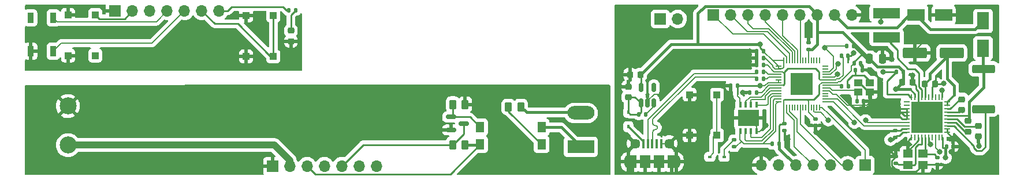
<source format=gbr>
%TF.GenerationSoftware,KiCad,Pcbnew,(6.0.8-1)-1*%
%TF.CreationDate,2022-11-21T09:11:56+01:00*%
%TF.ProjectId,KNXCurrent,4b4e5843-7572-4726-956e-742e6b696361,rev?*%
%TF.SameCoordinates,Original*%
%TF.FileFunction,Copper,L1,Top*%
%TF.FilePolarity,Positive*%
%FSLAX46Y46*%
G04 Gerber Fmt 4.6, Leading zero omitted, Abs format (unit mm)*
G04 Created by KiCad (PCBNEW (6.0.8-1)-1) date 2022-11-21 09:11:56*
%MOMM*%
%LPD*%
G01*
G04 APERTURE LIST*
G04 Aperture macros list*
%AMRoundRect*
0 Rectangle with rounded corners*
0 $1 Rounding radius*
0 $2 $3 $4 $5 $6 $7 $8 $9 X,Y pos of 4 corners*
0 Add a 4 corners polygon primitive as box body*
4,1,4,$2,$3,$4,$5,$6,$7,$8,$9,$2,$3,0*
0 Add four circle primitives for the rounded corners*
1,1,$1+$1,$2,$3*
1,1,$1+$1,$4,$5*
1,1,$1+$1,$6,$7*
1,1,$1+$1,$8,$9*
0 Add four rect primitives between the rounded corners*
20,1,$1+$1,$2,$3,$4,$5,0*
20,1,$1+$1,$4,$5,$6,$7,0*
20,1,$1+$1,$6,$7,$8,$9,0*
20,1,$1+$1,$8,$9,$2,$3,0*%
G04 Aperture macros list end*
%TA.AperFunction,SMDPad,CuDef*%
%ADD10RoundRect,0.225000X-0.250000X0.225000X-0.250000X-0.225000X0.250000X-0.225000X0.250000X0.225000X0*%
%TD*%
%TA.AperFunction,SMDPad,CuDef*%
%ADD11RoundRect,0.140000X0.140000X0.170000X-0.140000X0.170000X-0.140000X-0.170000X0.140000X-0.170000X0*%
%TD*%
%TA.AperFunction,SMDPad,CuDef*%
%ADD12RoundRect,0.250000X-0.250000X-0.475000X0.250000X-0.475000X0.250000X0.475000X-0.250000X0.475000X0*%
%TD*%
%TA.AperFunction,SMDPad,CuDef*%
%ADD13RoundRect,0.250000X1.500000X0.550000X-1.500000X0.550000X-1.500000X-0.550000X1.500000X-0.550000X0*%
%TD*%
%TA.AperFunction,SMDPad,CuDef*%
%ADD14R,0.900000X1.500000*%
%TD*%
%TA.AperFunction,ComponentPad*%
%ADD15O,1.700000X1.700000*%
%TD*%
%TA.AperFunction,ComponentPad*%
%ADD16R,1.700000X1.700000*%
%TD*%
%TA.AperFunction,SMDPad,CuDef*%
%ADD17RoundRect,0.135000X0.135000X0.185000X-0.135000X0.185000X-0.135000X-0.185000X0.135000X-0.185000X0*%
%TD*%
%TA.AperFunction,SMDPad,CuDef*%
%ADD18RoundRect,0.150000X0.150000X-0.512500X0.150000X0.512500X-0.150000X0.512500X-0.150000X-0.512500X0*%
%TD*%
%TA.AperFunction,SMDPad,CuDef*%
%ADD19R,1.297940X1.498600*%
%TD*%
%TA.AperFunction,SMDPad,CuDef*%
%ADD20R,1.400000X1.200000*%
%TD*%
%TA.AperFunction,SMDPad,CuDef*%
%ADD21R,0.450000X0.600000*%
%TD*%
%TA.AperFunction,SMDPad,CuDef*%
%ADD22RoundRect,0.150000X-0.587500X-0.150000X0.587500X-0.150000X0.587500X0.150000X-0.587500X0.150000X0*%
%TD*%
%TA.AperFunction,SMDPad,CuDef*%
%ADD23R,4.000000X1.500000*%
%TD*%
%TA.AperFunction,SMDPad,CuDef*%
%ADD24RoundRect,0.218750X0.256250X-0.218750X0.256250X0.218750X-0.256250X0.218750X-0.256250X-0.218750X0*%
%TD*%
%TA.AperFunction,SMDPad,CuDef*%
%ADD25R,1.000000X1.000000*%
%TD*%
%TA.AperFunction,SMDPad,CuDef*%
%ADD26RoundRect,0.250000X0.262500X0.450000X-0.262500X0.450000X-0.262500X-0.450000X0.262500X-0.450000X0*%
%TD*%
%TA.AperFunction,SMDPad,CuDef*%
%ADD27RoundRect,0.250000X1.425000X-0.362500X1.425000X0.362500X-1.425000X0.362500X-1.425000X-0.362500X0*%
%TD*%
%TA.AperFunction,SMDPad,CuDef*%
%ADD28RoundRect,0.140000X-0.170000X0.140000X-0.170000X-0.140000X0.170000X-0.140000X0.170000X0.140000X0*%
%TD*%
%TA.AperFunction,SMDPad,CuDef*%
%ADD29RoundRect,0.135000X-0.135000X-0.185000X0.135000X-0.185000X0.135000X0.185000X-0.135000X0.185000X0*%
%TD*%
%TA.AperFunction,SMDPad,CuDef*%
%ADD30RoundRect,0.140000X0.170000X-0.140000X0.170000X0.140000X-0.170000X0.140000X-0.170000X-0.140000X0*%
%TD*%
%TA.AperFunction,SMDPad,CuDef*%
%ADD31RoundRect,0.225000X0.225000X0.250000X-0.225000X0.250000X-0.225000X-0.250000X0.225000X-0.250000X0*%
%TD*%
%TA.AperFunction,SMDPad,CuDef*%
%ADD32RoundRect,0.140000X-0.140000X-0.170000X0.140000X-0.170000X0.140000X0.170000X-0.140000X0.170000X0*%
%TD*%
%TA.AperFunction,ComponentPad*%
%ADD33C,2.500000*%
%TD*%
%TA.AperFunction,ComponentPad*%
%ADD34O,3.960000X1.980000*%
%TD*%
%TA.AperFunction,ComponentPad*%
%ADD35R,3.960000X1.980000*%
%TD*%
%TA.AperFunction,SMDPad,CuDef*%
%ADD36R,3.200000X3.200000*%
%TD*%
%TA.AperFunction,SMDPad,CuDef*%
%ADD37RoundRect,0.050000X0.387500X-0.050000X0.387500X0.050000X-0.387500X0.050000X-0.387500X-0.050000X0*%
%TD*%
%TA.AperFunction,SMDPad,CuDef*%
%ADD38RoundRect,0.050000X0.050000X-0.387500X0.050000X0.387500X-0.050000X0.387500X-0.050000X-0.387500X0*%
%TD*%
%TA.AperFunction,SMDPad,CuDef*%
%ADD39R,3.100000X2.400000*%
%TD*%
%TA.AperFunction,SMDPad,CuDef*%
%ADD40R,0.350000X0.850000*%
%TD*%
%TA.AperFunction,SMDPad,CuDef*%
%ADD41RoundRect,0.225000X-0.225000X-0.250000X0.225000X-0.250000X0.225000X0.250000X-0.225000X0.250000X0*%
%TD*%
%TA.AperFunction,SMDPad,CuDef*%
%ADD42R,4.600000X4.600000*%
%TD*%
%TA.AperFunction,SMDPad,CuDef*%
%ADD43RoundRect,0.062500X0.062500X0.350000X-0.062500X0.350000X-0.062500X-0.350000X0.062500X-0.350000X0*%
%TD*%
%TA.AperFunction,SMDPad,CuDef*%
%ADD44RoundRect,0.062500X0.350000X0.062500X-0.350000X0.062500X-0.350000X-0.062500X0.350000X-0.062500X0*%
%TD*%
%TA.AperFunction,SMDPad,CuDef*%
%ADD45RoundRect,0.225000X0.250000X-0.225000X0.250000X0.225000X-0.250000X0.225000X-0.250000X-0.225000X0*%
%TD*%
%TA.AperFunction,SMDPad,CuDef*%
%ADD46R,0.600000X0.450000*%
%TD*%
%TA.AperFunction,SMDPad,CuDef*%
%ADD47RoundRect,0.135000X0.185000X-0.135000X0.185000X0.135000X-0.185000X0.135000X-0.185000X-0.135000X0*%
%TD*%
%TA.AperFunction,SMDPad,CuDef*%
%ADD48RoundRect,0.250000X-0.262500X-0.450000X0.262500X-0.450000X0.262500X0.450000X-0.262500X0.450000X0*%
%TD*%
%TA.AperFunction,SMDPad,CuDef*%
%ADD49R,1.800000X2.500000*%
%TD*%
%TA.AperFunction,SMDPad,CuDef*%
%ADD50R,2.500000X1.800000*%
%TD*%
%TA.AperFunction,SMDPad,CuDef*%
%ADD51R,1.150000X1.000000*%
%TD*%
%TA.AperFunction,ComponentPad*%
%ADD52C,1.450000*%
%TD*%
%TA.AperFunction,SMDPad,CuDef*%
%ADD53R,1.500000X1.900000*%
%TD*%
%TA.AperFunction,ComponentPad*%
%ADD54O,1.200000X1.900000*%
%TD*%
%TA.AperFunction,SMDPad,CuDef*%
%ADD55R,1.200000X1.900000*%
%TD*%
%TA.AperFunction,SMDPad,CuDef*%
%ADD56R,0.400000X1.350000*%
%TD*%
%TA.AperFunction,ViaPad*%
%ADD57C,0.800000*%
%TD*%
%TA.AperFunction,Conductor*%
%ADD58C,0.180000*%
%TD*%
%TA.AperFunction,Conductor*%
%ADD59C,0.200000*%
%TD*%
%TA.AperFunction,Conductor*%
%ADD60C,0.400000*%
%TD*%
%TA.AperFunction,Conductor*%
%ADD61C,0.250000*%
%TD*%
%TA.AperFunction,Conductor*%
%ADD62C,0.254000*%
%TD*%
%TA.AperFunction,Conductor*%
%ADD63C,1.000000*%
%TD*%
G04 APERTURE END LIST*
D10*
%TO.P,C3,2*%
%TO.N,GND*%
X215650000Y-112290456D03*
%TO.P,C3,1*%
%TO.N,Net-(C3-Pad1)*%
X215650000Y-110740456D03*
%TD*%
D11*
%TO.P,C11,2,2*%
%TO.N,/RP2040 & Top Board/OSC_IN*%
X197899200Y-107131458D03*
%TO.P,C11,1,1*%
%TO.N,GND*%
X198859200Y-107131458D03*
%TD*%
D12*
%TO.P,C101,2*%
%TO.N,GND*%
X201598200Y-100886458D03*
%TO.P,C101,1*%
%TO.N,+3V3*%
X199698200Y-100886458D03*
%TD*%
D11*
%TO.P,C26,2,2*%
%TO.N,GND*%
X179385200Y-104845458D03*
%TO.P,C26,1,1*%
%TO.N,+3V3*%
X180345200Y-104845458D03*
%TD*%
D13*
%TO.P,C4,2*%
%TO.N,GND*%
X206375200Y-100019458D03*
%TO.P,C4,1*%
%TO.N,VFILT*%
X211775200Y-100019458D03*
%TD*%
D14*
%TO.P,LED1,4,DI*%
%TO.N,/RP2040 & Top Board/PIX*%
X80050000Y-99750000D03*
%TO.P,LED1,3,GND*%
%TO.N,/RP2040 & Top Board/GND1*%
X76750000Y-99750000D03*
%TO.P,LED1,2,DO*%
%TO.N,unconnected-(LED1-Pad2)*%
X76750000Y-94850000D03*
%TO.P,LED1,1,VDD*%
%TO.N,/RP2040 & Top Board/PWR*%
X80050000Y-94850000D03*
%TD*%
D15*
%TO.P,J8,2,Pin_2*%
%TO.N,/RP2040 & Top Board/SWD*%
X171590000Y-95015456D03*
D16*
%TO.P,J8,1,Pin_1*%
%TO.N,/RP2040 & Top Board/SWCLK*%
X169050000Y-95015456D03*
%TD*%
D17*
%TO.P,R5,2,2*%
%TO.N,Net-(R5-Pad2)*%
X195640000Y-104915456D03*
%TO.P,R5,1,1*%
%TO.N,Net-(C17-Pad2)*%
X196660000Y-104915456D03*
%TD*%
D18*
%TO.P,U4,5,OUT*%
%TO.N,+3V3*%
X166194000Y-105121956D03*
%TO.P,U4,4,P4*%
%TO.N,unconnected-(U4-Pad4)*%
X168094000Y-105121956D03*
%TO.P,U4,3,EN*%
%TO.N,/RP2040 & Top Board/EN*%
X168094000Y-107396956D03*
%TO.P,U4,2,GND*%
%TO.N,GND*%
X167144000Y-107396956D03*
%TO.P,U4,1,IN*%
%TO.N,Net-(C7-Pad1)*%
X166194000Y-107396956D03*
%TD*%
D19*
%TO.P,U2,4*%
%TO.N,/DB_3V3*%
X142638400Y-113502400D03*
%TO.P,U2,3*%
%TO.N,Net-(Q1-Pad1)*%
X142638400Y-110962400D03*
%TO.P,U2,2*%
%TO.N,Net-(J3-Pad1)*%
X151636740Y-110962400D03*
%TO.P,U2,1*%
%TO.N,Net-(R6-Pad2)*%
X151636740Y-113502400D03*
%TD*%
D20*
%TO.P,X1,4,V+*%
%TO.N,GND*%
X207561200Y-116539458D03*
%TO.P,X1,3,OUT*%
%TO.N,Net-(C8-Pad1)*%
X205361200Y-116539458D03*
%TO.P,X1,2,GND*%
%TO.N,GND*%
X205361200Y-114839458D03*
%TO.P,X1,1,EN*%
%TO.N,Net-(C9-Pad1)*%
X207561200Y-114839458D03*
%TD*%
D21*
%TO.P,D3,2,A*%
%TO.N,VBUS*%
X164350000Y-110865456D03*
%TO.P,D3,1,K*%
%TO.N,Net-(C7-Pad1)*%
X164350000Y-108765456D03*
%TD*%
D22*
%TO.P,Q1,3,D*%
%TO.N,/DB_TX-TI*%
X140201900Y-110403600D03*
%TO.P,Q1,2,S*%
%TO.N,/DB_GND*%
X138326900Y-111353600D03*
%TO.P,Q1,1,G*%
%TO.N,Net-(Q1-Pad1)*%
X138326900Y-109453600D03*
%TD*%
D23*
%TO.P,L1,2,2*%
%TO.N,Net-(L1-Pad2)*%
X202217200Y-94155458D03*
%TO.P,L1,1,1*%
%TO.N,Net-(L1-Pad1)*%
X202217200Y-97755458D03*
%TD*%
D24*
%TO.P,D4,2,A*%
%TO.N,Net-(D4-Pad2)*%
X114888200Y-96745615D03*
%TO.P,D4,1,K*%
%TO.N,/RP2040 & Top Board/GND1*%
X114888200Y-98320615D03*
%TD*%
D25*
%TO.P,SW3,4,4*%
%TO.N,Net-(D6-Pad1)*%
X177350000Y-106163458D03*
%TO.P,SW3,3,3*%
X177350000Y-112163458D03*
%TO.P,SW3,2,2*%
%TO.N,GND*%
X173350000Y-106163458D03*
%TO.P,SW3,1,1*%
X173350000Y-112163458D03*
%TD*%
D15*
%TO.P,J5,7,Pin_7*%
%TO.N,unconnected-(J5-Pad7)*%
X127415000Y-116693000D03*
%TO.P,J5,6,Pin_6*%
%TO.N,unconnected-(J5-Pad6)*%
X124875000Y-116693000D03*
%TO.P,J5,5,Pin_5*%
%TO.N,/DB_TX-TI*%
X122335000Y-116693000D03*
%TO.P,J5,4,Pin_4*%
%TO.N,unconnected-(J5-Pad4)*%
X119795000Y-116693000D03*
%TO.P,J5,3,Pin_3*%
%TO.N,/DB_3V3*%
X117255000Y-116693000D03*
%TO.P,J5,2,Pin_2*%
%TO.N,/DB_KNX*%
X114715000Y-116693000D03*
D16*
%TO.P,J5,1,Pin_1*%
%TO.N,/DB_GND*%
X112175000Y-116693000D03*
%TD*%
D26*
%TO.P,R6,2*%
%TO.N,Net-(R6-Pad2)*%
X146786600Y-107965200D03*
%TO.P,R6,1*%
%TO.N,Net-(J3-Pad2)*%
X148611600Y-107965200D03*
%TD*%
D17*
%TO.P,R4,2,2*%
%TO.N,~{RESET}*%
X196373200Y-99003458D03*
%TO.P,R4,1,1*%
%TO.N,+3V3*%
X197393200Y-99003458D03*
%TD*%
D27*
%TO.P,R1,2*%
%TO.N,Net-(C1-Pad1)*%
X216441200Y-102352956D03*
%TO.P,R1,1*%
%TO.N,Net-(R1-Pad1)*%
X216441200Y-108277956D03*
%TD*%
D28*
%TO.P,C12,2,2*%
%TO.N,GND*%
X187231200Y-111421458D03*
%TO.P,C12,1,1*%
%TO.N,+3V3*%
X187231200Y-110461458D03*
%TD*%
D11*
%TO.P,C6,2*%
%TO.N,+3V3*%
X211008400Y-113799856D03*
%TO.P,C6,1*%
%TO.N,GND*%
X211968400Y-113799856D03*
%TD*%
D26*
%TO.P,R7,2*%
%TO.N,Net-(Q1-Pad1)*%
X138605900Y-107609600D03*
%TO.P,R7,1*%
%TO.N,/DB_GND*%
X140430900Y-107609600D03*
%TD*%
D11*
%TO.P,C24,2,2*%
%TO.N,GND*%
X183195200Y-99765458D03*
%TO.P,C24,1,1*%
%TO.N,+3V3*%
X184155200Y-99765458D03*
%TD*%
D29*
%TO.P,R12,1,1*%
%TO.N,/RP2040 & Top Board/D1+*%
X183165200Y-103829458D03*
%TO.P,R12,2,2*%
%TO.N,/RP2040 & Top Board/D+*%
X184185200Y-103829458D03*
%TD*%
D25*
%TO.P,SW1,4,4*%
%TO.N,/RP2040 & Top Board/TB_RESET*%
X86211200Y-94407313D03*
%TO.P,SW1,3,3*%
%TO.N,unconnected-(SW1-Pad3)*%
X86211200Y-100407313D03*
%TO.P,SW1,2,2*%
%TO.N,/RP2040 & Top Board/GND1*%
X82211200Y-94407313D03*
%TO.P,SW1,1,1*%
X82211200Y-100407313D03*
%TD*%
D15*
%TO.P,J7,7,Pin_7*%
%TO.N,GND*%
X183810000Y-116554458D03*
%TO.P,J7,6,Pin_6*%
%TO.N,~{RESET}*%
X186350000Y-116554458D03*
%TO.P,J7,5,Pin_5*%
%TO.N,+3V3*%
X188890000Y-116554458D03*
%TO.P,J7,4,Pin_4*%
%TO.N,NEO_PWR*%
X191430000Y-116554458D03*
%TO.P,J7,3,Pin_3*%
%TO.N,NEO_PIX*%
X193970000Y-116554458D03*
%TO.P,J7,2,Pin_2*%
%TO.N,KNX_Prog*%
X196510000Y-116554458D03*
D16*
%TO.P,J7,1,Pin_1*%
%TO.N,RLED*%
X199050000Y-116554458D03*
%TD*%
D29*
%TO.P,R13,1,1*%
%TO.N,/RP2040 & Top Board/D1-*%
X183165200Y-102813458D03*
%TO.P,R13,2,2*%
%TO.N,/RP2040 & Top Board/D-*%
X184185200Y-102813458D03*
%TD*%
D11*
%TO.P,C23,2,2*%
%TO.N,GND*%
X183195200Y-100781458D03*
%TO.P,C23,1,1*%
%TO.N,+3V3*%
X184155200Y-100781458D03*
%TD*%
D30*
%TO.P,C5,2*%
%TO.N,GND*%
X203487200Y-111477458D03*
%TO.P,C5,1*%
%TO.N,+3V3*%
X203487200Y-112437458D03*
%TD*%
D31*
%TO.P,C21,2,2*%
%TO.N,GND*%
X164591000Y-103211456D03*
%TO.P,C21,1,1*%
%TO.N,+3V3*%
X166141000Y-103211456D03*
%TD*%
D32*
%TO.P,C25,2,2*%
%TO.N,GND*%
X198430000Y-101515456D03*
%TO.P,C25,1,1*%
%TO.N,+3V3*%
X197470000Y-101515456D03*
%TD*%
D10*
%TO.P,C1,2*%
%TO.N,Net-(C1-Pad2)*%
X214150000Y-111590456D03*
%TO.P,C1,1*%
%TO.N,Net-(C1-Pad1)*%
X214150000Y-110040456D03*
%TD*%
D33*
%TO.P,J2,2,GND*%
%TO.N,/DB_GND*%
X82200000Y-107843000D03*
%TO.P,J2,1,KNX*%
%TO.N,/DB_KNX*%
X82200000Y-113593000D03*
%TD*%
D34*
%TO.P,J3,2,Pin_2*%
%TO.N,Net-(J3-Pad2)*%
X157400000Y-108858000D03*
D35*
%TO.P,J3,1,Pin_1*%
%TO.N,Net-(J3-Pad1)*%
X157400000Y-113858000D03*
%TD*%
D36*
%TO.P,U5,57,GND*%
%TO.N,GND*%
X189771200Y-104591458D03*
D37*
%TO.P,U5,56,QSPI_SS*%
%TO.N,/RP2040 & Top Board/QSPI_CS*%
X186333700Y-107191458D03*
%TO.P,U5,55,QSPI_SD1*%
%TO.N,/RP2040 & Top Board/QSPI_DATA[1]*%
X186333700Y-106791458D03*
%TO.P,U5,54,QSPI_SD2*%
%TO.N,/RP2040 & Top Board/QSPI_DATA[2]*%
X186333700Y-106391458D03*
%TO.P,U5,53,QSPI_SD0*%
%TO.N,/RP2040 & Top Board/QSPI_DATA[0]*%
X186333700Y-105991458D03*
%TO.P,U5,52,QSPI_SCLK*%
%TO.N,/RP2040 & Top Board/QSPI_SCK*%
X186333700Y-105591458D03*
%TO.P,U5,51,QSPI_SD3*%
%TO.N,/RP2040 & Top Board/QSPI_DATA[3]*%
X186333700Y-105191458D03*
%TO.P,U5,50,DVDD*%
%TO.N,+1V2*%
X186333700Y-104791458D03*
%TO.P,U5,49,IOVDD*%
%TO.N,+3V3*%
X186333700Y-104391458D03*
%TO.P,U5,48,USB_VDD*%
X186333700Y-103991458D03*
%TO.P,U5,47,USB_DP*%
%TO.N,/RP2040 & Top Board/D+*%
X186333700Y-103591458D03*
%TO.P,U5,46,USB_DM*%
%TO.N,/RP2040 & Top Board/D-*%
X186333700Y-103191458D03*
%TO.P,U5,45,VREG_VOUT*%
%TO.N,+1V2*%
X186333700Y-102791458D03*
%TO.P,U5,44,VREG_IN*%
%TO.N,+3V3*%
X186333700Y-102391458D03*
%TO.P,U5,43,ADC_AVDD*%
X186333700Y-101991458D03*
D38*
%TO.P,U5,42,IOVDD*%
X187171200Y-101153958D03*
%TO.P,U5,41,GPIO29_ADC3*%
%TO.N,COM6*%
X187571200Y-101153958D03*
%TO.P,U5,40,GPIO28_ADC2*%
%TO.N,COM5*%
X187971200Y-101153958D03*
%TO.P,U5,39,GPIO27_ADC1*%
%TO.N,COM4*%
X188371200Y-101153958D03*
%TO.P,U5,38,GPIO26_ADC0*%
%TO.N,COM3*%
X188771200Y-101153958D03*
%TO.P,U5,37,GPIO25*%
%TO.N,COM2*%
X189171200Y-101153958D03*
%TO.P,U5,36,GPIO24*%
%TO.N,COM1*%
X189571200Y-101153958D03*
%TO.P,U5,35,GPIO23*%
%TO.N,unconnected-(U5-Pad35)*%
X189971200Y-101153958D03*
%TO.P,U5,34,GPIO22*%
%TO.N,unconnected-(U5-Pad34)*%
X190371200Y-101153958D03*
%TO.P,U5,33,IOVDD*%
%TO.N,+3V3*%
X190771200Y-101153958D03*
%TO.P,U5,32,GPIO21*%
%TO.N,unconnected-(U5-Pad32)*%
X191171200Y-101153958D03*
%TO.P,U5,31,GPIO20*%
%TO.N,unconnected-(U5-Pad31)*%
X191571200Y-101153958D03*
%TO.P,U5,30,GPIO19*%
%TO.N,unconnected-(U5-Pad30)*%
X191971200Y-101153958D03*
%TO.P,U5,29,GPIO18*%
%TO.N,unconnected-(U5-Pad29)*%
X192371200Y-101153958D03*
D37*
%TO.P,U5,28,GPIO17*%
%TO.N,unconnected-(U5-Pad28)*%
X193208700Y-101991458D03*
%TO.P,U5,27,GPIO16*%
%TO.N,unconnected-(U5-Pad27)*%
X193208700Y-102391458D03*
%TO.P,U5,26,RUN*%
%TO.N,~{RESET}*%
X193208700Y-102791458D03*
%TO.P,U5,25,SWD*%
%TO.N,/RP2040 & Top Board/SWD*%
X193208700Y-103191458D03*
%TO.P,U5,24,SWCLK*%
%TO.N,/RP2040 & Top Board/SWCLK*%
X193208700Y-103591458D03*
%TO.P,U5,23,DVDD*%
%TO.N,+1V2*%
X193208700Y-103991458D03*
%TO.P,U5,22,IOVDD*%
%TO.N,+3V3*%
X193208700Y-104391458D03*
%TO.P,U5,21,XOUT*%
%TO.N,Net-(R5-Pad2)*%
X193208700Y-104791458D03*
%TO.P,U5,20,XIN*%
%TO.N,/RP2040 & Top Board/OSC_IN*%
X193208700Y-105191458D03*
%TO.P,U5,19,TESTEN*%
%TO.N,GND*%
X193208700Y-105591458D03*
%TO.P,U5,18,GPIO15*%
%TO.N,unconnected-(U5-Pad18)*%
X193208700Y-105991458D03*
%TO.P,U5,17,GPIO14*%
%TO.N,unconnected-(U5-Pad17)*%
X193208700Y-106391458D03*
%TO.P,U5,16,GPIO13*%
%TO.N,5120_TXD*%
X193208700Y-106791458D03*
%TO.P,U5,15,GPIO12*%
%TO.N,5120_RXD*%
X193208700Y-107191458D03*
D38*
%TO.P,U5,14,GPIO11*%
%TO.N,RLED*%
X192371200Y-108028958D03*
%TO.P,U5,13,GPIO10*%
%TO.N,unconnected-(U5-Pad13)*%
X191971200Y-108028958D03*
%TO.P,U5,12,GPIO9*%
%TO.N,Net-(JP1-Pad1)*%
X191571200Y-108028958D03*
%TO.P,U5,11,GPIO8*%
%TO.N,unconnected-(U5-Pad11)*%
X191171200Y-108028958D03*
%TO.P,U5,10,IOVDD*%
%TO.N,+3V3*%
X190771200Y-108028958D03*
%TO.P,U5,9,GPIO7*%
%TO.N,unconnected-(U5-Pad9)*%
X190371200Y-108028958D03*
%TO.P,U5,8,GPIO6*%
%TO.N,unconnected-(U5-Pad8)*%
X189971200Y-108028958D03*
%TO.P,U5,7,GPIO5*%
%TO.N,KNX_Prog*%
X189571200Y-108028958D03*
%TO.P,U5,6,GPIO4*%
%TO.N,unconnected-(U5-Pad6)*%
X189171200Y-108028958D03*
%TO.P,U5,5,GPIO3*%
%TO.N,unconnected-(U5-Pad5)*%
X188771200Y-108028958D03*
%TO.P,U5,4,GPIO2*%
%TO.N,unconnected-(U5-Pad4)*%
X188371200Y-108028958D03*
%TO.P,U5,3,GPIO1*%
%TO.N,NEO_PIX*%
X187971200Y-108028958D03*
%TO.P,U5,2,GPIO0*%
%TO.N,NEO_PWR*%
X187571200Y-108028958D03*
%TO.P,U5,1,IOVDD*%
%TO.N,+3V3*%
X187171200Y-108028958D03*
%TD*%
D17*
%TO.P,R8,2,2*%
%TO.N,/RP2040 & Top Board/QSPI_CS*%
X185440000Y-113415456D03*
%TO.P,R8,1,1*%
%TO.N,+3V3*%
X186460000Y-113415456D03*
%TD*%
D39*
%TO.P,IC1,9,EP*%
%TO.N,GND*%
X181950000Y-109615456D03*
D40*
%TO.P,IC1,8,VCC*%
%TO.N,+3V3*%
X180750000Y-107665456D03*
%TO.P,IC1,7,~{HOLD_OR_}RESET_(IO3)*%
%TO.N,/RP2040 & Top Board/QSPI_DATA[3]*%
X181550000Y-107665456D03*
%TO.P,IC1,6,CLK*%
%TO.N,/RP2040 & Top Board/QSPI_SCK*%
X182350000Y-107665456D03*
%TO.P,IC1,5,DI(IO0)*%
%TO.N,/RP2040 & Top Board/QSPI_DATA[0]*%
X183150000Y-107665456D03*
%TO.P,IC1,4,GND*%
%TO.N,GND*%
X183150000Y-111565456D03*
%TO.P,IC1,3,~{WP(IO2})*%
%TO.N,/RP2040 & Top Board/QSPI_DATA[2]*%
X182350000Y-111565456D03*
%TO.P,IC1,2,DO(IO1)*%
%TO.N,/RP2040 & Top Board/QSPI_DATA[1]*%
X181550000Y-111565456D03*
%TO.P,IC1,1,~{CS}*%
%TO.N,/RP2040 & Top Board/QSPI_CS*%
X180750000Y-111565456D03*
%TD*%
D41*
%TO.P,C41,2*%
%TO.N,GND*%
X209342200Y-104591458D03*
%TO.P,C41,1*%
%TO.N,VFILT*%
X207792200Y-104591458D03*
%TD*%
%TO.P,C10,2*%
%TO.N,GND*%
X206026200Y-104369458D03*
%TO.P,C10,1*%
%TO.N,+3V3*%
X204476200Y-104369458D03*
%TD*%
D17*
%TO.P,R9,2,2*%
%TO.N,/RP2040 & Top Board/TB_RLED*%
X114569200Y-93723115D03*
%TO.P,R9,1,1*%
%TO.N,Net-(D4-Pad2)*%
X115589200Y-93723115D03*
%TD*%
D28*
%TO.P,C9,2*%
%TO.N,GND*%
X209686200Y-116424458D03*
%TO.P,C9,1*%
%TO.N,Net-(C9-Pad1)*%
X209686200Y-115464458D03*
%TD*%
D11*
%TO.P,C18,2,2*%
%TO.N,GND*%
X183195200Y-101797458D03*
%TO.P,C18,1,1*%
%TO.N,+1V2*%
X184155200Y-101797458D03*
%TD*%
D42*
%TO.P,U1,41,EPAD*%
%TO.N,GND*%
X208126200Y-109484458D03*
D43*
%TO.P,U1,40,VDDA*%
%TO.N,+3V3*%
X210376200Y-112421958D03*
%TO.P,U1,39,TESTOUT*%
%TO.N,unconnected-(U1-Pad39)*%
X209876200Y-112421958D03*
%TO.P,U1,38,FANIN/WAKE*%
%TO.N,/FANIN*%
X209376200Y-112421958D03*
%TO.P,U1,37,RESETB*%
%TO.N,unconnected-(U1-Pad37)*%
X208876200Y-112421958D03*
%TO.P,U1,36,SAVEB*%
%TO.N,SAVE*%
X208376200Y-112421958D03*
%TO.P,U1,35,XTAL1*%
%TO.N,Net-(C9-Pad1)*%
X207876200Y-112421958D03*
%TO.P,U1,34,XTAL2*%
%TO.N,Net-(C8-Pad1)*%
X207376200Y-112421958D03*
%TO.P,U1,33,XSEL*%
%TO.N,GND*%
X206876200Y-112421958D03*
%TO.P,U1,32,XCLK*%
%TO.N,unconnected-(U1-Pad32)*%
X206376200Y-112421958D03*
%TO.P,U1,31,VSSD*%
%TO.N,GND*%
X205876200Y-112421958D03*
D44*
%TO.P,U1,30,VDDD*%
%TO.N,+3V3*%
X205188700Y-111734458D03*
%TO.P,U1,29,SCK/UC2*%
%TO.N,GND*%
X205188700Y-111234458D03*
%TO.P,U1,28,SDO/TXD*%
%TO.N,5120_TXD*%
X205188700Y-110734458D03*
%TO.P,U1,27,SDI/RXD*%
%TO.N,5120_RXD*%
X205188700Y-110234458D03*
%TO.P,U1,26,CSB/UC1*%
%TO.N,GND*%
X205188700Y-109734458D03*
%TO.P,U1,25,TREQ*%
X205188700Y-109234458D03*
%TO.P,U1,24,MODE2*%
X205188700Y-108734458D03*
%TO.P,U1,23,MODE1*%
X205188700Y-108234458D03*
%TO.P,U1,22,NC*%
%TO.N,unconnected-(U1-Pad22)*%
X205188700Y-107734458D03*
%TO.P,U1,21,NC*%
%TO.N,unconnected-(U1-Pad21)*%
X205188700Y-107234458D03*
D43*
%TO.P,U1,20,VDD1M*%
%TO.N,Net-(L1-Pad2)*%
X205876200Y-106546958D03*
%TO.P,U1,19,VDD1*%
%TO.N,+3V3*%
X206376200Y-106546958D03*
%TO.P,U1,18,VSS1*%
%TO.N,GND*%
X206876200Y-106546958D03*
%TO.P,U1,17,VSW1*%
%TO.N,Net-(L1-Pad1)*%
X207376200Y-106546958D03*
%TO.P,U1,16,VIN*%
%TO.N,VFILT*%
X207876200Y-106546958D03*
%TO.P,U1,15,VSW2*%
%TO.N,unconnected-(U1-Pad15)*%
X208376200Y-106546958D03*
%TO.P,U1,14,VSS2*%
%TO.N,GND*%
X208876200Y-106546958D03*
%TO.P,U1,13,VDD2*%
%TO.N,unconnected-(U1-Pad13)*%
X209376200Y-106546958D03*
%TO.P,U1,12,VDD2MC*%
%TO.N,unconnected-(U1-Pad12)*%
X209876200Y-106546958D03*
%TO.P,U1,11,VDD2MV*%
%TO.N,+3V3*%
X210376200Y-106546958D03*
D44*
%TO.P,U1,10,V20V*%
%TO.N,VFILT*%
X211063700Y-107234458D03*
%TO.P,U1,9,VFILT*%
X211063700Y-107734458D03*
%TO.P,U1,8,CEQ2*%
%TO.N,Net-(C2-Pad2)*%
X211063700Y-108234458D03*
%TO.P,U1,7,CEQ1*%
%TO.N,Net-(C2-Pad1)*%
X211063700Y-108734458D03*
%TO.P,U1,6,VBUS1*%
%TO.N,Net-(C1-Pad1)*%
X211063700Y-109234458D03*
%TO.P,U1,5,CAV*%
%TO.N,Net-(C3-Pad1)*%
X211063700Y-109734458D03*
%TO.P,U1,4,CCP*%
%TO.N,Net-(C1-Pad2)*%
X211063700Y-110234458D03*
%TO.P,U1,3,TX0*%
%TO.N,Net-(R1-Pad1)*%
X211063700Y-110734458D03*
%TO.P,U1,2,VBUS2*%
%TO.N,GND*%
X211063700Y-111234458D03*
%TO.P,U1,1,VSSA*%
X211063700Y-111734458D03*
%TD*%
D15*
%TO.P,J1,9,Pin_9*%
%TO.N,GND*%
X197160000Y-94400000D03*
%TO.P,J1,8,Pin_8*%
%TO.N,KNX*%
X194620000Y-94400000D03*
%TO.P,J1,7,Pin_7*%
%TO.N,+3V3*%
X192080000Y-94400000D03*
%TO.P,J1,6,Pin_6*%
%TO.N,COM1*%
X189540000Y-94400000D03*
%TO.P,J1,5,Pin_5*%
%TO.N,COM2*%
X187000000Y-94400000D03*
%TO.P,J1,4,Pin_4*%
%TO.N,COM3*%
X184460000Y-94400000D03*
%TO.P,J1,3,Pin_3*%
%TO.N,COM4*%
X181920000Y-94400000D03*
%TO.P,J1,2,Pin_2*%
%TO.N,COM5*%
X179380000Y-94400000D03*
D16*
%TO.P,J1,1,Pin_1*%
%TO.N,COM6*%
X176840000Y-94400000D03*
%TD*%
D25*
%TO.P,SW2,4,4*%
%TO.N,/RP2040 & Top Board/TB_KNX_Prog*%
X112316200Y-94533115D03*
%TO.P,SW2,3,3*%
X112316200Y-100533115D03*
%TO.P,SW2,2,2*%
%TO.N,/RP2040 & Top Board/GND1*%
X108316200Y-94533115D03*
%TO.P,SW2,1,1*%
X108316200Y-100533115D03*
%TD*%
D29*
%TO.P,R3,2,2*%
%TO.N,/RP2040 & Top Board/EN*%
X166892000Y-109053456D03*
%TO.P,R3,1,1*%
%TO.N,Net-(C7-Pad1)*%
X165872000Y-109053456D03*
%TD*%
D45*
%TO.P,C2,2*%
%TO.N,Net-(C2-Pad2)*%
X213250000Y-106840456D03*
%TO.P,C2,1*%
%TO.N,Net-(C2-Pad1)*%
X213250000Y-108390456D03*
%TD*%
D46*
%TO.P,D6,2,A*%
%TO.N,Net-(D6-Pad2)*%
X178400000Y-115315456D03*
%TO.P,D6,1,K*%
%TO.N,Net-(D6-Pad1)*%
X176300000Y-115315456D03*
%TD*%
D32*
%TO.P,C20,2,2*%
%TO.N,+1V2*%
X183139200Y-105861458D03*
%TO.P,C20,1,1*%
%TO.N,GND*%
X182179200Y-105861458D03*
%TD*%
D45*
%TO.P,C7,2,2*%
%TO.N,GND*%
X164350000Y-104976456D03*
%TO.P,C7,1,1*%
%TO.N,Net-(C7-Pad1)*%
X164350000Y-106526456D03*
%TD*%
D29*
%TO.P,R2,2*%
%TO.N,+3V3*%
X204691200Y-102809458D03*
%TO.P,R2,1*%
%TO.N,Net-(L1-Pad2)*%
X203671200Y-102809458D03*
%TD*%
D11*
%TO.P,C19,2,2*%
%TO.N,+1V2*%
X195570000Y-100415456D03*
%TO.P,C19,1,1*%
%TO.N,GND*%
X196530000Y-100415456D03*
%TD*%
D30*
%TO.P,C22,2,2*%
%TO.N,GND*%
X190787200Y-98523458D03*
%TO.P,C22,1,1*%
%TO.N,+3V3*%
X190787200Y-99483458D03*
%TD*%
D11*
%TO.P,C17,2,2*%
%TO.N,Net-(C17-Pad2)*%
X197673200Y-102559458D03*
%TO.P,C17,1,1*%
%TO.N,GND*%
X198633200Y-102559458D03*
%TD*%
D47*
%TO.P,R11,2,2*%
%TO.N,Net-(D6-Pad2)*%
X179850000Y-112805456D03*
%TO.P,R11,1,1*%
%TO.N,/RP2040 & Top Board/QSPI_CS*%
X179850000Y-113825456D03*
%TD*%
D30*
%TO.P,C8,2*%
%TO.N,GND*%
X203581200Y-115279458D03*
%TO.P,C8,1*%
%TO.N,Net-(C8-Pad1)*%
X203581200Y-116239458D03*
%TD*%
D28*
%TO.P,C13,2,2*%
%TO.N,GND*%
X191803200Y-110687458D03*
%TO.P,C13,1,1*%
%TO.N,+3V3*%
X191803200Y-109727458D03*
%TD*%
D48*
%TO.P,R10,2*%
%TO.N,/DB_3V3*%
X140430900Y-113553200D03*
%TO.P,R10,1*%
%TO.N,/DB_TX-TI*%
X138605900Y-113553200D03*
%TD*%
D49*
%TO.P,D1,2,A*%
%TO.N,KNX*%
X216350000Y-95315456D03*
%TO.P,D1,1,K*%
%TO.N,Net-(C1-Pad1)*%
X216350000Y-99315456D03*
%TD*%
D50*
%TO.P,D2,2,A2*%
%TO.N,GND*%
X210567200Y-94431458D03*
%TO.P,D2,1,A1*%
%TO.N,KNX*%
X206567200Y-94431458D03*
%TD*%
D51*
%TO.P,X2,4,V+*%
%TO.N,GND*%
X198040200Y-104399458D03*
%TO.P,X2,3,OUT*%
%TO.N,Net-(C17-Pad2)*%
X199790200Y-104399458D03*
%TO.P,X2,2,GND*%
%TO.N,GND*%
X199790200Y-105799458D03*
%TO.P,X2,1,EN*%
%TO.N,/RP2040 & Top Board/OSC_IN*%
X198040200Y-105799458D03*
%TD*%
D52*
%TO.P,J4,6,Shield*%
%TO.N,GND*%
X165350000Y-113352956D03*
D53*
X166850000Y-116052956D03*
D54*
X171350000Y-116052956D03*
D52*
X170350000Y-113352956D03*
D53*
X168850000Y-116052956D03*
D55*
X164950000Y-116052956D03*
D54*
X164350000Y-116052956D03*
D55*
X170750000Y-116052956D03*
D56*
%TO.P,J4,5,GND*%
X169150000Y-113352956D03*
%TO.P,J4,4,ID*%
%TO.N,unconnected-(J4-Pad4)*%
X168500000Y-113352956D03*
%TO.P,J4,3,D+*%
%TO.N,/RP2040 & Top Board/D1+*%
X167850000Y-113352956D03*
%TO.P,J4,2,D-*%
%TO.N,/RP2040 & Top Board/D1-*%
X167200000Y-113352956D03*
%TO.P,J4,1,VBUS*%
%TO.N,VBUS*%
X166550000Y-113352956D03*
%TD*%
D15*
%TO.P,J6,7,Pin_7*%
%TO.N,/RP2040 & Top Board/TB_RLED*%
X104365000Y-93821113D03*
%TO.P,J6,6,Pin_6*%
%TO.N,/RP2040 & Top Board/TB_KNX_Prog*%
X101825000Y-93821113D03*
%TO.P,J6,5,Pin_5*%
%TO.N,/RP2040 & Top Board/PIX*%
X99285000Y-93821113D03*
%TO.P,J6,4,Pin_4*%
%TO.N,/RP2040 & Top Board/PWR*%
X96745000Y-93821113D03*
%TO.P,J6,3,Pin_3*%
%TO.N,unconnected-(J6-Pad3)*%
X94205000Y-93821113D03*
%TO.P,J6,2,Pin_2*%
%TO.N,/RP2040 & Top Board/TB_RESET*%
X91665000Y-93821113D03*
D16*
%TO.P,J6,1,Pin_1*%
%TO.N,/RP2040 & Top Board/GND1*%
X89125000Y-93821113D03*
%TD*%
D57*
%TO.N,GND*%
X169850000Y-105215456D03*
X187725000Y-112740456D03*
X206789200Y-110941458D03*
X188950000Y-105315456D03*
X202950000Y-100915456D03*
X197387901Y-100022757D03*
X199677200Y-102559458D03*
X201325000Y-112840456D03*
X209329200Y-110941458D03*
X190550000Y-103815456D03*
X206789200Y-107893458D03*
X184509700Y-110687458D03*
X205386200Y-113481458D03*
X182151200Y-101797458D03*
X191850000Y-111715456D03*
X190787200Y-105353458D03*
X211649500Y-114540456D03*
X208059200Y-107893458D03*
X199931200Y-107131458D03*
X208059200Y-110941458D03*
X209329200Y-109417458D03*
X182151200Y-99765458D03*
X215750000Y-113715456D03*
X178087200Y-104845458D03*
X163050000Y-104915456D03*
X182151200Y-100781458D03*
X181135200Y-105861458D03*
X209329200Y-107893458D03*
X207825000Y-98240456D03*
X189050000Y-104115456D03*
X206022901Y-103340456D03*
X163350000Y-103215456D03*
X208059200Y-109417458D03*
X203506200Y-108734458D03*
X206789200Y-109417458D03*
X210612950Y-104543175D03*
X190850000Y-96415456D03*
%TO.N,Net-(L1-Pad2)*%
X201400000Y-95415456D03*
X201709200Y-102813458D03*
%TO.N,SAVE*%
X208651700Y-113481458D03*
%TO.N,+3V3*%
X183675200Y-98749458D03*
X183675200Y-104845458D03*
X210850000Y-115440456D03*
X210339200Y-105504458D03*
X202776200Y-112794458D03*
X203525000Y-105353756D03*
%TO.N,/RP2040 & Top Board/GND1*%
X109600000Y-94500000D03*
X109600000Y-100500000D03*
X84100000Y-100500000D03*
%TO.N,~{RESET}*%
X193125000Y-99240456D03*
%TO.N,Net-(JP1-Pad1)*%
X193678748Y-109915456D03*
%TO.N,5120_RXD*%
X199134200Y-109960758D03*
X197494347Y-110271109D03*
%TO.N,/RP2040 & Top Board/SWCLK*%
X195051470Y-103116926D03*
%TO.N,/RP2040 & Top Board/SWD*%
X195126700Y-101615456D03*
%TO.N,/FANIN*%
X209978017Y-114578343D03*
%TD*%
D58*
%TO.N,COM1*%
X189571200Y-101153958D02*
X189571200Y-94440458D01*
%TO.N,COM2*%
X189171200Y-101153958D02*
X189171200Y-99614655D01*
X189171200Y-99614655D02*
X186997200Y-97440655D01*
X186997200Y-97440655D02*
X186997200Y-94406458D01*
%TO.N,COM3*%
X188771200Y-101153958D02*
X188771200Y-99752057D01*
X188771200Y-99752057D02*
X184457200Y-95438057D01*
X184457200Y-95438057D02*
X184457200Y-94406458D01*
%TO.N,+1V2*%
X186333700Y-102791458D02*
X185728744Y-102791458D01*
X184737286Y-101800000D02*
X184157742Y-101800000D01*
X185728744Y-102791458D02*
X184737286Y-101800000D01*
X184157742Y-101800000D02*
X184155200Y-101797458D01*
D59*
%TO.N,/RP2040 & Top Board/D+*%
X186333700Y-103591458D02*
X184908542Y-103591458D01*
X184670542Y-103829458D02*
X184185200Y-103829458D01*
X184908542Y-103591458D02*
X184670542Y-103829458D01*
%TO.N,/RP2040 & Top Board/D-*%
X186333700Y-103191458D02*
X184891458Y-103191458D01*
X184891458Y-103191458D02*
X184513458Y-102813458D01*
X184513458Y-102813458D02*
X184185200Y-102813458D01*
D60*
%TO.N,KNX*%
X216350000Y-95315456D02*
X215150000Y-96515456D01*
X194617200Y-94406458D02*
X196476198Y-96265456D01*
X203757202Y-96265456D02*
X205550599Y-94472059D01*
X196476198Y-96265456D02*
X203757202Y-96265456D01*
X208651198Y-96515456D02*
X206567200Y-94431458D01*
X215150000Y-96515456D02*
X208651198Y-96515456D01*
D61*
%TO.N,GND*%
X187725000Y-112740456D02*
X187231200Y-112246656D01*
X211649500Y-114540456D02*
X211996400Y-114193556D01*
D58*
X194313798Y-106115458D02*
X194851200Y-106115458D01*
D61*
X203487200Y-111477458D02*
X204216804Y-111477458D01*
X206876200Y-105694458D02*
X206515204Y-105333462D01*
D58*
X164350000Y-104976456D02*
X163111000Y-104976456D01*
D61*
X182179200Y-105861458D02*
X181135200Y-105861458D01*
D58*
X170350000Y-113352956D02*
X169150000Y-113352956D01*
D61*
X206876200Y-112421958D02*
X206876200Y-112882466D01*
X183195200Y-99765458D02*
X182151200Y-99765458D01*
X211968400Y-112639158D02*
X211968400Y-113799856D01*
D58*
X215650000Y-112290456D02*
X215650000Y-113615456D01*
D61*
X202628548Y-111477458D02*
X203487200Y-111477458D01*
D58*
X168131746Y-106074456D02*
X168991000Y-106074456D01*
D61*
X208876200Y-105057458D02*
X209342200Y-104591458D01*
D58*
X183150000Y-111565456D02*
X183150000Y-110815456D01*
D61*
X204216804Y-111477458D02*
X204459804Y-111234458D01*
X201325000Y-112781006D02*
X202628548Y-111477458D01*
X203506200Y-108734458D02*
X204006200Y-108234458D01*
X204006200Y-108234458D02*
X205188700Y-108234458D01*
X205188700Y-109734458D02*
X204506200Y-109734458D01*
X211063700Y-111234458D02*
X211063700Y-111734458D01*
D58*
X190787200Y-98523458D02*
X190787200Y-96478256D01*
X167144000Y-107062202D02*
X168131746Y-106074456D01*
D61*
X202946200Y-115906849D02*
X203573591Y-115279458D01*
X198633200Y-102559458D02*
X199677200Y-102559458D01*
X203838591Y-117464458D02*
X202946200Y-116572067D01*
X206876200Y-106546958D02*
X206876200Y-105694458D01*
X206022901Y-103340456D02*
X206026200Y-103343755D01*
D58*
X193208700Y-105591458D02*
X193789798Y-105591458D01*
D61*
X183195200Y-101797458D02*
X182151200Y-101797458D01*
X206515204Y-105333462D02*
X206515204Y-104858462D01*
X206026200Y-103343755D02*
X206026200Y-104369458D01*
X206536200Y-117464458D02*
X203838591Y-117464458D01*
X210564667Y-104591458D02*
X209342200Y-104591458D01*
X202950000Y-100915456D02*
X202921002Y-100886458D01*
X198633200Y-101718656D02*
X198430000Y-101515456D01*
D58*
X163111000Y-104976456D02*
X163050000Y-104915456D01*
D61*
X187231200Y-112246656D02*
X187231200Y-111421458D01*
X208876200Y-106546958D02*
X208876200Y-105057458D01*
X209686200Y-116424458D02*
X207576200Y-116424458D01*
X206876200Y-106546958D02*
X206876200Y-107806458D01*
X191850000Y-110759460D02*
X191850000Y-111715456D01*
X205188700Y-108734458D02*
X204336200Y-108734458D01*
D58*
X168991000Y-106074456D02*
X169850000Y-105215456D01*
D61*
X204506200Y-109734458D02*
X203506200Y-108734458D01*
X205188700Y-108234458D02*
X205188700Y-109734458D01*
D58*
X215650000Y-113615456D02*
X215750000Y-113715456D01*
D61*
X183195200Y-100781458D02*
X182151200Y-100781458D01*
X202921002Y-100886458D02*
X201598200Y-100886458D01*
X163354000Y-103211456D02*
X163350000Y-103215456D01*
X204459804Y-111234458D02*
X205188700Y-111234458D01*
D58*
X199331200Y-107731458D02*
X199931200Y-107131458D01*
X184509700Y-110687458D02*
X183588200Y-111608958D01*
D61*
X198859200Y-107131458D02*
X199931200Y-107131458D01*
D58*
X183588200Y-111608958D02*
X183097200Y-111608958D01*
D61*
X211063700Y-111734458D02*
X211968400Y-112639158D01*
X164591000Y-103211456D02*
X163354000Y-103211456D01*
D58*
X196467200Y-107731458D02*
X199331200Y-107731458D01*
D61*
X198215200Y-104399458D02*
X199615200Y-105799458D01*
D58*
X194851200Y-106115458D02*
X196467200Y-107731458D01*
D61*
X196995202Y-100415456D02*
X197387901Y-100022757D01*
X201325000Y-112840456D02*
X201325000Y-112781006D01*
D58*
X183150000Y-110815456D02*
X181950000Y-109615456D01*
D61*
X196530000Y-100415456D02*
X196995202Y-100415456D01*
X204336200Y-108734458D02*
X203506200Y-108734458D01*
X211996400Y-114193556D02*
X211996400Y-113799856D01*
D58*
X206375200Y-99690256D02*
X207825000Y-98240456D01*
D61*
X210612950Y-104543175D02*
X210564667Y-104591458D01*
X206876200Y-112882466D02*
X205386200Y-114372466D01*
X201325000Y-112840456D02*
X201325000Y-113023258D01*
X199931200Y-107131458D02*
X199931200Y-105940458D01*
X205188700Y-109234458D02*
X204836200Y-109234458D01*
X201325000Y-113023258D02*
X203581200Y-115279458D01*
X179385200Y-104845458D02*
X178087200Y-104845458D01*
X204836200Y-109234458D02*
X204336200Y-108734458D01*
X207511200Y-116489458D02*
X206536200Y-117464458D01*
X198633200Y-102559458D02*
X198633200Y-101718656D01*
X202946200Y-116572067D02*
X202946200Y-115906849D01*
X205386200Y-113481458D02*
X205386200Y-112911958D01*
X206515204Y-104858462D02*
X206026200Y-104369458D01*
X205386200Y-112911958D02*
X205876200Y-112421958D01*
D58*
X190787200Y-96478256D02*
X190850000Y-96415456D01*
X193789798Y-105591458D02*
X194313798Y-106115458D01*
D61*
%TO.N,Net-(L1-Pad2)*%
X201400000Y-94972658D02*
X202217200Y-94155458D01*
X202293600Y-104187058D02*
X203671200Y-102809458D01*
X202293600Y-106078256D02*
X202293600Y-104187058D01*
X205630883Y-106546958D02*
X205630883Y-106409141D01*
X205630883Y-106409141D02*
X205299998Y-106078256D01*
X201713200Y-102809458D02*
X201709200Y-102813458D01*
X205876200Y-106546958D02*
X205630883Y-106546958D01*
X201400000Y-95415456D02*
X201400000Y-94972658D01*
X205299998Y-106078256D02*
X202293600Y-106078256D01*
X203671200Y-102809458D02*
X201713200Y-102809458D01*
%TO.N,Net-(C8-Pad1)*%
X206884208Y-113510854D02*
X206451200Y-113943862D01*
X207376200Y-112421958D02*
X207376200Y-113510854D01*
X203966200Y-116464458D02*
X205386200Y-116464458D01*
X206451200Y-113943862D02*
X206451200Y-116359458D01*
X206271200Y-116539458D02*
X205361200Y-116539458D01*
X206451200Y-116359458D02*
X206271200Y-116539458D01*
X207376200Y-113510854D02*
X206884208Y-113510854D01*
X203581200Y-116079458D02*
X203966200Y-116464458D01*
D60*
%TO.N,Net-(C1-Pad1)*%
X214350000Y-107515456D02*
X214350000Y-107215456D01*
X214351200Y-109064458D02*
X214351200Y-109839256D01*
X216441200Y-105124256D02*
X216441200Y-102352956D01*
X214351200Y-109064458D02*
X214351200Y-107516656D01*
D61*
X211063700Y-109234458D02*
X214181200Y-109234458D01*
X214181200Y-109234458D02*
X214351200Y-109064458D01*
D60*
X216350000Y-102261756D02*
X216350000Y-99315456D01*
X214350000Y-107215456D02*
X216441200Y-105124256D01*
D61*
X214351200Y-107516656D02*
X214350000Y-107515456D01*
%TO.N,Net-(R1-Pad1)*%
X215449695Y-114440456D02*
X215022183Y-114012944D01*
X212114017Y-110734458D02*
X211063700Y-110734458D01*
X215022183Y-113715456D02*
X212114017Y-110807290D01*
X216650000Y-108486756D02*
X216650000Y-113915456D01*
X215022183Y-114012944D02*
X215022183Y-113715456D01*
X216125000Y-114440456D02*
X215449695Y-114440456D01*
X216650000Y-113915456D02*
X216125000Y-114440456D01*
X212114017Y-110807290D02*
X212114017Y-110734458D01*
%TO.N,Net-(C9-Pad1)*%
X207876200Y-112421958D02*
X207876200Y-114574458D01*
X207536200Y-114914458D02*
X209336200Y-114914458D01*
X209336200Y-115114458D02*
X209686200Y-115464458D01*
X209336200Y-114914458D02*
X209336200Y-115114458D01*
%TO.N,Net-(C1-Pad2)*%
X212369002Y-110234458D02*
X213725000Y-111590456D01*
X213725000Y-111590456D02*
X214150000Y-111590456D01*
X211063700Y-110234458D02*
X212369002Y-110234458D01*
%TO.N,Net-(C3-Pad1)*%
X213650000Y-110815456D02*
X212569002Y-109734458D01*
X215575000Y-110815456D02*
X213650000Y-110815456D01*
X212569002Y-109734458D02*
X211063700Y-109734458D01*
%TO.N,Net-(C2-Pad1)*%
X212905998Y-108734458D02*
X213250000Y-108390456D01*
X213241200Y-108734458D02*
X213551200Y-108424458D01*
X211063700Y-108734458D02*
X212905998Y-108734458D01*
%TO.N,Net-(C2-Pad2)*%
X211063700Y-108234458D02*
X211524208Y-108234458D01*
X211524208Y-108234458D02*
X212918210Y-106840456D01*
D60*
%TO.N,VFILT*%
X208597700Y-103034458D02*
X211612700Y-100019458D01*
D61*
X211063700Y-107234458D02*
X212123200Y-106174958D01*
D60*
X212123200Y-104845458D02*
X211063700Y-103785958D01*
X208597700Y-103067458D02*
X208597700Y-103785958D01*
D61*
X211063700Y-107734458D02*
X211063700Y-107234458D01*
D60*
X212123200Y-106174958D02*
X212123200Y-104845458D01*
X211063700Y-103785958D02*
X211063700Y-100568458D01*
D61*
X208597700Y-103785958D02*
X207792200Y-104591458D01*
X207876200Y-106546958D02*
X207876200Y-104675458D01*
X208597700Y-103785958D02*
X208597700Y-103034458D01*
%TO.N,Net-(L1-Pad1)*%
X206323206Y-102346757D02*
X205381301Y-102346757D01*
X203850000Y-100815456D02*
X203850000Y-99610952D01*
X205381301Y-102346757D02*
X203850000Y-100815456D01*
X206965204Y-105021462D02*
X206965204Y-102988755D01*
X206965204Y-102988755D02*
X206323206Y-102346757D01*
X202902252Y-98440510D02*
X202217200Y-97755458D01*
X203850000Y-99610952D02*
X202902252Y-98663204D01*
X207376200Y-106546958D02*
X207376200Y-105432458D01*
X202902252Y-98663204D02*
X202754503Y-98515456D01*
X202902252Y-98663204D02*
X202902252Y-98440510D01*
X207376200Y-105432458D02*
X206965204Y-105021462D01*
X202754503Y-98515456D02*
X202754503Y-97656365D01*
%TO.N,SAVE*%
X208376200Y-112421958D02*
X208376200Y-113205958D01*
X208376200Y-113205958D02*
X208651700Y-113481458D01*
%TO.N,Net-(C7-Pad1)*%
X166194000Y-108731456D02*
X165872000Y-109053456D01*
X164350000Y-108765456D02*
X164350000Y-106526456D01*
X165323500Y-106526456D02*
X166194000Y-107396956D01*
X166194000Y-107396956D02*
X166194000Y-108731456D01*
X165872000Y-109053456D02*
X164638000Y-109053456D01*
X164638000Y-109053456D02*
X164350000Y-108765456D01*
X164350000Y-106526456D02*
X165323500Y-106526456D01*
%TO.N,Net-(D4-Pad2)*%
X114888200Y-94424115D02*
X115589200Y-93723115D01*
X114888200Y-96745615D02*
X114888200Y-94424115D01*
D58*
%TO.N,RLED*%
X193854556Y-109115456D02*
X193850000Y-109115456D01*
X199050000Y-116554458D02*
X199050000Y-114310900D01*
X192371200Y-108028958D02*
X192763502Y-108028958D01*
X199050000Y-114310900D02*
X193854556Y-109115456D01*
X193850000Y-109115456D02*
X192763502Y-108028958D01*
D61*
%TO.N,Net-(C17-Pad2)*%
X197844998Y-103320458D02*
X197244998Y-103320458D01*
X197844998Y-103320458D02*
X198914200Y-103320458D01*
X197244998Y-103320458D02*
X196450000Y-104115456D01*
X198914200Y-103320458D02*
X199790200Y-104196458D01*
X196450000Y-104705456D02*
X196660000Y-104915456D01*
X196450000Y-104115456D02*
X196450000Y-104705456D01*
X197646200Y-103320458D02*
X197844998Y-103320458D01*
X197673200Y-103293458D02*
X197646200Y-103320458D01*
X197673200Y-102559458D02*
X197673200Y-103293458D01*
D62*
%TO.N,+1V2*%
X192311200Y-102813458D02*
X192311200Y-103829458D01*
D58*
X184969799Y-104791458D02*
X183912499Y-105848758D01*
X186852033Y-104791458D02*
X186333700Y-104791458D01*
D62*
X187231200Y-103321458D02*
X187231200Y-102813458D01*
D58*
X186333700Y-104791458D02*
X184969799Y-104791458D01*
D62*
X187231200Y-103321458D02*
X187231200Y-103067458D01*
D58*
X192473200Y-103991458D02*
X192311200Y-103829458D01*
X186333700Y-104791458D02*
X187031200Y-104791458D01*
X186333700Y-102791458D02*
X186955200Y-102791458D01*
X183912499Y-105848758D02*
X183151900Y-105848758D01*
X193208700Y-103991458D02*
X194714340Y-103991458D01*
D62*
X191803200Y-102305458D02*
X192311200Y-102813458D01*
X187231200Y-104591458D02*
X187231200Y-103321458D01*
D58*
X194848872Y-103856926D02*
X195287278Y-103856926D01*
D62*
X187739200Y-102305458D02*
X191803200Y-102305458D01*
X187231200Y-102813458D02*
X187739200Y-102305458D01*
D58*
X194714340Y-103991458D02*
X194848872Y-103856926D01*
X195816700Y-100662156D02*
X195570000Y-100415456D01*
X193208700Y-103991458D02*
X192473200Y-103991458D01*
D62*
X187031200Y-104791458D02*
X187231200Y-104591458D01*
D58*
X195287278Y-103856926D02*
X195816700Y-103327504D01*
X195816700Y-103327504D02*
X195816700Y-100662156D01*
X186955200Y-102791458D02*
X187231200Y-103067458D01*
D61*
%TO.N,+3V3*%
X205188700Y-111734458D02*
X204596200Y-111734458D01*
X183675200Y-104845458D02*
X180345200Y-104845458D01*
D58*
X185415450Y-101073208D02*
X184155200Y-99812958D01*
D61*
X210381200Y-113949458D02*
X210381200Y-112426958D01*
X210376200Y-105541458D02*
X210339200Y-105504458D01*
D60*
X175590000Y-93150000D02*
X174549458Y-94190542D01*
D58*
X187171200Y-101153958D02*
X187171200Y-102111458D01*
D61*
X180345200Y-106143458D02*
X180345200Y-104845458D01*
X204596200Y-111734458D02*
X204111200Y-112219458D01*
D60*
X203953802Y-102015456D02*
X202042569Y-102015456D01*
D58*
X190771200Y-108028958D02*
X190771200Y-108695458D01*
D61*
X205643506Y-105353756D02*
X206376200Y-106086450D01*
D60*
X192077200Y-94406458D02*
X190827200Y-93156458D01*
X190064225Y-93156458D02*
X190057767Y-93150000D01*
X200827198Y-102015456D02*
X199698200Y-100886458D01*
D61*
X198527599Y-100237857D02*
X198627599Y-100237857D01*
D60*
X192077200Y-96988256D02*
X192077200Y-94406458D01*
D61*
X197470000Y-101515456D02*
X197470000Y-101295456D01*
D60*
X202042569Y-102015456D02*
X202040571Y-102013458D01*
D58*
X186333700Y-102391458D02*
X186333700Y-101991458D01*
D61*
X197470000Y-101295456D02*
X198527599Y-100237857D01*
D58*
X197050000Y-101935456D02*
X197470000Y-101515456D01*
D61*
X203705200Y-112219458D02*
X203487200Y-112437458D01*
X186471200Y-110685458D02*
X186471200Y-113481458D01*
D58*
X190501200Y-106877458D02*
X190771200Y-107147458D01*
X191803200Y-109727458D02*
X190787200Y-108711458D01*
D60*
X186471200Y-114135658D02*
X186471200Y-113481458D01*
D58*
X187171200Y-108028958D02*
X187171200Y-110267458D01*
D60*
X191323200Y-99483458D02*
X192077200Y-98729458D01*
D58*
X187171200Y-106937458D02*
X187231200Y-106877458D01*
D60*
X174549458Y-98749458D02*
X170602998Y-98749458D01*
D58*
X187171200Y-108028958D02*
X187171200Y-106937458D01*
D60*
X195799998Y-96988256D02*
X199698200Y-100886458D01*
D58*
X194973998Y-104391458D02*
X195128530Y-104236926D01*
D61*
X183675200Y-99277849D02*
X184155200Y-99757849D01*
D58*
X190501200Y-106877458D02*
X187485200Y-106877458D01*
X185518144Y-102043458D02*
X185518144Y-101862402D01*
D61*
X203130200Y-112794458D02*
X203487200Y-112437458D01*
D60*
X190057767Y-93150000D02*
X175590000Y-93150000D01*
X188890000Y-116554458D02*
X186471200Y-114135658D01*
D58*
X186977200Y-102305458D02*
X186469200Y-102305458D01*
X193208700Y-104391458D02*
X194973998Y-104391458D01*
X180697200Y-107733958D02*
X180697200Y-106693458D01*
X190771200Y-108028958D02*
X190771200Y-107510625D01*
X197050000Y-102631606D02*
X197050000Y-101935456D01*
D60*
X210850000Y-113958256D02*
X211008400Y-113799856D01*
X192077200Y-98729458D02*
X192077200Y-96988256D01*
D61*
X187231200Y-110503346D02*
X186653312Y-110503346D01*
D58*
X190771200Y-107510625D02*
X190771200Y-107147458D01*
D61*
X199698200Y-100886458D02*
X199276200Y-100886458D01*
D60*
X202040571Y-102013458D02*
X201377829Y-102013458D01*
X174549458Y-98749458D02*
X183675200Y-98749458D01*
X210850000Y-115440456D02*
X210850000Y-113958256D01*
D58*
X187171200Y-101153958D02*
X185496200Y-101153958D01*
X184378397Y-104845458D02*
X184832397Y-104391458D01*
D60*
X170602998Y-98749458D02*
X166141000Y-103211456D01*
X203525000Y-105353756D02*
X205643506Y-105353756D01*
D58*
X195128530Y-104236926D02*
X195444680Y-104236926D01*
D61*
X186653312Y-110503346D02*
X186471200Y-110685458D01*
D60*
X201375831Y-102015456D02*
X200827198Y-102015456D01*
D58*
X186333700Y-103991458D02*
X186333700Y-104218958D01*
D61*
X210376200Y-106546958D02*
X210376200Y-105541458D01*
D58*
X187231200Y-106877458D02*
X190501200Y-106877458D01*
X190771200Y-101153958D02*
X190771200Y-99499458D01*
D60*
X204691200Y-102752854D02*
X203953802Y-102015456D01*
D61*
X210381200Y-113949458D02*
X210858798Y-113949458D01*
D62*
X191295200Y-106877458D02*
X187231200Y-106877458D01*
D58*
X192690367Y-104391458D02*
X192311200Y-104770625D01*
D60*
X192077200Y-96988256D02*
X195799998Y-96988256D01*
D58*
X183675200Y-104845458D02*
X184378397Y-104845458D01*
D60*
X190827200Y-93156458D02*
X190064225Y-93156458D01*
D58*
X184437200Y-100781458D02*
X184155200Y-100781458D01*
D62*
X192311200Y-104770625D02*
X192311200Y-106115458D01*
D60*
X204691200Y-102809458D02*
X204691200Y-104154458D01*
D61*
X183675200Y-98749458D02*
X183675200Y-99277849D01*
X210381200Y-112426958D02*
X210376200Y-112421958D01*
D62*
X191549200Y-106877458D02*
X191295200Y-106877458D01*
D58*
X186333700Y-104218958D02*
X186333700Y-104391458D01*
D61*
X206376200Y-106086450D02*
X206376200Y-106546958D01*
D58*
X185866145Y-102391458D02*
X185518144Y-102043458D01*
X185496200Y-101153958D02*
X185415450Y-101073208D01*
X190771200Y-108695458D02*
X190787200Y-108711458D01*
X180697200Y-106693458D02*
X180345200Y-106341458D01*
X195444680Y-104236926D02*
X197050000Y-102631606D01*
X187171200Y-102111458D02*
X186977200Y-102305458D01*
D60*
X190794809Y-99483458D02*
X191323200Y-99483458D01*
D58*
X193208700Y-104391458D02*
X192690367Y-104391458D01*
D61*
X199276200Y-100886458D02*
X198627599Y-100237857D01*
D58*
X185518144Y-101862402D02*
X184437200Y-100781458D01*
D60*
X201377829Y-102013458D02*
X201375831Y-102015456D01*
D62*
X192311200Y-106115458D02*
X191549200Y-106877458D01*
X191295200Y-106877458D02*
X190501200Y-106877458D01*
D58*
X184832397Y-104391458D02*
X186333700Y-104391458D01*
D61*
X166194000Y-105121956D02*
X166194000Y-103264456D01*
D58*
X186333700Y-101991458D02*
X185415450Y-101073208D01*
D60*
X203525000Y-105353756D02*
X204327200Y-104551556D01*
X174549458Y-94190542D02*
X174549458Y-98749458D01*
D58*
X180345200Y-106341458D02*
X180345200Y-106143458D01*
D61*
X198627599Y-100237857D02*
X197393200Y-99003458D01*
X202776200Y-112794458D02*
X203130200Y-112794458D01*
X204111200Y-112219458D02*
X203705200Y-112219458D01*
D58*
X186333700Y-102391458D02*
X185866145Y-102391458D01*
D61*
%TO.N,/RP2040 & Top Board/TB_RESET*%
X90490000Y-94996113D02*
X86800000Y-94996113D01*
X91665000Y-93821113D02*
X90490000Y-94996113D01*
X86800000Y-94996113D02*
X86211200Y-94407313D01*
%TO.N,Net-(Q1-Pad1)*%
X138605900Y-107609600D02*
X138605900Y-109174600D01*
X138605900Y-109174600D02*
X138326900Y-109453600D01*
X141129600Y-109453600D02*
X142638400Y-110962400D01*
X138326900Y-109453600D02*
X141129600Y-109453600D01*
%TO.N,Net-(R6-Pad2)*%
X146786600Y-107965200D02*
X146786600Y-108652260D01*
X146786600Y-108652260D02*
X151636740Y-113502400D01*
D58*
%TO.N,/RP2040 & Top Board/OSC_IN*%
X197532200Y-105545458D02*
X194281200Y-105545458D01*
X197899200Y-107131458D02*
X197899200Y-105912458D01*
X194281200Y-105545458D02*
X193927200Y-105191458D01*
X193927200Y-105191458D02*
X193208700Y-105191458D01*
%TO.N,/RP2040 & Top Board/GND1*%
X82211200Y-100407313D02*
X84007313Y-100407313D01*
X84007313Y-100407313D02*
X84100000Y-100500000D01*
%TO.N,Net-(R5-Pad2)*%
X193208700Y-104791458D02*
X195516002Y-104791458D01*
%TO.N,/RP2040 & Top Board/QSPI_CS*%
X180697200Y-112789458D02*
X180697200Y-111608958D01*
X186333700Y-107191458D02*
X185961200Y-107563958D01*
X185961200Y-107563958D02*
X185961200Y-111508261D01*
X180140000Y-113825456D02*
X179850000Y-113825456D01*
X185961200Y-111508261D02*
X184116003Y-113353458D01*
X180936599Y-113028857D02*
X180140000Y-113825456D01*
X184116003Y-113353458D02*
X181261200Y-113353458D01*
X184116003Y-113353458D02*
X185323200Y-113353458D01*
X181261200Y-113353458D02*
X180936599Y-113028857D01*
X180936599Y-113028857D02*
X180697200Y-112789458D01*
%TO.N,/RP2040 & Top Board/QSPI_DATA[1]*%
X186333700Y-106791458D02*
X185815367Y-106791458D01*
X185581200Y-111350859D02*
X183958601Y-112973458D01*
X181497200Y-112827458D02*
X181497200Y-111608958D01*
X181643200Y-112973458D02*
X181497200Y-112827458D01*
X183958601Y-112973458D02*
X181643200Y-112973458D01*
X185815367Y-106791458D02*
X185581200Y-107025625D01*
X185581200Y-107025625D02*
X185581200Y-111350859D01*
D61*
%TO.N,/RP2040 & Top Board/TB_RLED*%
X106219002Y-93215115D02*
X105613004Y-93821113D01*
X114254200Y-93723115D02*
X113746200Y-93215115D01*
X113746200Y-93215115D02*
X106219002Y-93215115D01*
X105613004Y-93821113D02*
X104365000Y-93821113D01*
%TO.N,VBUS*%
X166550000Y-113065456D02*
X164350000Y-110865456D01*
D58*
%TO.N,KNX_Prog*%
X195582204Y-116554458D02*
X196510000Y-116554458D01*
X189571200Y-108028958D02*
X189571200Y-110543454D01*
X189571200Y-110543454D02*
X195582204Y-116554458D01*
D60*
%TO.N,Net-(J3-Pad1)*%
X151636740Y-110962400D02*
X154504400Y-110962400D01*
X154504400Y-110962400D02*
X157400000Y-113858000D01*
%TO.N,Net-(J3-Pad2)*%
X157400000Y-108778000D02*
X149424400Y-108778000D01*
X149424400Y-108778000D02*
X148611600Y-107965200D01*
D58*
%TO.N,~{RESET}*%
X194437200Y-102218693D02*
X193864435Y-102791458D01*
X193125000Y-99240456D02*
X194437200Y-100552656D01*
X193125000Y-99240456D02*
X193361998Y-99003458D01*
X193864435Y-102791458D02*
X193208700Y-102791458D01*
X193361998Y-99003458D02*
X196373200Y-99003458D01*
X194437200Y-100552656D02*
X194437200Y-102218693D01*
%TO.N,Net-(D6-Pad2)*%
X178400000Y-114255456D02*
X178400000Y-115315456D01*
X179850000Y-112805456D02*
X178400000Y-114255456D01*
D63*
%TO.N,/DB_KNX*%
X112475000Y-113593000D02*
X114715000Y-115833000D01*
X82200000Y-113593000D02*
X112475000Y-113593000D01*
X114715000Y-115833000D02*
X114715000Y-116693000D01*
D61*
%TO.N,/DB_3V3*%
X118430000Y-117868000D02*
X117255000Y-116693000D01*
X142638400Y-113502400D02*
X138272800Y-117868000D01*
D60*
X140430900Y-113553200D02*
X142587600Y-113553200D01*
D61*
X138272800Y-117868000D02*
X118430000Y-117868000D01*
%TO.N,/RP2040 & Top Board/TB_KNX_Prog*%
X103725000Y-95721113D02*
X101825000Y-93821113D01*
X112316200Y-100533115D02*
X112316200Y-94533115D01*
X111811200Y-100407313D02*
X107125000Y-95721113D01*
X107125000Y-95721113D02*
X103725000Y-95721113D01*
D58*
%TO.N,Net-(JP1-Pad1)*%
X192519750Y-108756458D02*
X191691003Y-108756458D01*
X191571200Y-108636655D02*
X191571200Y-108028958D01*
X193678748Y-109915456D02*
X192519750Y-108756458D01*
X191691003Y-108756458D02*
X191571200Y-108636655D01*
%TO.N,/RP2040 & Top Board/QSPI_DATA[2]*%
X182297200Y-112357458D02*
X182297200Y-111608958D01*
X183929200Y-112465458D02*
X182405200Y-112465458D01*
X185519406Y-106391458D02*
X185199200Y-106711664D01*
X185199200Y-106711664D02*
X185199200Y-111195458D01*
X185519406Y-106391458D02*
X186333700Y-106391458D01*
X182405200Y-112465458D02*
X182297200Y-112357458D01*
X185199200Y-111195458D02*
X183929200Y-112465458D01*
%TO.N,/RP2040 & Top Board/QSPI_DATA[0]*%
X184819200Y-106554262D02*
X184819200Y-107511458D01*
X184596700Y-107733958D02*
X183097200Y-107733958D01*
X186333700Y-105991458D02*
X185382004Y-105991458D01*
X184819200Y-107511458D02*
X184596700Y-107733958D01*
X185382004Y-105991458D02*
X184819200Y-106554262D01*
%TO.N,COM4*%
X188371200Y-99889458D02*
X184945200Y-96463458D01*
X182659200Y-96463458D02*
X181917200Y-95721458D01*
X188371200Y-101153958D02*
X188371200Y-99889458D01*
X184945200Y-96463458D02*
X182659200Y-96463458D01*
X181917200Y-95721458D02*
X181917200Y-94406458D01*
%TO.N,Net-(D6-Pad1)*%
X177350000Y-112163458D02*
X177350000Y-106163458D01*
X176845000Y-112268458D02*
X176845000Y-114770456D01*
X176845000Y-114770456D02*
X176300000Y-115315456D01*
%TO.N,5120_RXD*%
X193208700Y-107191458D02*
X194414696Y-107191458D01*
X194414696Y-107191458D02*
X197494347Y-110271109D01*
X199407900Y-110234458D02*
X205188700Y-110234458D01*
X199134200Y-109960758D02*
X199407900Y-110234458D01*
%TO.N,5120_TXD*%
X194989798Y-106791458D02*
X198932798Y-110734458D01*
X193208700Y-106791458D02*
X194989798Y-106791458D01*
X198932798Y-110734458D02*
X205188700Y-110734458D01*
%TO.N,NEO_PWR*%
X187571200Y-108836656D02*
X188670000Y-109935456D01*
X188670000Y-109935456D02*
X188670000Y-113794458D01*
X188670000Y-113794458D02*
X191430000Y-116554458D01*
X187571200Y-108028958D02*
X187571200Y-108836656D01*
%TO.N,NEO_PIX*%
X189050000Y-111634458D02*
X193970000Y-116554458D01*
X189050000Y-109715456D02*
X189050000Y-111634458D01*
X187971200Y-108028958D02*
X187971200Y-108636656D01*
X187971200Y-108636656D02*
X189050000Y-109715456D01*
%TO.N,/RP2040 & Top Board/QSPI_SCK*%
X185469200Y-105591458D02*
X185449200Y-105611458D01*
X182405200Y-106877458D02*
X182297200Y-106985458D01*
X184439200Y-106396861D02*
X184439200Y-106877458D01*
X184439200Y-106877458D02*
X182405200Y-106877458D01*
X185449200Y-105611458D02*
X185224603Y-105611458D01*
X185224603Y-105611458D02*
X184439200Y-106396861D01*
X182297200Y-106985458D02*
X182297200Y-107733958D01*
X186333700Y-105591458D02*
X185469200Y-105591458D01*
%TO.N,/RP2040 & Top Board/QSPI_DATA[3]*%
X186333700Y-105191458D02*
X185107201Y-105191458D01*
X182247799Y-106497458D02*
X181497200Y-107248057D01*
X183801201Y-106497458D02*
X182247799Y-106497458D01*
X181497200Y-107248057D02*
X181497200Y-107733958D01*
X185107201Y-105191458D02*
X183801201Y-106497458D01*
D59*
%TO.N,/RP2040 & Top Board/D1-*%
X167200000Y-113352956D02*
X167200000Y-109877088D01*
X183165200Y-102813458D02*
X182882201Y-103096457D01*
X182882201Y-103096457D02*
X173980632Y-103096457D01*
X173980632Y-103096457D02*
X167200000Y-109877088D01*
%TO.N,/RP2040 & Top Board/D1+*%
X174166999Y-103546459D02*
X167950000Y-109763458D01*
X183165200Y-103829458D02*
X182882201Y-103546459D01*
X168338757Y-111315456D02*
X168250000Y-111315456D01*
X167950000Y-109763458D02*
X167950000Y-110415456D01*
X167950000Y-111665456D02*
X167950000Y-113239353D01*
X168250000Y-110715456D02*
X168338757Y-110715456D01*
X167950000Y-111615456D02*
X167950000Y-111665456D01*
X182882201Y-103546459D02*
X174166999Y-103546459D01*
X168338757Y-111315457D02*
G75*
G03*
X168638757Y-111015456I43J299957D01*
G01*
X168250000Y-110715500D02*
G75*
G02*
X167950000Y-110415456I0J300000D01*
G01*
X168638844Y-111015456D02*
G75*
G03*
X168338757Y-110715456I-300044J-44D01*
G01*
X167949956Y-111615456D02*
G75*
G02*
X168250000Y-111315456I300044J-44D01*
G01*
D58*
%TO.N,/RP2040 & Top Board/EN*%
X168094000Y-107851456D02*
X166892000Y-109053456D01*
%TO.N,/RP2040 & Top Board/SWCLK*%
X193208700Y-103591458D02*
X194576938Y-103591458D01*
X194576938Y-103591458D02*
X195051470Y-103116926D01*
%TO.N,/RP2040 & Top Board/SWD*%
X194817200Y-102376095D02*
X194001837Y-103191458D01*
X194001837Y-103191458D02*
X193208700Y-103191458D01*
X195126700Y-101615456D02*
X194817200Y-101924956D01*
X194817200Y-101924956D02*
X194817200Y-102376095D01*
%TO.N,/FANIN*%
X209376200Y-113976526D02*
X209376200Y-112421958D01*
X209978017Y-114578343D02*
X209376200Y-113976526D01*
%TO.N,/RP2040 & Top Board/PWR*%
X95155000Y-95411113D02*
X80611113Y-95411113D01*
X96745000Y-93821113D02*
X95155000Y-95411113D01*
X80611113Y-95411113D02*
X80050000Y-94850000D01*
%TO.N,/RP2040 & Top Board/PIX*%
X81200000Y-98600000D02*
X80050000Y-99750000D01*
X94506113Y-98600000D02*
X81200000Y-98600000D01*
X99285000Y-93821113D02*
X94506113Y-98600000D01*
D61*
%TO.N,/DB_TX-TI*%
X138605900Y-113553200D02*
X125535200Y-113553200D01*
X140201900Y-111957200D02*
X140201900Y-110403600D01*
X125474800Y-113553200D02*
X125535200Y-113553200D01*
X122335000Y-116693000D02*
X125474800Y-113553200D01*
X138605900Y-113553200D02*
X140201900Y-111957200D01*
D58*
%TO.N,COM6*%
X184159033Y-97223458D02*
X179663458Y-97223458D01*
X187571200Y-101153958D02*
X187571200Y-100635625D01*
X187571200Y-100635625D02*
X184159033Y-97223458D01*
X179663458Y-97223458D02*
X176840000Y-94400000D01*
%TO.N,COM5*%
X187971200Y-100071200D02*
X184743458Y-96843458D01*
X184743458Y-96843458D02*
X181823458Y-96843458D01*
X181823458Y-96843458D02*
X179380000Y-94400000D01*
X187971200Y-101153958D02*
X187971200Y-100071200D01*
%TD*%
%TA.AperFunction,Conductor*%
%TO.N,GND*%
G36*
X194182720Y-107809960D02*
G01*
X194203694Y-107826863D01*
X196544728Y-110167897D01*
X196578754Y-110230209D01*
X196580266Y-110257939D01*
X196581533Y-110257939D01*
X196581533Y-110264544D01*
X196580843Y-110271109D01*
X196581533Y-110277674D01*
X196599751Y-110451004D01*
X196600805Y-110461037D01*
X196659820Y-110642665D01*
X196663123Y-110648387D01*
X196663124Y-110648388D01*
X196673298Y-110666010D01*
X196755307Y-110808053D01*
X196806038Y-110864395D01*
X196836755Y-110928403D01*
X196834568Y-110945980D01*
X196893460Y-110958791D01*
X196907136Y-110967443D01*
X197032253Y-111058346D01*
X197037595Y-111062227D01*
X197043623Y-111064911D01*
X197043625Y-111064912D01*
X197206028Y-111137218D01*
X197212059Y-111139903D01*
X197298774Y-111158335D01*
X197392403Y-111178237D01*
X197392408Y-111178237D01*
X197398860Y-111179609D01*
X197589834Y-111179609D01*
X197596286Y-111178237D01*
X197596291Y-111178237D01*
X197689920Y-111158335D01*
X197776635Y-111139903D01*
X197782666Y-111137218D01*
X197945069Y-111064912D01*
X197945071Y-111064911D01*
X197951099Y-111062227D01*
X198105600Y-110949975D01*
X198110022Y-110945063D01*
X198114924Y-110940650D01*
X198115803Y-110941626D01*
X198170222Y-110908106D01*
X198241206Y-110909464D01*
X198292497Y-110940564D01*
X198476014Y-111124081D01*
X198486881Y-111136471D01*
X198505943Y-111161313D01*
X198512489Y-111166336D01*
X198537330Y-111185397D01*
X198536145Y-111186941D01*
X198536146Y-111186942D01*
X198537331Y-111185398D01*
X198621467Y-111249958D01*
X198630966Y-111257247D01*
X198638596Y-111260407D01*
X198638597Y-111260408D01*
X198672351Y-111274389D01*
X198700970Y-111286243D01*
X198776558Y-111317553D01*
X198784742Y-111318630D01*
X198784744Y-111318631D01*
X198893570Y-111332958D01*
X198893575Y-111332958D01*
X198932798Y-111338122D01*
X198963833Y-111334036D01*
X198980280Y-111332958D01*
X203615200Y-111332958D01*
X203683321Y-111352960D01*
X203729814Y-111406616D01*
X203741200Y-111458958D01*
X203741200Y-111462411D01*
X203721198Y-111530532D01*
X203667542Y-111577025D01*
X203619157Y-111588349D01*
X203605311Y-111588784D01*
X203597695Y-111590997D01*
X203597693Y-111590997D01*
X203585852Y-111594437D01*
X203566493Y-111598446D01*
X203565183Y-111598612D01*
X203546403Y-111600984D01*
X203539037Y-111603900D01*
X203539031Y-111603902D01*
X203505298Y-111617258D01*
X203494068Y-111621103D01*
X203464563Y-111629675D01*
X203451607Y-111633439D01*
X203444783Y-111637474D01*
X203442189Y-111638597D01*
X203392152Y-111648958D01*
X203251716Y-111648958D01*
X203249268Y-111649151D01*
X203249260Y-111649151D01*
X203221356Y-111651347D01*
X203221351Y-111651348D01*
X203214946Y-111651852D01*
X203140133Y-111673587D01*
X203065216Y-111695352D01*
X203065214Y-111695353D01*
X203057603Y-111697564D01*
X203050781Y-111701599D01*
X203050780Y-111701599D01*
X203029960Y-111713912D01*
X202965821Y-111731458D01*
X202693642Y-111731458D01*
X202680111Y-111735431D01*
X202678976Y-111743329D01*
X202680276Y-111747805D01*
X202680071Y-111818801D01*
X202641516Y-111878416D01*
X202585475Y-111906202D01*
X202570155Y-111909458D01*
X202500370Y-111924291D01*
X202500367Y-111924292D01*
X202493912Y-111925664D01*
X202487882Y-111928349D01*
X202487881Y-111928349D01*
X202325478Y-112000655D01*
X202325476Y-112000656D01*
X202319448Y-112003340D01*
X202314107Y-112007220D01*
X202314106Y-112007221D01*
X202276513Y-112034534D01*
X202164947Y-112115592D01*
X202160526Y-112120502D01*
X202160525Y-112120503D01*
X202084735Y-112204677D01*
X202037160Y-112257514D01*
X202000001Y-112321875D01*
X201945081Y-112417000D01*
X201941673Y-112422902D01*
X201882658Y-112604530D01*
X201881968Y-112611091D01*
X201881968Y-112611093D01*
X201867736Y-112746506D01*
X201862696Y-112794458D01*
X201863386Y-112801023D01*
X201881447Y-112972860D01*
X201882658Y-112984386D01*
X201941673Y-113166014D01*
X201944976Y-113171736D01*
X201944977Y-113171737D01*
X201951983Y-113183872D01*
X202037160Y-113331402D01*
X202041578Y-113336309D01*
X202041579Y-113336310D01*
X202148481Y-113455037D01*
X202164947Y-113473324D01*
X202319448Y-113585576D01*
X202325476Y-113588260D01*
X202325478Y-113588261D01*
X202487881Y-113660567D01*
X202493912Y-113663252D01*
X202587312Y-113683105D01*
X202674256Y-113701586D01*
X202674261Y-113701586D01*
X202680713Y-113702958D01*
X202871687Y-113702958D01*
X202878139Y-113701586D01*
X202878144Y-113701586D01*
X202965088Y-113683105D01*
X203058488Y-113663252D01*
X203064519Y-113660567D01*
X203226922Y-113588261D01*
X203226924Y-113588260D01*
X203232952Y-113585576D01*
X203387453Y-113473324D01*
X203406778Y-113451862D01*
X203510819Y-113336312D01*
X203515240Y-113331402D01*
X203518539Y-113325687D01*
X203518544Y-113325681D01*
X203536128Y-113295224D01*
X203558990Y-113266378D01*
X203560896Y-113264588D01*
X203567307Y-113259930D01*
X203568232Y-113258811D01*
X203629011Y-113228058D01*
X203651919Y-113225958D01*
X203722684Y-113225958D01*
X203725132Y-113225765D01*
X203725140Y-113225765D01*
X203753044Y-113223569D01*
X203753049Y-113223568D01*
X203759454Y-113223064D01*
X203894355Y-113183872D01*
X203909184Y-113179564D01*
X203909186Y-113179563D01*
X203916797Y-113177352D01*
X203926292Y-113171737D01*
X204051008Y-113097980D01*
X204057829Y-113093946D01*
X204173688Y-112978087D01*
X204177724Y-112971263D01*
X204177726Y-112971260D01*
X204230512Y-112882003D01*
X204282404Y-112833550D01*
X204292584Y-112828989D01*
X204311114Y-112821653D01*
X204322342Y-112817809D01*
X204357183Y-112807687D01*
X204357184Y-112807687D01*
X204364793Y-112805476D01*
X204371612Y-112801443D01*
X204371617Y-112801441D01*
X204382228Y-112795165D01*
X204399976Y-112786470D01*
X204418817Y-112779010D01*
X204454587Y-112753022D01*
X204464507Y-112746506D01*
X204495735Y-112728038D01*
X204495738Y-112728036D01*
X204502562Y-112724000D01*
X204516883Y-112709679D01*
X204531917Y-112696838D01*
X204537955Y-112692451D01*
X204548307Y-112684930D01*
X204576498Y-112650853D01*
X204584488Y-112642074D01*
X204821699Y-112404863D01*
X204884011Y-112370837D01*
X204910794Y-112367958D01*
X205117200Y-112367958D01*
X205185321Y-112387960D01*
X205231814Y-112441616D01*
X205243200Y-112493958D01*
X205243200Y-112805230D01*
X205243738Y-112813439D01*
X205256806Y-112912700D01*
X205261044Y-112928518D01*
X205312209Y-113052040D01*
X205320396Y-113066221D01*
X205401787Y-113172293D01*
X205413367Y-113183872D01*
X205519435Y-113265260D01*
X205533621Y-113273450D01*
X205657141Y-113324614D01*
X205672958Y-113328852D01*
X205772219Y-113341920D01*
X205780428Y-113342458D01*
X205855751Y-113342458D01*
X205923872Y-113362460D01*
X205970365Y-113416116D01*
X205980469Y-113486390D01*
X205947602Y-113554710D01*
X205940041Y-113562761D01*
X205940038Y-113562765D01*
X205934614Y-113568541D01*
X205930795Y-113575487D01*
X205930793Y-113575490D01*
X205924852Y-113586296D01*
X205914001Y-113602815D01*
X205901586Y-113618821D01*
X205898440Y-113626092D01*
X205885714Y-113655499D01*
X205840303Y-113710073D01*
X205770077Y-113731458D01*
X205633315Y-113731458D01*
X205618076Y-113735933D01*
X205616871Y-113737323D01*
X205615200Y-113745006D01*
X205615200Y-114967458D01*
X205595198Y-115035579D01*
X205541542Y-115082072D01*
X205489200Y-115093458D01*
X205233200Y-115093458D01*
X205165079Y-115073456D01*
X205118586Y-115019800D01*
X205107200Y-114967458D01*
X205107200Y-113749574D01*
X205102725Y-113734335D01*
X205101335Y-113733130D01*
X205093652Y-113731459D01*
X204616531Y-113731459D01*
X204609710Y-113731829D01*
X204558848Y-113737353D01*
X204543596Y-113740979D01*
X204423146Y-113786134D01*
X204407551Y-113794672D01*
X204305476Y-113871173D01*
X204292915Y-113883734D01*
X204216414Y-113985809D01*
X204207876Y-114001404D01*
X204162722Y-114121852D01*
X204159095Y-114137107D01*
X204153569Y-114187972D01*
X204153200Y-114194786D01*
X204153200Y-114413641D01*
X204133198Y-114481762D01*
X204079542Y-114528255D01*
X204009268Y-114538359D01*
X203992046Y-114534638D01*
X203859556Y-114496145D01*
X203851591Y-114494690D01*
X203838169Y-114497510D01*
X203835200Y-114508971D01*
X203835200Y-115324958D01*
X203815198Y-115393079D01*
X203761542Y-115439572D01*
X203709200Y-115450958D01*
X203672544Y-115450958D01*
X203652833Y-115449407D01*
X203609086Y-115442478D01*
X203601257Y-115441238D01*
X203593365Y-115441984D01*
X203504345Y-115450399D01*
X203492487Y-115450958D01*
X203345716Y-115450958D01*
X203343268Y-115451151D01*
X203343260Y-115451151D01*
X203315356Y-115453347D01*
X203315351Y-115453348D01*
X203308946Y-115453852D01*
X203210195Y-115482542D01*
X203159216Y-115497352D01*
X203159214Y-115497353D01*
X203151603Y-115499564D01*
X203144781Y-115503599D01*
X203144780Y-115503599D01*
X203123960Y-115515912D01*
X203059821Y-115533458D01*
X202787642Y-115533458D01*
X202774111Y-115537431D01*
X202772976Y-115545329D01*
X202809557Y-115671242D01*
X202815805Y-115685680D01*
X202821216Y-115694830D01*
X202838674Y-115763646D01*
X202821215Y-115823105D01*
X202811306Y-115839861D01*
X202809095Y-115847472D01*
X202809094Y-115847474D01*
X202799314Y-115881138D01*
X202765594Y-115997204D01*
X202765090Y-116003609D01*
X202765089Y-116003614D01*
X202762893Y-116031518D01*
X202762700Y-116033974D01*
X202762700Y-116444942D01*
X202762893Y-116447390D01*
X202762893Y-116447398D01*
X202763788Y-116458764D01*
X202765594Y-116481712D01*
X202811306Y-116639055D01*
X202815341Y-116645877D01*
X202815341Y-116645878D01*
X202877261Y-116750579D01*
X202894712Y-116780087D01*
X203010571Y-116895946D01*
X203017392Y-116899980D01*
X203136441Y-116970385D01*
X203151603Y-116979352D01*
X203159214Y-116981563D01*
X203159216Y-116981564D01*
X203210195Y-116996374D01*
X203308946Y-117025064D01*
X203315351Y-117025568D01*
X203315356Y-117025569D01*
X203343260Y-117027765D01*
X203343268Y-117027765D01*
X203345716Y-117027958D01*
X203643864Y-117027958D01*
X203704564Y-117043543D01*
X203731140Y-117058153D01*
X203738817Y-117060124D01*
X203738822Y-117060126D01*
X203750758Y-117063190D01*
X203769466Y-117069595D01*
X203788055Y-117077639D01*
X203795883Y-117078879D01*
X203795890Y-117078881D01*
X203831724Y-117084557D01*
X203843344Y-117086963D01*
X203878489Y-117095986D01*
X203886170Y-117097958D01*
X203906424Y-117097958D01*
X203926134Y-117099509D01*
X203946143Y-117102678D01*
X203954035Y-117101932D01*
X203990161Y-117098517D01*
X204002019Y-117097958D01*
X204029909Y-117097958D01*
X204098030Y-117117960D01*
X204144523Y-117171616D01*
X204155172Y-117210350D01*
X204159455Y-117249774D01*
X204210585Y-117386163D01*
X204297939Y-117502719D01*
X204414495Y-117590073D01*
X204550884Y-117641203D01*
X204613066Y-117647958D01*
X206109334Y-117647958D01*
X206171516Y-117641203D01*
X206307905Y-117590073D01*
X206386052Y-117531505D01*
X206452558Y-117506657D01*
X206521941Y-117521710D01*
X206537182Y-117531505D01*
X206607552Y-117584244D01*
X206623146Y-117592782D01*
X206743594Y-117637936D01*
X206758849Y-117641563D01*
X206809714Y-117647089D01*
X206816528Y-117647458D01*
X207289085Y-117647458D01*
X207304324Y-117642983D01*
X207305529Y-117641593D01*
X207307200Y-117633910D01*
X207307200Y-116411458D01*
X207327202Y-116343337D01*
X207380858Y-116296844D01*
X207433200Y-116285458D01*
X207689200Y-116285458D01*
X207757321Y-116305460D01*
X207803814Y-116359116D01*
X207815200Y-116411458D01*
X207815200Y-117629342D01*
X207819675Y-117644581D01*
X207821065Y-117645786D01*
X207828748Y-117647457D01*
X208305869Y-117647457D01*
X208312690Y-117647087D01*
X208363552Y-117641563D01*
X208378804Y-117637937D01*
X208499254Y-117592782D01*
X208514849Y-117584244D01*
X208616924Y-117507743D01*
X208629485Y-117495182D01*
X208705986Y-117393107D01*
X208714524Y-117377512D01*
X208759678Y-117257064D01*
X208763305Y-117241809D01*
X208768831Y-117190944D01*
X208769200Y-117184130D01*
X208769200Y-117033485D01*
X208789202Y-116965364D01*
X208842858Y-116918871D01*
X208913132Y-116908767D01*
X208977712Y-116938261D01*
X208994758Y-116956257D01*
X209005717Y-116970385D01*
X209110274Y-117074942D01*
X209122701Y-117084582D01*
X209249980Y-117159854D01*
X209264416Y-117166101D01*
X209407841Y-117207770D01*
X209415809Y-117209226D01*
X209429231Y-117206406D01*
X209432200Y-117194945D01*
X209432200Y-117192882D01*
X209940200Y-117192882D01*
X209944544Y-117207677D01*
X209954975Y-117209521D01*
X209964559Y-117207770D01*
X210107984Y-117166101D01*
X210122420Y-117159854D01*
X210249699Y-117084582D01*
X210262126Y-117074942D01*
X210366684Y-116970384D01*
X210376324Y-116957957D01*
X210451596Y-116830678D01*
X210457843Y-116816242D01*
X210492819Y-116695853D01*
X210492779Y-116681753D01*
X210485509Y-116678458D01*
X209958315Y-116678458D01*
X209943076Y-116682933D01*
X209941871Y-116684323D01*
X209940200Y-116692006D01*
X209940200Y-117192882D01*
X209432200Y-117192882D01*
X209432200Y-116378958D01*
X209452202Y-116310837D01*
X209505858Y-116264344D01*
X209558200Y-116252958D01*
X209921684Y-116252958D01*
X209924132Y-116252765D01*
X209924140Y-116252765D01*
X209952044Y-116250569D01*
X209952049Y-116250568D01*
X209958454Y-116250064D01*
X210057205Y-116221374D01*
X210108184Y-116206564D01*
X210108186Y-116206563D01*
X210115797Y-116204352D01*
X210143438Y-116188005D01*
X210207578Y-116170458D01*
X210268190Y-116170458D01*
X210336311Y-116190460D01*
X210342229Y-116194506D01*
X210393248Y-116231574D01*
X210399276Y-116234258D01*
X210399278Y-116234259D01*
X210559199Y-116305460D01*
X210567712Y-116309250D01*
X210642144Y-116325071D01*
X210748056Y-116347584D01*
X210748061Y-116347584D01*
X210754513Y-116348956D01*
X210945487Y-116348956D01*
X210951939Y-116347584D01*
X210951944Y-116347584D01*
X211057856Y-116325071D01*
X211132288Y-116309250D01*
X211140801Y-116305460D01*
X211300722Y-116234259D01*
X211300724Y-116234258D01*
X211306752Y-116231574D01*
X211357750Y-116194522D01*
X211366719Y-116188005D01*
X211461253Y-116119322D01*
X211488620Y-116088928D01*
X211584621Y-115982308D01*
X211584622Y-115982307D01*
X211589040Y-115977400D01*
X211672389Y-115833035D01*
X211681223Y-115817735D01*
X211681224Y-115817734D01*
X211684527Y-115812012D01*
X211743542Y-115630384D01*
X211746526Y-115601998D01*
X211762814Y-115447021D01*
X211763504Y-115440456D01*
X211760992Y-115416559D01*
X211744232Y-115257091D01*
X211744232Y-115257089D01*
X211743542Y-115250528D01*
X211684527Y-115068900D01*
X211680955Y-115062712D01*
X211592342Y-114909231D01*
X211592341Y-114909230D01*
X211589040Y-114903512D01*
X211584621Y-114898604D01*
X211582564Y-114895773D01*
X211558705Y-114828905D01*
X211558500Y-114821712D01*
X211558500Y-114732511D01*
X211578502Y-114664390D01*
X211632158Y-114617897D01*
X211684140Y-114606512D01*
X211711105Y-114606435D01*
X211714400Y-114599165D01*
X211714400Y-114593414D01*
X212222400Y-114593414D01*
X212226373Y-114606945D01*
X212234271Y-114608080D01*
X212360184Y-114571499D01*
X212374620Y-114565252D01*
X212501899Y-114489980D01*
X212514326Y-114480340D01*
X212618884Y-114375782D01*
X212628524Y-114363355D01*
X212703796Y-114236076D01*
X212710043Y-114221640D01*
X212751712Y-114078215D01*
X212753168Y-114070247D01*
X212750348Y-114056825D01*
X212738887Y-114053856D01*
X212240515Y-114053856D01*
X212225276Y-114058331D01*
X212224071Y-114059721D01*
X212222400Y-114067404D01*
X212222400Y-114593414D01*
X211714400Y-114593414D01*
X211714400Y-114321235D01*
X211731946Y-114257096D01*
X211744259Y-114236276D01*
X211744259Y-114236275D01*
X211748294Y-114229453D01*
X211751513Y-114218375D01*
X211779718Y-114121290D01*
X211794006Y-114072110D01*
X211794747Y-114062704D01*
X211796707Y-114037796D01*
X211796707Y-114037788D01*
X211796900Y-114035340D01*
X211796900Y-113564372D01*
X211795713Y-113549287D01*
X211794511Y-113534012D01*
X211794510Y-113534007D01*
X211794017Y-113527741D01*
X212222400Y-113527741D01*
X212226875Y-113542980D01*
X212228265Y-113544185D01*
X212235948Y-113545856D01*
X212736824Y-113545856D01*
X212751619Y-113541512D01*
X212753463Y-113531081D01*
X212751712Y-113521497D01*
X212710043Y-113378072D01*
X212703796Y-113363636D01*
X212628524Y-113236357D01*
X212618884Y-113223930D01*
X212514326Y-113119372D01*
X212501899Y-113109732D01*
X212374620Y-113034460D01*
X212360184Y-113028213D01*
X212239795Y-112993237D01*
X212225695Y-112993277D01*
X212222400Y-113000547D01*
X212222400Y-113527741D01*
X211794017Y-113527741D01*
X211794006Y-113527602D01*
X211757348Y-113401422D01*
X211750506Y-113377872D01*
X211750505Y-113377870D01*
X211748294Y-113370259D01*
X211731946Y-113342616D01*
X211714400Y-113278477D01*
X211714400Y-113006298D01*
X211710427Y-112992767D01*
X211702529Y-112991632D01*
X211576616Y-113028213D01*
X211562178Y-113034461D01*
X211553028Y-113039872D01*
X211484212Y-113057330D01*
X211424753Y-113039871D01*
X211414823Y-113033999D01*
X211414824Y-113033999D01*
X211407997Y-113029962D01*
X211400386Y-113027751D01*
X211400384Y-113027750D01*
X211326544Y-113006298D01*
X211250654Y-112984250D01*
X211244249Y-112983746D01*
X211244244Y-112983745D01*
X211216340Y-112981549D01*
X211216332Y-112981549D01*
X211213884Y-112981356D01*
X211140700Y-112981356D01*
X211072579Y-112961354D01*
X211026086Y-112907698D01*
X211014700Y-112855356D01*
X211014700Y-112505725D01*
X211015228Y-112494537D01*
X211016902Y-112487049D01*
X211016708Y-112480875D01*
X211042746Y-112415661D01*
X211100540Y-112374426D01*
X211141860Y-112367458D01*
X211446972Y-112367458D01*
X211455181Y-112366920D01*
X211554442Y-112353852D01*
X211570260Y-112349614D01*
X211693782Y-112298449D01*
X211707963Y-112290262D01*
X211814035Y-112208871D01*
X211825614Y-112197291D01*
X211907002Y-112091223D01*
X211915192Y-112077037D01*
X211966356Y-111953517D01*
X211970594Y-111937700D01*
X211981211Y-111857054D01*
X212009933Y-111792127D01*
X212069198Y-111753035D01*
X212140190Y-111752190D01*
X212195228Y-111784405D01*
X213289659Y-112878837D01*
X214351778Y-113940956D01*
X214385804Y-114003268D01*
X214388683Y-114030051D01*
X214388683Y-114052800D01*
X214389180Y-114056734D01*
X214389180Y-114056735D01*
X214389188Y-114056800D01*
X214390121Y-114068637D01*
X214391510Y-114112833D01*
X214397161Y-114132283D01*
X214401170Y-114151644D01*
X214403709Y-114171741D01*
X214406628Y-114179112D01*
X214406628Y-114179114D01*
X214419987Y-114212856D01*
X214423832Y-114224086D01*
X214430567Y-114247267D01*
X214436165Y-114266537D01*
X214440198Y-114273356D01*
X214440200Y-114273361D01*
X214446476Y-114283972D01*
X214455171Y-114301720D01*
X214462631Y-114320561D01*
X214467293Y-114326977D01*
X214467293Y-114326978D01*
X214488619Y-114356331D01*
X214495135Y-114366251D01*
X214517641Y-114404306D01*
X214531962Y-114418627D01*
X214544802Y-114433660D01*
X214556711Y-114450051D01*
X214576370Y-114466314D01*
X214590788Y-114478242D01*
X214599567Y-114486232D01*
X214946038Y-114832703D01*
X214953582Y-114840993D01*
X214957695Y-114847474D01*
X214963472Y-114852899D01*
X215007362Y-114894114D01*
X215010204Y-114896869D01*
X215029925Y-114916590D01*
X215033120Y-114919068D01*
X215042142Y-114926774D01*
X215074374Y-114957042D01*
X215081323Y-114960862D01*
X215092127Y-114966802D01*
X215108651Y-114977655D01*
X215124654Y-114990069D01*
X215165238Y-115007632D01*
X215175868Y-115012839D01*
X215214635Y-115034151D01*
X215222312Y-115036122D01*
X215222317Y-115036124D01*
X215234253Y-115039188D01*
X215252961Y-115045593D01*
X215271550Y-115053637D01*
X215279378Y-115054877D01*
X215279385Y-115054879D01*
X215315219Y-115060555D01*
X215326839Y-115062961D01*
X215354093Y-115069958D01*
X215369665Y-115073956D01*
X215389919Y-115073956D01*
X215409629Y-115075507D01*
X215429638Y-115078676D01*
X215437530Y-115077930D01*
X215456275Y-115076158D01*
X215473657Y-115074515D01*
X215485514Y-115073956D01*
X216046233Y-115073956D01*
X216057416Y-115074483D01*
X216064909Y-115076158D01*
X216072835Y-115075909D01*
X216072836Y-115075909D01*
X216132986Y-115074018D01*
X216136945Y-115073956D01*
X216164856Y-115073956D01*
X216168791Y-115073459D01*
X216168856Y-115073451D01*
X216180693Y-115072518D01*
X216212951Y-115071504D01*
X216216970Y-115071378D01*
X216224889Y-115071129D01*
X216244343Y-115065477D01*
X216263700Y-115061469D01*
X216275930Y-115059924D01*
X216275931Y-115059924D01*
X216283797Y-115058930D01*
X216291168Y-115056011D01*
X216291170Y-115056011D01*
X216324912Y-115042652D01*
X216336142Y-115038807D01*
X216370983Y-115028685D01*
X216370984Y-115028685D01*
X216378593Y-115026474D01*
X216385412Y-115022441D01*
X216385417Y-115022439D01*
X216396028Y-115016163D01*
X216413776Y-115007468D01*
X216432617Y-115000008D01*
X216449151Y-114987996D01*
X216468387Y-114974020D01*
X216478307Y-114967504D01*
X216509535Y-114949036D01*
X216509538Y-114949034D01*
X216516362Y-114944998D01*
X216530683Y-114930677D01*
X216545717Y-114917836D01*
X216555693Y-114910588D01*
X216562107Y-114905928D01*
X216590288Y-114871863D01*
X216598278Y-114863082D01*
X217042258Y-114419103D01*
X217050537Y-114411569D01*
X217057018Y-114407456D01*
X217103644Y-114357804D01*
X217106398Y-114354963D01*
X217126135Y-114335226D01*
X217128615Y-114332029D01*
X217136320Y-114323007D01*
X217151175Y-114307188D01*
X217166586Y-114290777D01*
X217170405Y-114283831D01*
X217170407Y-114283828D01*
X217176348Y-114273022D01*
X217187199Y-114256503D01*
X217191280Y-114251241D01*
X217199614Y-114240497D01*
X217202759Y-114233228D01*
X217202762Y-114233224D01*
X217217174Y-114199919D01*
X217222391Y-114189269D01*
X217243695Y-114150516D01*
X217248733Y-114130893D01*
X217255137Y-114112190D01*
X217260033Y-114100876D01*
X217260033Y-114100875D01*
X217263181Y-114093601D01*
X217264420Y-114085778D01*
X217264423Y-114085768D01*
X217270099Y-114049932D01*
X217272505Y-114038312D01*
X217281528Y-114003167D01*
X217281528Y-114003166D01*
X217283500Y-113995486D01*
X217283500Y-113975232D01*
X217285051Y-113955521D01*
X217285352Y-113953624D01*
X217288220Y-113935513D01*
X217284059Y-113891494D01*
X217283500Y-113879637D01*
X217283500Y-109524956D01*
X217303502Y-109456835D01*
X217357158Y-109410342D01*
X217409500Y-109398956D01*
X217916600Y-109398956D01*
X217919846Y-109398619D01*
X217919850Y-109398619D01*
X218015508Y-109388694D01*
X218015512Y-109388693D01*
X218022366Y-109387982D01*
X218028902Y-109385801D01*
X218028904Y-109385801D01*
X218183198Y-109334324D01*
X218190146Y-109332006D01*
X218340548Y-109238934D01*
X218465505Y-109113759D01*
X218467682Y-109110228D01*
X218524535Y-109069919D01*
X218595458Y-109066687D01*
X218656870Y-109102312D01*
X218689272Y-109165484D01*
X218691500Y-109189074D01*
X218691500Y-117880956D01*
X218671498Y-117949077D01*
X218617842Y-117995570D01*
X218565500Y-118006956D01*
X200322266Y-118006956D01*
X200254145Y-117986954D01*
X200207652Y-117933298D01*
X200197548Y-117863024D01*
X200227042Y-117798444D01*
X200246701Y-117780130D01*
X200256081Y-117773100D01*
X200263261Y-117767719D01*
X200350615Y-117651163D01*
X200401745Y-117514774D01*
X200408500Y-117452592D01*
X200408500Y-115656324D01*
X200401745Y-115594142D01*
X200350615Y-115457753D01*
X200263261Y-115341197D01*
X200146705Y-115253843D01*
X200010316Y-115202713D01*
X199948134Y-115195958D01*
X199774500Y-115195958D01*
X199706379Y-115175956D01*
X199659886Y-115122300D01*
X199648500Y-115069958D01*
X199648500Y-115008063D01*
X202774581Y-115008063D01*
X202774621Y-115022163D01*
X202781891Y-115025458D01*
X203309085Y-115025458D01*
X203324324Y-115020983D01*
X203325529Y-115019593D01*
X203327200Y-115011910D01*
X203327200Y-114511034D01*
X203322856Y-114496239D01*
X203312425Y-114494395D01*
X203302841Y-114496146D01*
X203159416Y-114537815D01*
X203144980Y-114544062D01*
X203017701Y-114619334D01*
X203005274Y-114628974D01*
X202900716Y-114733532D01*
X202891076Y-114745959D01*
X202815804Y-114873238D01*
X202809557Y-114887674D01*
X202774581Y-115008063D01*
X199648500Y-115008063D01*
X199648500Y-114358382D01*
X199649578Y-114341935D01*
X199652586Y-114319088D01*
X199653664Y-114310900D01*
X199648500Y-114271675D01*
X199643438Y-114233224D01*
X199634173Y-114162848D01*
X199633095Y-114154660D01*
X199598901Y-114072110D01*
X199572789Y-114009068D01*
X199566393Y-114000732D01*
X199524236Y-113945794D01*
X199524235Y-113945793D01*
X199476855Y-113884045D01*
X199470305Y-113879019D01*
X199470301Y-113879015D01*
X199452011Y-113864981D01*
X199439619Y-113854113D01*
X196743979Y-111158473D01*
X196709954Y-111096162D01*
X196711554Y-111073796D01*
X196646310Y-111055980D01*
X196623309Y-111037802D01*
X194311340Y-108725833D01*
X194300472Y-108713442D01*
X194286438Y-108695152D01*
X194286437Y-108695151D01*
X194281411Y-108688601D01*
X194274861Y-108683575D01*
X194274858Y-108683572D01*
X194250023Y-108664516D01*
X194236992Y-108654517D01*
X194224601Y-108643650D01*
X193591911Y-108010960D01*
X193557885Y-107948648D01*
X193562950Y-107877833D01*
X193605497Y-107820997D01*
X193665868Y-107796778D01*
X193714684Y-107790871D01*
X193729820Y-107789958D01*
X194114599Y-107789958D01*
X194182720Y-107809960D01*
G37*
%TD.AperFunction*%
%TA.AperFunction,Conductor*%
G36*
X174578003Y-92943958D02*
G01*
X174624496Y-92997614D01*
X174634600Y-93067888D01*
X174605106Y-93132468D01*
X174598978Y-93139051D01*
X174068923Y-93669107D01*
X174062656Y-93674961D01*
X174024798Y-93707986D01*
X174024795Y-93707989D01*
X174019073Y-93712981D01*
X173991093Y-93752792D01*
X173982330Y-93765261D01*
X173978397Y-93770556D01*
X173938982Y-93820824D01*
X173935859Y-93827740D01*
X173934475Y-93830026D01*
X173926101Y-93844707D01*
X173924836Y-93847067D01*
X173920468Y-93853281D01*
X173917708Y-93860360D01*
X173917707Y-93860362D01*
X173897256Y-93912817D01*
X173894705Y-93918886D01*
X173868413Y-93977115D01*
X173867029Y-93984582D01*
X173866228Y-93987137D01*
X173861599Y-94003390D01*
X173860936Y-94005970D01*
X173858176Y-94013051D01*
X173850515Y-94071247D01*
X173849837Y-94076394D01*
X173848806Y-94082901D01*
X173837162Y-94145728D01*
X173837599Y-94153308D01*
X173837599Y-94153309D01*
X173840749Y-94207934D01*
X173840958Y-94215188D01*
X173840958Y-97914958D01*
X173820956Y-97983079D01*
X173767300Y-98029572D01*
X173714958Y-98040958D01*
X170631910Y-98040958D01*
X170623340Y-98040666D01*
X170573222Y-98037249D01*
X170573218Y-98037249D01*
X170565646Y-98036733D01*
X170558169Y-98038038D01*
X170558168Y-98038038D01*
X170531690Y-98042659D01*
X170502695Y-98047720D01*
X170496177Y-98048681D01*
X170432756Y-98056356D01*
X170425655Y-98059039D01*
X170423046Y-98059680D01*
X170406736Y-98064143D01*
X170404200Y-98064908D01*
X170396714Y-98066215D01*
X170389757Y-98069269D01*
X170338203Y-98091900D01*
X170332099Y-98094391D01*
X170272342Y-98116971D01*
X170266079Y-98121275D01*
X170263713Y-98122512D01*
X170248901Y-98130757D01*
X170246647Y-98132090D01*
X170239693Y-98135143D01*
X170188996Y-98174045D01*
X170183666Y-98177917D01*
X170137278Y-98209797D01*
X170137273Y-98209802D01*
X170131017Y-98214101D01*
X170125966Y-98219771D01*
X170125964Y-98219772D01*
X170089563Y-98260628D01*
X170084582Y-98265904D01*
X166159435Y-102191051D01*
X166097123Y-102225077D01*
X166070340Y-102227956D01*
X165867268Y-102227956D01*
X165864022Y-102228293D01*
X165864018Y-102228293D01*
X165838730Y-102230917D01*
X165764981Y-102238569D01*
X165756963Y-102241244D01*
X165609676Y-102290383D01*
X165609674Y-102290384D01*
X165602732Y-102292700D01*
X165596508Y-102296552D01*
X165596507Y-102296552D01*
X165552194Y-102323974D01*
X165457287Y-102382704D01*
X165452114Y-102387886D01*
X165446377Y-102392433D01*
X165444945Y-102390626D01*
X165392425Y-102419358D01*
X165321605Y-102414348D01*
X165285147Y-102390957D01*
X165284317Y-102392008D01*
X165267160Y-102378458D01*
X165134120Y-102296452D01*
X165120939Y-102290305D01*
X164972186Y-102240965D01*
X164958810Y-102238098D01*
X164867903Y-102228784D01*
X164862874Y-102228527D01*
X164847876Y-102232931D01*
X164846671Y-102234321D01*
X164845000Y-102242004D01*
X164845000Y-104108456D01*
X164824998Y-104176577D01*
X164771342Y-104223070D01*
X164719000Y-104234456D01*
X164622115Y-104234456D01*
X164606876Y-104238931D01*
X164605671Y-104240321D01*
X164604000Y-104248004D01*
X164604000Y-105104456D01*
X164583998Y-105172577D01*
X164530342Y-105219070D01*
X164478000Y-105230456D01*
X163385115Y-105230456D01*
X163369876Y-105234931D01*
X163368671Y-105236321D01*
X163367000Y-105244004D01*
X163367000Y-105246894D01*
X163367337Y-105253409D01*
X163376894Y-105345513D01*
X163379788Y-105358912D01*
X163429381Y-105507563D01*
X163435555Y-105520742D01*
X163517788Y-105653629D01*
X163531371Y-105670767D01*
X163529441Y-105672297D01*
X163557903Y-105724336D01*
X163552887Y-105795155D01*
X163529201Y-105832073D01*
X163530157Y-105832828D01*
X163525619Y-105838574D01*
X163520448Y-105843754D01*
X163516608Y-105849984D01*
X163516607Y-105849985D01*
X163439751Y-105974669D01*
X163430698Y-105989355D01*
X163376851Y-106151699D01*
X163376151Y-106158536D01*
X163376150Y-106158538D01*
X163375543Y-106164462D01*
X163366500Y-106252724D01*
X163366500Y-106800188D01*
X163366837Y-106803434D01*
X163366837Y-106803438D01*
X163368343Y-106817954D01*
X163377113Y-106902475D01*
X163379295Y-106909015D01*
X163420360Y-107032100D01*
X163431244Y-107064724D01*
X163435096Y-107070948D01*
X163435096Y-107070949D01*
X163471725Y-107130140D01*
X163521248Y-107210169D01*
X163642298Y-107331008D01*
X163648530Y-107334850D01*
X163648532Y-107334851D01*
X163656617Y-107339835D01*
X163704110Y-107392608D01*
X163716500Y-107447094D01*
X163716500Y-108120582D01*
X163696498Y-108188703D01*
X163691339Y-108196129D01*
X163674385Y-108218751D01*
X163623255Y-108355140D01*
X163616500Y-108417322D01*
X163616500Y-109113590D01*
X163623255Y-109175772D01*
X163674385Y-109312161D01*
X163761739Y-109428717D01*
X163878295Y-109516071D01*
X164014684Y-109567201D01*
X164076866Y-109573956D01*
X164232287Y-109573956D01*
X164300408Y-109593958D01*
X164305030Y-109597226D01*
X164306697Y-109598212D01*
X164312960Y-109603070D01*
X164353540Y-109620630D01*
X164364188Y-109625847D01*
X164402940Y-109647151D01*
X164410616Y-109649122D01*
X164410619Y-109649123D01*
X164422562Y-109652189D01*
X164441267Y-109658593D01*
X164459855Y-109666637D01*
X164467678Y-109667876D01*
X164467688Y-109667879D01*
X164503524Y-109673555D01*
X164515144Y-109675961D01*
X164550289Y-109684984D01*
X164557970Y-109686956D01*
X164578224Y-109686956D01*
X164597934Y-109688507D01*
X164617943Y-109691676D01*
X164625835Y-109690930D01*
X164661961Y-109687515D01*
X164673819Y-109686956D01*
X165223263Y-109686956D01*
X165291384Y-109706958D01*
X165312358Y-109723861D01*
X165339459Y-109750962D01*
X165346280Y-109754996D01*
X165362001Y-109764293D01*
X165479404Y-109833725D01*
X165487015Y-109835936D01*
X165487017Y-109835937D01*
X165551738Y-109854740D01*
X165635534Y-109879085D01*
X165641941Y-109879589D01*
X165641945Y-109879590D01*
X165669556Y-109881763D01*
X165669562Y-109881763D01*
X165672011Y-109881956D01*
X165871878Y-109881956D01*
X166071988Y-109881955D01*
X166108466Y-109879085D01*
X166205270Y-109850961D01*
X166256983Y-109835937D01*
X166256985Y-109835936D01*
X166264596Y-109833725D01*
X166271421Y-109829689D01*
X166271425Y-109829687D01*
X166317861Y-109802225D01*
X166386677Y-109784765D01*
X166446139Y-109802225D01*
X166492575Y-109829687D01*
X166492579Y-109829689D01*
X166499404Y-109833725D01*
X166507018Y-109835937D01*
X166514290Y-109839084D01*
X166513032Y-109841991D01*
X166560496Y-109872310D01*
X166590168Y-109936809D01*
X166591500Y-109955085D01*
X166591500Y-111906862D01*
X166571498Y-111974983D01*
X166517842Y-112021476D01*
X166447568Y-112031580D01*
X166382988Y-112002086D01*
X166376405Y-111995957D01*
X165809550Y-111429101D01*
X165120405Y-110739956D01*
X165086379Y-110677644D01*
X165083500Y-110650861D01*
X165083500Y-110517322D01*
X165076745Y-110455140D01*
X165025615Y-110318751D01*
X164938261Y-110202195D01*
X164821705Y-110114841D01*
X164685316Y-110063711D01*
X164623134Y-110056956D01*
X164076866Y-110056956D01*
X164014684Y-110063711D01*
X163878295Y-110114841D01*
X163761739Y-110202195D01*
X163674385Y-110318751D01*
X163623255Y-110455140D01*
X163616500Y-110517322D01*
X163616500Y-111213590D01*
X163623255Y-111275772D01*
X163674385Y-111412161D01*
X163761739Y-111528717D01*
X163878295Y-111616071D01*
X164014684Y-111667201D01*
X164076866Y-111673956D01*
X164210406Y-111673956D01*
X164278527Y-111693958D01*
X164299501Y-111710861D01*
X164706463Y-112117823D01*
X164740489Y-112180135D01*
X164735424Y-112250950D01*
X164701560Y-112294722D01*
X164702114Y-112295165D01*
X164682427Y-112319795D01*
X164689495Y-112333241D01*
X165620115Y-113263861D01*
X165654141Y-113326173D01*
X165649076Y-113396988D01*
X165620115Y-113442051D01*
X164688774Y-114373392D01*
X164682344Y-114385166D01*
X164690507Y-114395717D01*
X164716370Y-114461835D01*
X164702382Y-114531440D01*
X164652983Y-114582433D01*
X164626348Y-114593714D01*
X164606876Y-114599431D01*
X164605671Y-114600822D01*
X164604000Y-114608505D01*
X164604000Y-115780841D01*
X164608475Y-115796080D01*
X164609865Y-115797285D01*
X164617548Y-115798956D01*
X171077885Y-115798956D01*
X171093124Y-115794481D01*
X171094329Y-115793091D01*
X171096000Y-115785408D01*
X171096000Y-115780841D01*
X171604000Y-115780841D01*
X171608475Y-115796080D01*
X171609865Y-115797285D01*
X171617548Y-115798956D01*
X172439885Y-115798956D01*
X172455124Y-115794481D01*
X172456329Y-115793091D01*
X172458000Y-115785408D01*
X172458000Y-115653124D01*
X172457715Y-115647148D01*
X172443529Y-115498462D01*
X172441270Y-115486728D01*
X172385128Y-115295357D01*
X172380698Y-115284281D01*
X172289381Y-115106978D01*
X172282931Y-115096932D01*
X172159738Y-114940099D01*
X172151501Y-114931450D01*
X172000877Y-114800744D01*
X171991153Y-114793809D01*
X171818533Y-114693946D01*
X171807669Y-114688972D01*
X171619273Y-114623549D01*
X171618284Y-114623308D01*
X171607992Y-114624776D01*
X171604000Y-114638341D01*
X171604000Y-115780841D01*
X171096000Y-115780841D01*
X171096000Y-114613071D01*
X171091525Y-114597832D01*
X171090135Y-114596627D01*
X171083413Y-114595165D01*
X171021100Y-114561140D01*
X170987075Y-114498828D01*
X170992139Y-114428013D01*
X171011773Y-114393373D01*
X171017573Y-114386117D01*
X171010505Y-114372671D01*
X170079885Y-113442051D01*
X170045859Y-113379739D01*
X170047694Y-113354088D01*
X170714408Y-113354088D01*
X170714539Y-113355921D01*
X170718790Y-113362536D01*
X171370436Y-114014182D01*
X171382211Y-114020612D01*
X171394226Y-114011316D01*
X171418731Y-113976319D01*
X171424214Y-113966824D01*
X171510744Y-113781260D01*
X171514490Y-113770968D01*
X171567482Y-113573197D01*
X171569385Y-113562402D01*
X171587231Y-113358431D01*
X171587231Y-113347481D01*
X171569385Y-113143510D01*
X171567482Y-113132715D01*
X171514490Y-112934944D01*
X171510744Y-112924652D01*
X171424214Y-112739088D01*
X171418731Y-112729593D01*
X171403700Y-112708127D01*
X172342001Y-112708127D01*
X172342371Y-112714948D01*
X172347895Y-112765810D01*
X172351521Y-112781062D01*
X172396676Y-112901512D01*
X172405214Y-112917107D01*
X172481715Y-113019182D01*
X172494276Y-113031743D01*
X172596351Y-113108244D01*
X172611946Y-113116782D01*
X172732394Y-113161936D01*
X172747649Y-113165563D01*
X172798514Y-113171089D01*
X172805328Y-113171458D01*
X173077885Y-113171458D01*
X173093124Y-113166983D01*
X173094329Y-113165593D01*
X173096000Y-113157910D01*
X173096000Y-113153342D01*
X173604000Y-113153342D01*
X173608475Y-113168581D01*
X173609865Y-113169786D01*
X173617548Y-113171457D01*
X173894669Y-113171457D01*
X173901490Y-113171087D01*
X173952352Y-113165563D01*
X173967604Y-113161937D01*
X174088054Y-113116782D01*
X174103649Y-113108244D01*
X174205724Y-113031743D01*
X174218285Y-113019182D01*
X174294786Y-112917107D01*
X174303324Y-112901512D01*
X174348478Y-112781064D01*
X174352105Y-112765809D01*
X174357631Y-112714944D01*
X174358000Y-112708130D01*
X174358000Y-112435573D01*
X174353525Y-112420334D01*
X174352135Y-112419129D01*
X174344452Y-112417458D01*
X173622115Y-112417458D01*
X173606876Y-112421933D01*
X173605671Y-112423323D01*
X173604000Y-112431006D01*
X173604000Y-113153342D01*
X173096000Y-113153342D01*
X173096000Y-112435573D01*
X173091525Y-112420334D01*
X173090135Y-112419129D01*
X173082452Y-112417458D01*
X172360116Y-112417458D01*
X172344877Y-112421933D01*
X172343672Y-112423323D01*
X172342001Y-112431006D01*
X172342001Y-112708127D01*
X171403700Y-112708127D01*
X171393640Y-112693759D01*
X171383161Y-112685383D01*
X171369715Y-112692451D01*
X170722022Y-113340144D01*
X170714408Y-113354088D01*
X170047694Y-113354088D01*
X170050924Y-113308924D01*
X170079885Y-113263861D01*
X171011226Y-112332520D01*
X171017656Y-112320745D01*
X171008360Y-112308730D01*
X170973363Y-112284225D01*
X170963868Y-112278742D01*
X170778304Y-112192212D01*
X170768012Y-112188466D01*
X170570241Y-112135474D01*
X170559446Y-112133571D01*
X170355475Y-112115725D01*
X170344525Y-112115725D01*
X170140554Y-112133571D01*
X170129759Y-112135474D01*
X169931988Y-112188466D01*
X169921696Y-112192212D01*
X169760359Y-112267445D01*
X169690167Y-112278106D01*
X169631545Y-112254077D01*
X169603648Y-112233170D01*
X169588054Y-112224632D01*
X169467606Y-112179478D01*
X169452351Y-112175851D01*
X169401486Y-112170325D01*
X169394672Y-112169956D01*
X169368115Y-112169956D01*
X169352876Y-112174431D01*
X169351671Y-112175821D01*
X169350000Y-112183504D01*
X169350000Y-112319072D01*
X169329998Y-112387193D01*
X169276342Y-112433686D01*
X169206068Y-112443790D01*
X169141488Y-112414296D01*
X169123174Y-112394637D01*
X169122853Y-112394208D01*
X169063261Y-112314695D01*
X168999240Y-112266714D01*
X168956725Y-112209855D01*
X168953909Y-112201386D01*
X168945525Y-112172833D01*
X168944135Y-112171628D01*
X168936452Y-112169957D01*
X168905331Y-112169957D01*
X168898510Y-112170327D01*
X168839793Y-112176704D01*
X168839495Y-112173958D01*
X168810554Y-112174016D01*
X168810316Y-112176211D01*
X168751531Y-112169825D01*
X168748134Y-112169456D01*
X168684500Y-112169456D01*
X168616379Y-112149454D01*
X168569886Y-112095798D01*
X168558500Y-112043456D01*
X168558500Y-111991641D01*
X168578502Y-111923520D01*
X168615636Y-111891343D01*
X172342000Y-111891343D01*
X172346475Y-111906582D01*
X172347865Y-111907787D01*
X172355548Y-111909458D01*
X173077885Y-111909458D01*
X173093124Y-111904983D01*
X173094329Y-111903593D01*
X173096000Y-111895910D01*
X173096000Y-111891343D01*
X173604000Y-111891343D01*
X173608475Y-111906582D01*
X173609865Y-111907787D01*
X173617548Y-111909458D01*
X174339884Y-111909458D01*
X174355123Y-111904983D01*
X174356328Y-111903593D01*
X174357999Y-111895910D01*
X174357999Y-111618789D01*
X174357629Y-111611968D01*
X174352105Y-111561106D01*
X174348479Y-111545854D01*
X174303324Y-111425404D01*
X174294786Y-111409809D01*
X174218285Y-111307734D01*
X174205724Y-111295173D01*
X174103649Y-111218672D01*
X174088054Y-111210134D01*
X173967606Y-111164980D01*
X173952351Y-111161353D01*
X173901486Y-111155827D01*
X173894672Y-111155458D01*
X173622115Y-111155458D01*
X173606876Y-111159933D01*
X173605671Y-111161323D01*
X173604000Y-111169006D01*
X173604000Y-111891343D01*
X173096000Y-111891343D01*
X173096000Y-111173574D01*
X173091525Y-111158335D01*
X173090135Y-111157130D01*
X173082452Y-111155459D01*
X172805331Y-111155459D01*
X172798510Y-111155829D01*
X172747648Y-111161353D01*
X172732396Y-111164979D01*
X172611946Y-111210134D01*
X172596351Y-111218672D01*
X172494276Y-111295173D01*
X172481715Y-111307734D01*
X172405214Y-111409809D01*
X172396676Y-111425404D01*
X172351522Y-111545852D01*
X172347895Y-111561107D01*
X172342369Y-111611972D01*
X172342000Y-111618786D01*
X172342000Y-111891343D01*
X168615636Y-111891343D01*
X168632158Y-111877027D01*
X168647935Y-111871063D01*
X168688074Y-111858891D01*
X168693529Y-111855976D01*
X168693533Y-111855974D01*
X168763087Y-111818801D01*
X168845928Y-111774527D01*
X168984286Y-111660983D01*
X169097829Y-111522625D01*
X169182192Y-111364771D01*
X169185683Y-111353261D01*
X169226630Y-111218229D01*
X169234132Y-111193490D01*
X169248918Y-111043171D01*
X169249383Y-111039130D01*
X169250465Y-111030904D01*
X169252508Y-111015366D01*
X169251614Y-111008581D01*
X169249725Y-110994253D01*
X169249252Y-110990152D01*
X169234780Y-110843424D01*
X169234779Y-110843421D01*
X169234172Y-110837263D01*
X169195322Y-110709259D01*
X169183994Y-110671933D01*
X169183993Y-110671930D01*
X169182196Y-110666010D01*
X169141241Y-110589416D01*
X169100725Y-110513642D01*
X169100724Y-110513640D01*
X169097808Y-110508187D01*
X169078329Y-110484458D01*
X169033756Y-110430163D01*
X168984252Y-110369860D01*
X168979474Y-110365940D01*
X168979470Y-110365936D01*
X168850677Y-110260270D01*
X168845893Y-110256345D01*
X168688045Y-110172003D01*
X168680623Y-110169753D01*
X168669760Y-110166459D01*
X168610373Y-110127553D01*
X168581448Y-110062716D01*
X168592168Y-109992533D01*
X168617223Y-109956784D01*
X172126906Y-106447101D01*
X172189218Y-106413075D01*
X172260033Y-106418140D01*
X172316869Y-106460687D01*
X172341680Y-106527207D01*
X172342001Y-106536196D01*
X172342001Y-106708127D01*
X172342371Y-106714948D01*
X172347895Y-106765810D01*
X172351521Y-106781062D01*
X172396676Y-106901512D01*
X172405214Y-106917107D01*
X172481715Y-107019182D01*
X172494276Y-107031743D01*
X172596351Y-107108244D01*
X172611946Y-107116782D01*
X172732394Y-107161936D01*
X172747649Y-107165563D01*
X172798514Y-107171089D01*
X172805328Y-107171458D01*
X173077885Y-107171458D01*
X173093124Y-107166983D01*
X173094329Y-107165593D01*
X173096000Y-107157910D01*
X173096000Y-107153342D01*
X173604000Y-107153342D01*
X173608475Y-107168581D01*
X173609865Y-107169786D01*
X173617548Y-107171457D01*
X173894669Y-107171457D01*
X173901490Y-107171087D01*
X173952352Y-107165563D01*
X173967604Y-107161937D01*
X174088054Y-107116782D01*
X174103649Y-107108244D01*
X174205724Y-107031743D01*
X174218285Y-107019182D01*
X174294786Y-106917107D01*
X174303324Y-106901512D01*
X174348478Y-106781064D01*
X174352105Y-106765809D01*
X174357631Y-106714944D01*
X174358000Y-106708130D01*
X174358000Y-106435573D01*
X174353525Y-106420334D01*
X174352135Y-106419129D01*
X174344452Y-106417458D01*
X173622115Y-106417458D01*
X173606876Y-106421933D01*
X173605671Y-106423323D01*
X173604000Y-106431006D01*
X173604000Y-107153342D01*
X173096000Y-107153342D01*
X173096000Y-106035458D01*
X173116002Y-105967337D01*
X173169658Y-105920844D01*
X173222000Y-105909458D01*
X174339884Y-105909458D01*
X174355123Y-105904983D01*
X174356328Y-105903593D01*
X174357999Y-105895910D01*
X174357999Y-105618789D01*
X174357629Y-105611968D01*
X174352105Y-105561106D01*
X174348479Y-105545854D01*
X174303324Y-105425404D01*
X174294786Y-105409809D01*
X174218285Y-105307734D01*
X174205724Y-105295173D01*
X174103649Y-105218672D01*
X174088054Y-105210134D01*
X173967606Y-105164980D01*
X173952351Y-105161353D01*
X173901486Y-105155827D01*
X173894672Y-105155458D01*
X173722739Y-105155458D01*
X173654618Y-105135456D01*
X173636228Y-105114233D01*
X178600137Y-105114233D01*
X178601888Y-105123817D01*
X178643557Y-105267242D01*
X178649804Y-105281678D01*
X178725076Y-105408957D01*
X178734716Y-105421384D01*
X178839274Y-105525942D01*
X178851701Y-105535582D01*
X178978980Y-105610854D01*
X178993416Y-105617101D01*
X179113805Y-105652077D01*
X179127905Y-105652037D01*
X179131200Y-105644767D01*
X179131200Y-105117573D01*
X179126725Y-105102334D01*
X179125335Y-105101129D01*
X179117652Y-105099458D01*
X178616776Y-105099458D01*
X178601981Y-105103802D01*
X178600137Y-105114233D01*
X173636228Y-105114233D01*
X173608125Y-105081800D01*
X173598021Y-105011526D01*
X173627515Y-104946946D01*
X173633644Y-104940363D01*
X174382143Y-104191864D01*
X174444455Y-104157838D01*
X174471238Y-104154959D01*
X178579282Y-104154959D01*
X178647403Y-104174961D01*
X178693896Y-104228617D01*
X178704000Y-104298891D01*
X178687736Y-104345098D01*
X178649804Y-104409238D01*
X178643557Y-104423674D01*
X178601888Y-104567099D01*
X178600432Y-104575067D01*
X178603252Y-104588489D01*
X178614713Y-104591458D01*
X179430700Y-104591458D01*
X179498821Y-104611460D01*
X179545314Y-104665116D01*
X179556700Y-104717458D01*
X179556700Y-105080942D01*
X179556893Y-105083390D01*
X179556893Y-105083398D01*
X179558592Y-105104979D01*
X179559594Y-105117712D01*
X179573327Y-105164980D01*
X179597437Y-105247968D01*
X179605306Y-105275055D01*
X179609341Y-105281877D01*
X179609341Y-105281878D01*
X179621654Y-105302698D01*
X179639200Y-105366837D01*
X179639200Y-105639016D01*
X179643675Y-105654255D01*
X179668213Y-105675518D01*
X179706596Y-105735244D01*
X179711700Y-105770742D01*
X179711700Y-106183314D01*
X179716864Y-106224188D01*
X179725550Y-106292944D01*
X179726726Y-106302255D01*
X179735445Y-106324275D01*
X179743215Y-106354211D01*
X179746700Y-106380680D01*
X179746700Y-106380683D01*
X179759589Y-106478583D01*
X179762105Y-106497698D01*
X179765264Y-106505324D01*
X179789719Y-106564363D01*
X179789720Y-106564365D01*
X179816272Y-106628468D01*
X179822411Y-106643290D01*
X179827438Y-106649841D01*
X179827439Y-106649843D01*
X179885316Y-106725269D01*
X179913316Y-106761760D01*
X179913319Y-106761763D01*
X179918345Y-106768313D01*
X179924895Y-106773339D01*
X179924896Y-106773340D01*
X179943186Y-106787374D01*
X179955577Y-106798242D01*
X180061795Y-106904460D01*
X180095821Y-106966772D01*
X180098700Y-106993555D01*
X180098700Y-107039424D01*
X180090682Y-107083654D01*
X180073255Y-107130140D01*
X180066500Y-107192322D01*
X180066500Y-107972757D01*
X180046498Y-108040878D01*
X180037092Y-108052549D01*
X180037096Y-108052552D01*
X179955214Y-108161807D01*
X179946676Y-108177402D01*
X179901522Y-108297850D01*
X179897895Y-108313105D01*
X179892369Y-108363970D01*
X179892000Y-108370784D01*
X179892000Y-109343341D01*
X179896475Y-109358580D01*
X179897865Y-109359785D01*
X179905548Y-109361456D01*
X183989884Y-109361456D01*
X184005123Y-109356981D01*
X184006328Y-109355591D01*
X184007999Y-109347908D01*
X184007999Y-108458458D01*
X184028001Y-108390337D01*
X184081657Y-108343844D01*
X184133999Y-108332458D01*
X184474700Y-108332458D01*
X184542821Y-108352460D01*
X184589314Y-108406116D01*
X184600700Y-108458458D01*
X184600700Y-110895361D01*
X184580698Y-110963482D01*
X184563795Y-110984456D01*
X184048094Y-111500157D01*
X183985782Y-111534183D01*
X183914967Y-111529118D01*
X183858131Y-111486571D01*
X183833320Y-111420051D01*
X183832999Y-111411062D01*
X183832999Y-111258656D01*
X183853001Y-111190535D01*
X183864114Y-111176745D01*
X183944786Y-111069105D01*
X183953324Y-111053510D01*
X183998478Y-110933062D01*
X184002105Y-110917807D01*
X184007631Y-110866942D01*
X184008000Y-110860128D01*
X184008000Y-109887571D01*
X184003525Y-109872332D01*
X184002135Y-109871127D01*
X183994452Y-109869456D01*
X179910116Y-109869456D01*
X179894877Y-109873931D01*
X179893672Y-109875321D01*
X179892001Y-109883004D01*
X179892001Y-110860125D01*
X179892371Y-110866946D01*
X179897895Y-110917808D01*
X179901521Y-110933060D01*
X179946676Y-111053510D01*
X179955214Y-111069105D01*
X180037096Y-111178360D01*
X180035377Y-111179648D01*
X180063621Y-111231372D01*
X180066500Y-111258155D01*
X180066500Y-111900956D01*
X180046498Y-111969077D01*
X179992842Y-112015570D01*
X179940500Y-112026956D01*
X179608988Y-112026957D01*
X179600012Y-112026957D01*
X179563534Y-112029827D01*
X179471870Y-112056458D01*
X179415017Y-112072975D01*
X179415015Y-112072976D01*
X179407404Y-112075187D01*
X179400582Y-112079222D01*
X179400581Y-112079222D01*
X179318851Y-112127557D01*
X179267459Y-112157950D01*
X179152494Y-112272915D01*
X179148460Y-112279736D01*
X179096582Y-112367458D01*
X179069731Y-112412860D01*
X179067520Y-112420471D01*
X179067519Y-112420473D01*
X179060745Y-112443790D01*
X179024371Y-112568990D01*
X179023867Y-112575397D01*
X179023866Y-112575401D01*
X179021693Y-112603012D01*
X179021500Y-112605467D01*
X179021500Y-112735359D01*
X179001498Y-112803480D01*
X178984595Y-112824454D01*
X178010377Y-113798672D01*
X177997987Y-113809539D01*
X177973145Y-113828601D01*
X177949061Y-113859988D01*
X177947517Y-113858803D01*
X177947516Y-113858804D01*
X177949060Y-113859989D01*
X177885101Y-113943342D01*
X177877211Y-113953624D01*
X177856820Y-114002854D01*
X177816905Y-114099216D01*
X177815828Y-114107400D01*
X177815827Y-114107402D01*
X177801740Y-114214407D01*
X177798010Y-114242744D01*
X177796336Y-114255456D01*
X177797414Y-114263644D01*
X177800422Y-114286491D01*
X177801500Y-114302938D01*
X177801500Y-114615632D01*
X177781498Y-114683753D01*
X177751066Y-114716457D01*
X177743921Y-114721812D01*
X177736739Y-114727195D01*
X177731358Y-114734375D01*
X177672260Y-114813229D01*
X177615401Y-114855744D01*
X177544582Y-114860770D01*
X177482289Y-114826710D01*
X177448299Y-114764379D01*
X177446512Y-114754111D01*
X177444578Y-114739421D01*
X177443500Y-114722974D01*
X177443500Y-113297958D01*
X177463502Y-113229837D01*
X177517158Y-113183344D01*
X177569500Y-113171958D01*
X177898134Y-113171958D01*
X177960316Y-113165203D01*
X178096705Y-113114073D01*
X178213261Y-113026719D01*
X178300615Y-112910163D01*
X178351745Y-112773774D01*
X178358500Y-112711592D01*
X178358500Y-111615324D01*
X178351745Y-111553142D01*
X178300615Y-111416753D01*
X178213261Y-111300197D01*
X178096705Y-111212843D01*
X178088296Y-111209691D01*
X178088295Y-111209690D01*
X178030271Y-111187938D01*
X177973506Y-111145297D01*
X177948806Y-111078736D01*
X177948500Y-111069956D01*
X177948500Y-107256960D01*
X177968502Y-107188839D01*
X178022158Y-107142346D01*
X178030271Y-107138978D01*
X178088295Y-107117226D01*
X178088296Y-107117225D01*
X178096705Y-107114073D01*
X178213261Y-107026719D01*
X178300615Y-106910163D01*
X178351745Y-106773774D01*
X178358500Y-106711592D01*
X178358500Y-105615324D01*
X178351745Y-105553142D01*
X178300615Y-105416753D01*
X178213261Y-105300197D01*
X178096705Y-105212843D01*
X177960316Y-105161713D01*
X177898134Y-105154958D01*
X176801866Y-105154958D01*
X176739684Y-105161713D01*
X176603295Y-105212843D01*
X176486739Y-105300197D01*
X176399385Y-105416753D01*
X176348255Y-105553142D01*
X176341500Y-105615324D01*
X176341500Y-106711592D01*
X176348255Y-106773774D01*
X176399385Y-106910163D01*
X176486739Y-107026719D01*
X176603295Y-107114073D01*
X176611704Y-107117225D01*
X176611705Y-107117226D01*
X176669729Y-107138978D01*
X176726494Y-107181619D01*
X176751194Y-107248180D01*
X176751500Y-107256960D01*
X176751500Y-111069956D01*
X176731498Y-111138077D01*
X176677842Y-111184570D01*
X176669729Y-111187938D01*
X176611705Y-111209690D01*
X176611704Y-111209691D01*
X176603295Y-111212843D01*
X176486739Y-111300197D01*
X176399385Y-111416753D01*
X176348255Y-111553142D01*
X176341500Y-111615324D01*
X176341500Y-111901612D01*
X176325081Y-111962887D01*
X176322212Y-111966626D01*
X176261905Y-112112218D01*
X176260828Y-112120402D01*
X176260827Y-112120404D01*
X176249490Y-112206521D01*
X176246500Y-112229233D01*
X176246500Y-114455956D01*
X176226498Y-114524077D01*
X176172842Y-114570570D01*
X176120500Y-114581956D01*
X175951866Y-114581956D01*
X175889684Y-114588711D01*
X175753295Y-114639841D01*
X175636739Y-114727195D01*
X175549385Y-114843751D01*
X175498255Y-114980140D01*
X175491500Y-115042322D01*
X175491500Y-115588590D01*
X175498255Y-115650772D01*
X175549385Y-115787161D01*
X175636739Y-115903717D01*
X175753295Y-115991071D01*
X175889684Y-116042201D01*
X175951866Y-116048956D01*
X176648134Y-116048956D01*
X176710316Y-116042201D01*
X176846705Y-115991071D01*
X176963261Y-115903717D01*
X177050615Y-115787161D01*
X177101745Y-115650772D01*
X177108500Y-115588590D01*
X177108500Y-115405552D01*
X177128502Y-115337431D01*
X177145405Y-115316457D01*
X177234619Y-115227243D01*
X177247011Y-115216375D01*
X177265306Y-115202337D01*
X177265309Y-115202334D01*
X177271855Y-115197311D01*
X177334794Y-115115287D01*
X177365538Y-115075221D01*
X177422875Y-115033355D01*
X177493746Y-115029133D01*
X177555649Y-115063897D01*
X177588930Y-115126609D01*
X177591500Y-115151926D01*
X177591500Y-115588590D01*
X177598255Y-115650772D01*
X177649385Y-115787161D01*
X177736739Y-115903717D01*
X177853295Y-115991071D01*
X177989684Y-116042201D01*
X178051866Y-116048956D01*
X178748134Y-116048956D01*
X178810316Y-116042201D01*
X178946705Y-115991071D01*
X179063261Y-115903717D01*
X179150615Y-115787161D01*
X179201745Y-115650772D01*
X179208500Y-115588590D01*
X179208500Y-115042322D01*
X179201745Y-114980140D01*
X179150615Y-114843751D01*
X179063261Y-114727195D01*
X179056079Y-114721812D01*
X179048934Y-114716457D01*
X179006419Y-114659597D01*
X178998500Y-114615632D01*
X178998500Y-114555553D01*
X179018502Y-114487432D01*
X179035405Y-114466458D01*
X179059085Y-114442778D01*
X179121397Y-114408752D01*
X179192212Y-114413817D01*
X179237275Y-114442778D01*
X179267459Y-114472962D01*
X179274280Y-114476996D01*
X179378040Y-114538359D01*
X179407404Y-114555725D01*
X179415015Y-114557936D01*
X179415017Y-114557937D01*
X179461698Y-114571499D01*
X179563534Y-114601085D01*
X179569941Y-114601589D01*
X179569945Y-114601590D01*
X179597556Y-114603763D01*
X179597562Y-114603763D01*
X179600011Y-114603956D01*
X179849848Y-114603956D01*
X180099988Y-114603955D01*
X180136466Y-114601085D01*
X180259804Y-114565252D01*
X180284983Y-114557937D01*
X180284985Y-114557936D01*
X180292596Y-114555725D01*
X180321961Y-114538359D01*
X180425720Y-114476996D01*
X180432541Y-114472962D01*
X180547506Y-114357997D01*
X180630269Y-114218052D01*
X180636174Y-114197728D01*
X180668075Y-114143788D01*
X180883042Y-113928821D01*
X180945354Y-113894795D01*
X181020353Y-113901507D01*
X181032164Y-113906399D01*
X181104960Y-113936553D01*
X181113148Y-113937631D01*
X181221972Y-113951958D01*
X181221977Y-113951958D01*
X181261200Y-113957122D01*
X181292235Y-113953036D01*
X181308682Y-113951958D01*
X184068521Y-113951958D01*
X184084968Y-113953036D01*
X184116003Y-113957122D01*
X184147038Y-113953036D01*
X184163485Y-113951958D01*
X184696314Y-113951958D01*
X184764435Y-113971960D01*
X184792032Y-113997216D01*
X184792494Y-113997997D01*
X184907459Y-114112962D01*
X184914280Y-114116996D01*
X184970960Y-114150516D01*
X185047404Y-114195725D01*
X185055015Y-114197936D01*
X185055017Y-114197937D01*
X185124254Y-114218052D01*
X185203534Y-114241085D01*
X185209941Y-114241589D01*
X185209945Y-114241590D01*
X185237556Y-114243763D01*
X185237562Y-114243763D01*
X185240011Y-114243956D01*
X185439878Y-114243956D01*
X185639988Y-114243955D01*
X185642450Y-114243761D01*
X185642458Y-114243761D01*
X185655388Y-114242744D01*
X185724868Y-114257343D01*
X185775425Y-114307188D01*
X185785890Y-114331938D01*
X185786651Y-114334459D01*
X185787957Y-114341942D01*
X185791009Y-114348894D01*
X185791010Y-114348898D01*
X185801446Y-114372671D01*
X185809588Y-114391217D01*
X185813642Y-114400453D01*
X185816133Y-114406557D01*
X185817403Y-114409917D01*
X185830145Y-114443638D01*
X185838713Y-114466314D01*
X185843017Y-114472577D01*
X185844254Y-114474943D01*
X185852499Y-114489755D01*
X185853832Y-114492009D01*
X185856885Y-114498963D01*
X185891492Y-114544062D01*
X185895779Y-114549649D01*
X185899659Y-114554990D01*
X185931539Y-114601378D01*
X185931544Y-114601383D01*
X185935843Y-114607639D01*
X185941513Y-114612690D01*
X185941514Y-114612692D01*
X185982370Y-114649093D01*
X185987646Y-114654074D01*
X186315930Y-114982358D01*
X186349956Y-115044670D01*
X186344891Y-115115485D01*
X186302344Y-115172321D01*
X186245895Y-115196003D01*
X186034091Y-115228413D01*
X185821756Y-115297815D01*
X185785945Y-115316457D01*
X185661445Y-115381268D01*
X185623607Y-115400965D01*
X185619474Y-115404068D01*
X185619471Y-115404070D01*
X185449100Y-115531988D01*
X185444965Y-115535093D01*
X185419541Y-115561698D01*
X185301061Y-115685680D01*
X185290629Y-115696596D01*
X185287715Y-115700868D01*
X185287714Y-115700869D01*
X185283728Y-115706712D01*
X185204331Y-115823105D01*
X185182898Y-115854524D01*
X185127987Y-115899527D01*
X185057462Y-115907698D01*
X184993715Y-115876444D01*
X184973018Y-115851960D01*
X184892426Y-115727384D01*
X184886136Y-115719215D01*
X184742806Y-115561698D01*
X184735273Y-115554673D01*
X184568139Y-115422680D01*
X184559552Y-115416975D01*
X184373117Y-115314057D01*
X184363705Y-115309827D01*
X184162959Y-115238738D01*
X184152988Y-115236104D01*
X184081837Y-115223430D01*
X184068540Y-115224890D01*
X184064000Y-115239447D01*
X184064000Y-116682458D01*
X184043998Y-116750579D01*
X183990342Y-116797072D01*
X183938000Y-116808458D01*
X182493225Y-116808458D01*
X182479694Y-116812431D01*
X182478257Y-116822424D01*
X182508565Y-116956904D01*
X182511645Y-116966733D01*
X182591770Y-117164061D01*
X182596413Y-117173252D01*
X182707694Y-117354846D01*
X182713777Y-117363157D01*
X182853213Y-117524125D01*
X182860580Y-117531341D01*
X183024434Y-117667374D01*
X183032881Y-117673289D01*
X183202092Y-117772168D01*
X183250816Y-117823807D01*
X183263887Y-117893590D01*
X183237156Y-117959361D01*
X183179109Y-118000240D01*
X183138522Y-118006956D01*
X162476000Y-118006956D01*
X162407879Y-117986954D01*
X162361386Y-117933298D01*
X162350000Y-117880956D01*
X162350000Y-117492841D01*
X164604000Y-117492841D01*
X164608475Y-117508080D01*
X164609865Y-117509285D01*
X164617548Y-117510956D01*
X164677885Y-117510956D01*
X164693124Y-117506481D01*
X164694329Y-117505091D01*
X164696000Y-117497408D01*
X164696000Y-117492840D01*
X165204000Y-117492840D01*
X165208475Y-117508079D01*
X165209865Y-117509284D01*
X165217548Y-117510955D01*
X165594669Y-117510955D01*
X165601490Y-117510585D01*
X165652352Y-117505061D01*
X165667606Y-117501434D01*
X165780771Y-117459011D01*
X165851578Y-117453828D01*
X165869229Y-117459011D01*
X165982391Y-117501434D01*
X165997649Y-117505061D01*
X166048514Y-117510587D01*
X166055328Y-117510956D01*
X166577885Y-117510956D01*
X166593124Y-117506481D01*
X166594329Y-117505091D01*
X166596000Y-117497408D01*
X166596000Y-117492840D01*
X167104000Y-117492840D01*
X167108475Y-117508079D01*
X167109865Y-117509284D01*
X167117548Y-117510955D01*
X167644669Y-117510955D01*
X167651490Y-117510585D01*
X167702352Y-117505061D01*
X167717604Y-117501435D01*
X167805770Y-117468383D01*
X167876578Y-117463200D01*
X167894230Y-117468383D01*
X167982394Y-117501434D01*
X167997649Y-117505061D01*
X168048514Y-117510587D01*
X168055328Y-117510956D01*
X168577885Y-117510956D01*
X168593124Y-117506481D01*
X168594329Y-117505091D01*
X168596000Y-117497408D01*
X168596000Y-117492840D01*
X169104000Y-117492840D01*
X169108475Y-117508079D01*
X169109865Y-117509284D01*
X169117548Y-117510955D01*
X169644669Y-117510955D01*
X169651490Y-117510585D01*
X169702352Y-117505061D01*
X169717606Y-117501434D01*
X169830771Y-117459011D01*
X169901578Y-117453828D01*
X169919229Y-117459011D01*
X170032391Y-117501434D01*
X170047649Y-117505061D01*
X170098514Y-117510587D01*
X170105328Y-117510956D01*
X170477885Y-117510956D01*
X170493124Y-117506481D01*
X170494329Y-117505091D01*
X170496000Y-117497408D01*
X170496000Y-117492840D01*
X171004000Y-117492840D01*
X171008475Y-117508079D01*
X171009865Y-117509284D01*
X171017548Y-117510955D01*
X171077885Y-117510955D01*
X171093124Y-117506480D01*
X171094329Y-117505090D01*
X171096000Y-117497407D01*
X171096000Y-117463358D01*
X171604000Y-117463358D01*
X171607973Y-117476889D01*
X171617399Y-117478244D01*
X171706537Y-117456762D01*
X171717832Y-117452873D01*
X171899382Y-117370327D01*
X171909724Y-117364380D01*
X172072397Y-117248988D01*
X172081425Y-117241195D01*
X172219342Y-117097125D01*
X172226738Y-117087760D01*
X172334921Y-116920215D01*
X172340417Y-116909611D01*
X172414961Y-116724644D01*
X172418355Y-116713186D01*
X172456857Y-116516028D01*
X172457934Y-116507165D01*
X172458000Y-116504456D01*
X172458000Y-116325071D01*
X172453525Y-116309832D01*
X172452135Y-116308627D01*
X172444452Y-116306956D01*
X171622115Y-116306956D01*
X171606876Y-116311431D01*
X171605671Y-116312821D01*
X171604000Y-116320504D01*
X171604000Y-117463358D01*
X171096000Y-117463358D01*
X171096000Y-116325071D01*
X171091525Y-116309832D01*
X171090135Y-116308627D01*
X171082452Y-116306956D01*
X171022115Y-116306956D01*
X171006876Y-116311431D01*
X171005671Y-116312821D01*
X171004000Y-116320504D01*
X171004000Y-117492840D01*
X170496000Y-117492840D01*
X170496000Y-116325071D01*
X170491525Y-116309832D01*
X170490135Y-116308627D01*
X170482452Y-116306956D01*
X169122115Y-116306956D01*
X169106876Y-116311431D01*
X169105671Y-116312821D01*
X169104000Y-116320504D01*
X169104000Y-117492840D01*
X168596000Y-117492840D01*
X168596000Y-116325071D01*
X168591525Y-116309832D01*
X168590135Y-116308627D01*
X168582452Y-116306956D01*
X167122115Y-116306956D01*
X167106876Y-116311431D01*
X167105671Y-116312821D01*
X167104000Y-116320504D01*
X167104000Y-117492840D01*
X166596000Y-117492840D01*
X166596000Y-116325071D01*
X166591525Y-116309832D01*
X166590135Y-116308627D01*
X166582452Y-116306956D01*
X165222115Y-116306956D01*
X165206876Y-116311431D01*
X165205671Y-116312821D01*
X165204000Y-116320504D01*
X165204000Y-117492840D01*
X164696000Y-117492840D01*
X164696000Y-116325071D01*
X164691525Y-116309832D01*
X164690135Y-116308627D01*
X164682452Y-116306956D01*
X164622115Y-116306956D01*
X164606876Y-116311431D01*
X164605671Y-116312821D01*
X164604000Y-116320504D01*
X164604000Y-117492841D01*
X162350000Y-117492841D01*
X162350000Y-116452788D01*
X163242000Y-116452788D01*
X163242285Y-116458764D01*
X163256471Y-116607450D01*
X163258730Y-116619184D01*
X163314872Y-116810555D01*
X163319302Y-116821631D01*
X163410619Y-116998934D01*
X163417069Y-117008980D01*
X163540262Y-117165813D01*
X163548499Y-117174462D01*
X163699123Y-117305168D01*
X163708847Y-117312103D01*
X163881467Y-117411966D01*
X163892331Y-117416940D01*
X164080727Y-117482363D01*
X164081716Y-117482604D01*
X164092008Y-117481136D01*
X164096000Y-117467571D01*
X164096000Y-116325071D01*
X164091525Y-116309832D01*
X164090135Y-116308627D01*
X164082452Y-116306956D01*
X163260115Y-116306956D01*
X163244876Y-116311431D01*
X163243671Y-116312821D01*
X163242000Y-116320504D01*
X163242000Y-116452788D01*
X162350000Y-116452788D01*
X162350000Y-116288641D01*
X182474389Y-116288641D01*
X182475912Y-116297065D01*
X182488292Y-116300458D01*
X183537885Y-116300458D01*
X183553124Y-116295983D01*
X183554329Y-116294593D01*
X183556000Y-116286910D01*
X183556000Y-115237560D01*
X183552082Y-115224216D01*
X183537806Y-115222229D01*
X183499324Y-115228118D01*
X183489288Y-115230509D01*
X183286868Y-115296670D01*
X183277359Y-115300667D01*
X183088463Y-115399000D01*
X183079738Y-115404494D01*
X182909433Y-115532363D01*
X182901726Y-115539206D01*
X182754590Y-115693175D01*
X182748104Y-115701185D01*
X182628098Y-115877107D01*
X182623000Y-115886081D01*
X182533338Y-116079241D01*
X182529775Y-116088928D01*
X182474389Y-116288641D01*
X162350000Y-116288641D01*
X162350000Y-115780841D01*
X163242000Y-115780841D01*
X163246475Y-115796080D01*
X163247865Y-115797285D01*
X163255548Y-115798956D01*
X164077885Y-115798956D01*
X164093124Y-115794481D01*
X164094329Y-115793091D01*
X164096000Y-115785408D01*
X164096000Y-114642554D01*
X164092027Y-114629023D01*
X164082601Y-114627668D01*
X163993463Y-114649150D01*
X163982168Y-114653039D01*
X163800618Y-114735585D01*
X163790276Y-114741532D01*
X163627603Y-114856924D01*
X163618575Y-114864717D01*
X163480658Y-115008787D01*
X163473262Y-115018152D01*
X163365079Y-115185697D01*
X163359583Y-115196301D01*
X163285039Y-115381268D01*
X163281645Y-115392726D01*
X163243143Y-115589884D01*
X163242066Y-115598747D01*
X163242000Y-115601456D01*
X163242000Y-115780841D01*
X162350000Y-115780841D01*
X162350000Y-113358431D01*
X164112769Y-113358431D01*
X164130615Y-113562402D01*
X164132518Y-113573197D01*
X164185510Y-113770968D01*
X164189256Y-113781260D01*
X164275786Y-113966824D01*
X164281269Y-113976319D01*
X164306360Y-114012153D01*
X164316839Y-114020529D01*
X164330285Y-114013461D01*
X164977978Y-113365768D01*
X164985592Y-113351824D01*
X164985461Y-113349991D01*
X164981210Y-113343376D01*
X164329564Y-112691730D01*
X164317789Y-112685300D01*
X164305774Y-112694596D01*
X164281269Y-112729593D01*
X164275786Y-112739088D01*
X164189256Y-112924652D01*
X164185510Y-112934944D01*
X164132518Y-113132715D01*
X164130615Y-113143510D01*
X164112769Y-113347481D01*
X164112769Y-113358431D01*
X162350000Y-113358431D01*
X162350000Y-104704582D01*
X163367071Y-104704582D01*
X163371475Y-104719580D01*
X163372865Y-104720785D01*
X163380548Y-104722456D01*
X164077885Y-104722456D01*
X164093124Y-104717981D01*
X164094329Y-104716591D01*
X164096000Y-104708908D01*
X164096000Y-104104456D01*
X164116002Y-104036335D01*
X164169658Y-103989842D01*
X164222000Y-103978456D01*
X164318885Y-103978456D01*
X164334124Y-103973981D01*
X164335329Y-103972591D01*
X164337000Y-103964908D01*
X164337000Y-103483571D01*
X164332525Y-103468332D01*
X164331135Y-103467127D01*
X164323452Y-103465456D01*
X163651115Y-103465456D01*
X163635876Y-103469931D01*
X163634671Y-103471321D01*
X163633000Y-103479004D01*
X163633000Y-103506894D01*
X163633337Y-103513409D01*
X163642894Y-103605513D01*
X163645788Y-103618912D01*
X163695381Y-103767563D01*
X163701555Y-103780742D01*
X163783791Y-103913634D01*
X163787058Y-103917756D01*
X163813694Y-103983566D01*
X163800522Y-104053330D01*
X163754614Y-104103162D01*
X163647827Y-104169244D01*
X163636426Y-104178280D01*
X163526014Y-104288885D01*
X163517002Y-104300296D01*
X163434996Y-104433336D01*
X163428849Y-104446517D01*
X163379510Y-104595268D01*
X163376642Y-104608646D01*
X163367328Y-104699553D01*
X163367071Y-104704582D01*
X162350000Y-104704582D01*
X162350000Y-102939341D01*
X163633000Y-102939341D01*
X163637475Y-102954580D01*
X163638865Y-102955785D01*
X163646548Y-102957456D01*
X164318885Y-102957456D01*
X164334124Y-102952981D01*
X164335329Y-102951591D01*
X164337000Y-102943908D01*
X164337000Y-102246571D01*
X164332525Y-102231332D01*
X164331135Y-102230127D01*
X164323452Y-102228456D01*
X164320562Y-102228456D01*
X164314047Y-102228793D01*
X164221943Y-102238350D01*
X164208544Y-102241244D01*
X164059893Y-102290837D01*
X164046714Y-102297011D01*
X163913827Y-102379244D01*
X163902426Y-102388280D01*
X163792014Y-102498885D01*
X163783002Y-102510296D01*
X163700996Y-102643336D01*
X163694849Y-102656517D01*
X163645509Y-102805270D01*
X163642642Y-102818646D01*
X163633328Y-102909553D01*
X163633000Y-102915970D01*
X163633000Y-102939341D01*
X162350000Y-102939341D01*
X162350000Y-95913590D01*
X167691500Y-95913590D01*
X167698255Y-95975772D01*
X167749385Y-96112161D01*
X167836739Y-96228717D01*
X167953295Y-96316071D01*
X168089684Y-96367201D01*
X168151866Y-96373956D01*
X169948134Y-96373956D01*
X170010316Y-96367201D01*
X170146705Y-96316071D01*
X170263261Y-96228717D01*
X170350615Y-96112161D01*
X170372799Y-96052985D01*
X170394598Y-95994838D01*
X170437240Y-95938074D01*
X170503802Y-95913374D01*
X170573150Y-95928582D01*
X170607817Y-95956570D01*
X170636250Y-95989394D01*
X170808126Y-96132088D01*
X171001000Y-96244794D01*
X171209692Y-96324486D01*
X171214760Y-96325517D01*
X171214763Y-96325518D01*
X171303512Y-96343574D01*
X171428597Y-96369023D01*
X171433772Y-96369213D01*
X171433774Y-96369213D01*
X171646673Y-96377020D01*
X171646677Y-96377020D01*
X171651837Y-96377209D01*
X171656957Y-96376553D01*
X171656959Y-96376553D01*
X171868288Y-96349481D01*
X171868289Y-96349481D01*
X171873416Y-96348824D01*
X171890915Y-96343574D01*
X172082429Y-96286117D01*
X172082434Y-96286115D01*
X172087384Y-96284630D01*
X172287994Y-96186352D01*
X172469860Y-96056629D01*
X172628096Y-95898945D01*
X172643964Y-95876863D01*
X172755435Y-95721733D01*
X172758453Y-95717533D01*
X172762146Y-95710062D01*
X172855136Y-95521909D01*
X172855137Y-95521907D01*
X172857430Y-95517267D01*
X172922370Y-95303525D01*
X172951529Y-95082046D01*
X172952370Y-95047625D01*
X172953074Y-95018821D01*
X172953074Y-95018817D01*
X172953156Y-95015456D01*
X172934852Y-94792817D01*
X172880431Y-94576158D01*
X172791354Y-94371296D01*
X172727117Y-94272000D01*
X172672822Y-94188073D01*
X172672820Y-94188070D01*
X172670014Y-94183733D01*
X172519670Y-94018507D01*
X172515619Y-94015308D01*
X172515615Y-94015304D01*
X172348414Y-93883256D01*
X172348410Y-93883254D01*
X172344359Y-93880054D01*
X172148789Y-93772094D01*
X172143920Y-93770370D01*
X172143916Y-93770368D01*
X171943087Y-93699251D01*
X171943083Y-93699250D01*
X171938212Y-93697525D01*
X171933119Y-93696618D01*
X171933116Y-93696617D01*
X171723373Y-93659256D01*
X171723367Y-93659255D01*
X171718284Y-93658350D01*
X171644452Y-93657448D01*
X171500081Y-93655684D01*
X171500079Y-93655684D01*
X171494911Y-93655621D01*
X171274091Y-93689411D01*
X171061756Y-93758813D01*
X171031443Y-93774593D01*
X170960421Y-93811565D01*
X170863607Y-93861963D01*
X170859474Y-93865066D01*
X170859471Y-93865068D01*
X170689100Y-93992986D01*
X170684965Y-93996091D01*
X170628537Y-94055140D01*
X170604283Y-94080520D01*
X170542759Y-94115950D01*
X170471846Y-94112493D01*
X170414060Y-94071247D01*
X170395207Y-94037699D01*
X170353767Y-93927159D01*
X170350615Y-93918751D01*
X170263261Y-93802195D01*
X170146705Y-93714841D01*
X170010316Y-93663711D01*
X169948134Y-93656956D01*
X168151866Y-93656956D01*
X168089684Y-93663711D01*
X167953295Y-93714841D01*
X167836739Y-93802195D01*
X167749385Y-93918751D01*
X167698255Y-94055140D01*
X167691500Y-94117322D01*
X167691500Y-95913590D01*
X162350000Y-95913590D01*
X162350000Y-93049956D01*
X162370002Y-92981835D01*
X162423658Y-92935342D01*
X162476000Y-92923956D01*
X174509882Y-92923956D01*
X174578003Y-92943958D01*
G37*
%TD.AperFunction*%
%TA.AperFunction,Conductor*%
G36*
X190378212Y-109149331D02*
G01*
X190384795Y-109155460D01*
X190947795Y-109718460D01*
X190981821Y-109780772D01*
X190984700Y-109807555D01*
X190984700Y-109932942D01*
X190984893Y-109935390D01*
X190984893Y-109935398D01*
X190986443Y-109955085D01*
X190987594Y-109969712D01*
X190989389Y-109975889D01*
X191029758Y-110114841D01*
X191033306Y-110127055D01*
X191037729Y-110134534D01*
X191043215Y-110143811D01*
X191060674Y-110212628D01*
X191043216Y-110272086D01*
X191037805Y-110281236D01*
X191031557Y-110295674D01*
X190996581Y-110416063D01*
X190996621Y-110430163D01*
X191003891Y-110433458D01*
X191281821Y-110433458D01*
X191345960Y-110451004D01*
X191356620Y-110457308D01*
X191373603Y-110467352D01*
X191381214Y-110469563D01*
X191381216Y-110469564D01*
X191432195Y-110484374D01*
X191530946Y-110513064D01*
X191537351Y-110513568D01*
X191537356Y-110513569D01*
X191565260Y-110515765D01*
X191565268Y-110515765D01*
X191567716Y-110515958D01*
X192038684Y-110515958D01*
X192041132Y-110515765D01*
X192041140Y-110515765D01*
X192069044Y-110513569D01*
X192069049Y-110513568D01*
X192075454Y-110513064D01*
X192174205Y-110484374D01*
X192225184Y-110469564D01*
X192225186Y-110469563D01*
X192232797Y-110467352D01*
X192249781Y-110457308D01*
X192260440Y-110451004D01*
X192324579Y-110433458D01*
X192596758Y-110433458D01*
X192610289Y-110429485D01*
X192611424Y-110421587D01*
X192574843Y-110295674D01*
X192568595Y-110281236D01*
X192563184Y-110272086D01*
X192545726Y-110203270D01*
X192563183Y-110143814D01*
X192568671Y-110134534D01*
X192572483Y-110128088D01*
X192624373Y-110079634D01*
X192694224Y-110066926D01*
X192759855Y-110094000D01*
X192800771Y-110153288D01*
X192844221Y-110287012D01*
X192847524Y-110292734D01*
X192847525Y-110292735D01*
X192867400Y-110327159D01*
X192939708Y-110452400D01*
X192944126Y-110457307D01*
X192944127Y-110457308D01*
X193003184Y-110522897D01*
X193067495Y-110594322D01*
X193122842Y-110634534D01*
X193187766Y-110681704D01*
X193221996Y-110706574D01*
X193228024Y-110709258D01*
X193228026Y-110709259D01*
X193380614Y-110777195D01*
X193396460Y-110784250D01*
X193481543Y-110802335D01*
X193576804Y-110822584D01*
X193576809Y-110822584D01*
X193583261Y-110823956D01*
X193774235Y-110823956D01*
X193780687Y-110822584D01*
X193780692Y-110822584D01*
X193875953Y-110802335D01*
X193961036Y-110784250D01*
X193976882Y-110777195D01*
X194129470Y-110709259D01*
X194129472Y-110709258D01*
X194135500Y-110706574D01*
X194169731Y-110681704D01*
X194268419Y-110610002D01*
X194290001Y-110594322D01*
X194294416Y-110589419D01*
X194294419Y-110589416D01*
X194294501Y-110589325D01*
X194294561Y-110589288D01*
X194299328Y-110584996D01*
X194300113Y-110585868D01*
X194354946Y-110552084D01*
X194425930Y-110553435D01*
X194477233Y-110584539D01*
X198414595Y-114521901D01*
X198448621Y-114584213D01*
X198451500Y-114610996D01*
X198451500Y-115069958D01*
X198431498Y-115138079D01*
X198377842Y-115184572D01*
X198325500Y-115195958D01*
X198151866Y-115195958D01*
X198089684Y-115202713D01*
X197953295Y-115253843D01*
X197836739Y-115341197D01*
X197749385Y-115457753D01*
X197746233Y-115466161D01*
X197704919Y-115576365D01*
X197662277Y-115633129D01*
X197595716Y-115657829D01*
X197526367Y-115642621D01*
X197493743Y-115616934D01*
X197443151Y-115561333D01*
X197443142Y-115561324D01*
X197439670Y-115557509D01*
X197435619Y-115554310D01*
X197435615Y-115554306D01*
X197268414Y-115422258D01*
X197268410Y-115422256D01*
X197264359Y-115419056D01*
X197239897Y-115405552D01*
X197145354Y-115353362D01*
X197068789Y-115311096D01*
X197063920Y-115309372D01*
X197063916Y-115309370D01*
X196863087Y-115238253D01*
X196863083Y-115238252D01*
X196858212Y-115236527D01*
X196853119Y-115235620D01*
X196853116Y-115235619D01*
X196643373Y-115198258D01*
X196643367Y-115198257D01*
X196638284Y-115197352D01*
X196564452Y-115196450D01*
X196420081Y-115194686D01*
X196420079Y-115194686D01*
X196414911Y-115194623D01*
X196194091Y-115228413D01*
X195981756Y-115297815D01*
X195945945Y-115316457D01*
X195821445Y-115381268D01*
X195783607Y-115400965D01*
X195779474Y-115404068D01*
X195779471Y-115404070D01*
X195609100Y-115531988D01*
X195604965Y-115535093D01*
X195598378Y-115541985D01*
X195536859Y-115577418D01*
X195465946Y-115573966D01*
X195418186Y-115544034D01*
X192840189Y-112966037D01*
X191534081Y-111659928D01*
X191500056Y-111597618D01*
X191505121Y-111526803D01*
X191534717Y-111481108D01*
X191546109Y-111469877D01*
X191549200Y-111457945D01*
X191549200Y-111455882D01*
X192057200Y-111455882D01*
X192061544Y-111470677D01*
X192071975Y-111472521D01*
X192081559Y-111470770D01*
X192224984Y-111429101D01*
X192239420Y-111422854D01*
X192366699Y-111347582D01*
X192379126Y-111337942D01*
X192483684Y-111233384D01*
X192493324Y-111220957D01*
X192568596Y-111093678D01*
X192574843Y-111079242D01*
X192609819Y-110958853D01*
X192609779Y-110944753D01*
X192602509Y-110941458D01*
X192075315Y-110941458D01*
X192060076Y-110945933D01*
X192058871Y-110947323D01*
X192057200Y-110955006D01*
X192057200Y-111455882D01*
X191549200Y-111455882D01*
X191549200Y-110959573D01*
X191544725Y-110944334D01*
X191543335Y-110943129D01*
X191535652Y-110941458D01*
X191009642Y-110941458D01*
X190983122Y-110949245D01*
X190942378Y-110975430D01*
X190871382Y-110975432D01*
X190817783Y-110943630D01*
X190206605Y-110332452D01*
X190172579Y-110270140D01*
X190169700Y-110243357D01*
X190169700Y-109244555D01*
X190189702Y-109176434D01*
X190243358Y-109129941D01*
X190313632Y-109119837D01*
X190378212Y-109149331D01*
G37*
%TD.AperFunction*%
%TA.AperFunction,Conductor*%
G36*
X187427321Y-111269960D02*
G01*
X187473814Y-111323616D01*
X187485200Y-111375958D01*
X187485200Y-112189882D01*
X187489544Y-112204677D01*
X187499975Y-112206521D01*
X187509559Y-112204770D01*
X187652984Y-112163101D01*
X187667420Y-112156854D01*
X187794699Y-112081582D01*
X187807126Y-112071942D01*
X187856405Y-112022663D01*
X187918717Y-111988637D01*
X187989532Y-111993702D01*
X188046368Y-112036249D01*
X188071179Y-112102769D01*
X188071500Y-112111758D01*
X188071500Y-113746976D01*
X188070422Y-113763423D01*
X188066336Y-113794458D01*
X188067414Y-113802646D01*
X188071500Y-113833681D01*
X188071500Y-113833683D01*
X188083365Y-113923805D01*
X188086905Y-113950698D01*
X188090065Y-113958327D01*
X188102173Y-113987557D01*
X188121965Y-114035340D01*
X188147211Y-114096290D01*
X188198283Y-114162848D01*
X188219060Y-114189925D01*
X188238116Y-114214760D01*
X188238119Y-114214763D01*
X188243145Y-114221313D01*
X188249695Y-114226339D01*
X188249696Y-114226340D01*
X188267986Y-114240374D01*
X188280369Y-114251234D01*
X189010198Y-114981062D01*
X189044221Y-115043372D01*
X189039157Y-115114187D01*
X188996610Y-115171023D01*
X188930090Y-115195834D01*
X188919565Y-115196146D01*
X188869266Y-115195531D01*
X188800080Y-115194686D01*
X188800078Y-115194686D01*
X188794911Y-115194623D01*
X188630059Y-115219849D01*
X188559698Y-115210381D01*
X188521906Y-115184394D01*
X187244152Y-113906640D01*
X187210126Y-113844328D01*
X187212250Y-113782392D01*
X187221080Y-113752001D01*
X187235629Y-113701922D01*
X187237079Y-113683509D01*
X187238307Y-113667900D01*
X187238307Y-113667894D01*
X187238500Y-113665445D01*
X187238499Y-113165468D01*
X187235629Y-113128990D01*
X187193578Y-112984250D01*
X187192481Y-112980473D01*
X187192480Y-112980471D01*
X187190269Y-112972860D01*
X187155732Y-112914460D01*
X187122246Y-112857839D01*
X187104700Y-112793700D01*
X187104700Y-111375958D01*
X187124702Y-111307837D01*
X187178358Y-111261344D01*
X187230700Y-111249958D01*
X187359200Y-111249958D01*
X187427321Y-111269960D01*
G37*
%TD.AperFunction*%
%TA.AperFunction,Conductor*%
G36*
X215846121Y-112056458D02*
G01*
X215892614Y-112110114D01*
X215904000Y-112162456D01*
X215904000Y-113230341D01*
X215908475Y-113245580D01*
X215909865Y-113246785D01*
X215917282Y-113248398D01*
X215979594Y-113282422D01*
X216013620Y-113344734D01*
X216016500Y-113371519D01*
X216016500Y-113600861D01*
X215996498Y-113668982D01*
X215979595Y-113689957D01*
X215899499Y-113770052D01*
X215837186Y-113804077D01*
X215810404Y-113806956D01*
X215781683Y-113806956D01*
X215713562Y-113786954D01*
X215667069Y-113733298D01*
X215656234Y-113683490D01*
X215655931Y-113683509D01*
X215655806Y-113681521D01*
X215655683Y-113680956D01*
X215655683Y-113675600D01*
X215655179Y-113671609D01*
X215654246Y-113659767D01*
X215653106Y-113623492D01*
X215652857Y-113615567D01*
X215650645Y-113607953D01*
X215650644Y-113607948D01*
X215647206Y-113596115D01*
X215643195Y-113576751D01*
X215641650Y-113564520D01*
X215640657Y-113556659D01*
X215637740Y-113549292D01*
X215637739Y-113549287D01*
X215624381Y-113515548D01*
X215620537Y-113504321D01*
X215612659Y-113477207D01*
X215608201Y-113461863D01*
X215597890Y-113444428D01*
X215589195Y-113426680D01*
X215581735Y-113407839D01*
X215573852Y-113396988D01*
X215555747Y-113372069D01*
X215549231Y-113362149D01*
X215530763Y-113330921D01*
X215530761Y-113330918D01*
X215526725Y-113324094D01*
X215512404Y-113309773D01*
X215499563Y-113294739D01*
X215492314Y-113284762D01*
X215487655Y-113278349D01*
X215453578Y-113250158D01*
X215444799Y-113242168D01*
X215432905Y-113230274D01*
X215398879Y-113167962D01*
X215396000Y-113141179D01*
X215396000Y-112162456D01*
X215416002Y-112094335D01*
X215469658Y-112047842D01*
X215522000Y-112036456D01*
X215778000Y-112036456D01*
X215846121Y-112056458D01*
G37*
%TD.AperFunction*%
%TA.AperFunction,Conductor*%
G36*
X198626121Y-101281458D02*
G01*
X198672614Y-101335114D01*
X198684000Y-101387456D01*
X198684000Y-101683343D01*
X198688475Y-101698582D01*
X198689865Y-101699787D01*
X198710783Y-101704337D01*
X198710507Y-101705605D01*
X198764504Y-101721460D01*
X198803525Y-101761153D01*
X198849722Y-101835806D01*
X198854905Y-101840980D01*
X198859451Y-101846716D01*
X198856983Y-101848672D01*
X198884293Y-101898567D01*
X198887200Y-101925474D01*
X198887200Y-102287343D01*
X198891675Y-102302582D01*
X198893065Y-102303787D01*
X198900748Y-102305458D01*
X199401624Y-102305458D01*
X199416419Y-102301114D01*
X199418263Y-102290683D01*
X199415356Y-102274767D01*
X199416534Y-102274552D01*
X199416719Y-102210112D01*
X199455275Y-102150497D01*
X199519940Y-102121189D01*
X199537513Y-102119958D01*
X199877539Y-102119958D01*
X199945660Y-102139960D01*
X199966634Y-102156863D01*
X200305755Y-102495984D01*
X200311609Y-102502249D01*
X200349637Y-102545841D01*
X200401927Y-102582592D01*
X200407169Y-102586484D01*
X200457480Y-102625932D01*
X200464399Y-102629056D01*
X200466691Y-102630444D01*
X200481363Y-102638813D01*
X200483723Y-102640078D01*
X200489937Y-102644446D01*
X200497016Y-102647206D01*
X200497018Y-102647207D01*
X200549473Y-102667658D01*
X200555542Y-102670209D01*
X200613771Y-102696501D01*
X200621244Y-102697886D01*
X200623810Y-102698690D01*
X200640033Y-102703311D01*
X200642624Y-102703976D01*
X200649707Y-102706738D01*
X200687888Y-102711764D01*
X200752815Y-102740485D01*
X200791908Y-102799750D01*
X200796753Y-102823515D01*
X200814214Y-102989644D01*
X200815658Y-103003386D01*
X200874673Y-103185014D01*
X200970160Y-103350402D01*
X200974578Y-103355309D01*
X200974579Y-103355310D01*
X201077784Y-103469931D01*
X201097947Y-103492324D01*
X201152329Y-103531835D01*
X201229573Y-103587956D01*
X201252448Y-103604576D01*
X201258476Y-103607260D01*
X201258478Y-103607261D01*
X201400083Y-103670307D01*
X201426912Y-103682252D01*
X201542956Y-103706918D01*
X201607257Y-103720586D01*
X201607260Y-103720586D01*
X201613713Y-103721958D01*
X201620315Y-103721958D01*
X201625987Y-103722554D01*
X201691645Y-103749566D01*
X201732275Y-103807787D01*
X201734979Y-103878732D01*
X201728460Y-103897897D01*
X201726433Y-103902582D01*
X201721207Y-103913249D01*
X201699905Y-103951998D01*
X201697934Y-103959674D01*
X201697933Y-103959677D01*
X201694867Y-103971620D01*
X201688463Y-103990324D01*
X201685099Y-103998099D01*
X201680419Y-104008913D01*
X201679180Y-104016736D01*
X201679177Y-104016746D01*
X201673501Y-104052582D01*
X201671095Y-104064202D01*
X201665755Y-104085003D01*
X201660100Y-104107028D01*
X201660100Y-104127282D01*
X201658549Y-104146992D01*
X201655380Y-104167001D01*
X201656126Y-104174893D01*
X201659541Y-104211019D01*
X201660100Y-104222877D01*
X201660100Y-106006463D01*
X201657868Y-106030072D01*
X201656325Y-106038162D01*
X201658050Y-106065576D01*
X201659851Y-106094207D01*
X201660100Y-106102118D01*
X201660100Y-106118112D01*
X201662106Y-106133986D01*
X201662848Y-106141846D01*
X201663898Y-106158538D01*
X201664993Y-106175931D01*
X201666375Y-106197906D01*
X201668825Y-106205447D01*
X201668921Y-106205743D01*
X201674094Y-106228887D01*
X201674132Y-106229191D01*
X201674133Y-106229196D01*
X201675126Y-106237053D01*
X201678042Y-106244418D01*
X201678043Y-106244422D01*
X201695799Y-106289267D01*
X201698471Y-106296686D01*
X201715836Y-106350131D01*
X201720086Y-106356827D01*
X201720086Y-106356828D01*
X201720250Y-106357087D01*
X201731015Y-106378214D01*
X201731129Y-106378502D01*
X201731132Y-106378507D01*
X201734048Y-106385873D01*
X201738704Y-106392281D01*
X201738707Y-106392287D01*
X201767058Y-106431308D01*
X201771501Y-106437845D01*
X201801600Y-106485274D01*
X201807378Y-106490700D01*
X201807379Y-106490701D01*
X201807607Y-106490915D01*
X201823288Y-106508702D01*
X201828128Y-106515363D01*
X201834237Y-106520417D01*
X201834238Y-106520418D01*
X201871396Y-106551159D01*
X201877330Y-106556390D01*
X201912498Y-106589414D01*
X201912501Y-106589416D01*
X201918279Y-106594842D01*
X201925503Y-106598814D01*
X201945106Y-106612137D01*
X201945346Y-106612336D01*
X201945353Y-106612340D01*
X201951456Y-106617389D01*
X201990282Y-106635659D01*
X202002276Y-106641303D01*
X202009308Y-106644885D01*
X202058540Y-106671951D01*
X202066215Y-106673921D01*
X202066221Y-106673924D01*
X202066519Y-106674000D01*
X202088828Y-106682032D01*
X202089103Y-106682162D01*
X202089111Y-106682165D01*
X202096282Y-106685539D01*
X202151449Y-106696062D01*
X202159158Y-106697785D01*
X202187351Y-106705024D01*
X202205893Y-106709785D01*
X202205894Y-106709785D01*
X202213570Y-106711756D01*
X202221807Y-106711756D01*
X202245416Y-106713988D01*
X202245719Y-106714046D01*
X202245723Y-106714046D01*
X202253506Y-106715531D01*
X202309551Y-106712005D01*
X202317462Y-106711756D01*
X204222704Y-106711756D01*
X204290825Y-106731758D01*
X204337318Y-106785414D01*
X204347422Y-106855688D01*
X204339113Y-106885974D01*
X204282397Y-107022897D01*
X204281320Y-107031081D01*
X204281319Y-107031083D01*
X204270037Y-107116782D01*
X204267700Y-107134533D01*
X204267701Y-107334382D01*
X204268239Y-107338467D01*
X204268239Y-107338471D01*
X204275014Y-107389933D01*
X204282397Y-107446019D01*
X204285075Y-107452484D01*
X204285075Y-107516432D01*
X204282397Y-107522897D01*
X204267700Y-107634533D01*
X204267701Y-107834382D01*
X204282397Y-107946019D01*
X204285336Y-107953114D01*
X204285336Y-108018040D01*
X204281806Y-108031214D01*
X204268738Y-108130477D01*
X204268200Y-108138686D01*
X204268200Y-108330230D01*
X204268738Y-108338439D01*
X204281806Y-108437697D01*
X204285597Y-108451847D01*
X204285597Y-108517069D01*
X204281806Y-108531219D01*
X204268738Y-108630477D01*
X204268200Y-108638686D01*
X204268200Y-108830230D01*
X204268738Y-108838439D01*
X204281806Y-108937697D01*
X204285597Y-108951847D01*
X204285597Y-109017069D01*
X204281806Y-109031219D01*
X204268738Y-109130477D01*
X204268200Y-109138686D01*
X204268200Y-109330230D01*
X204268738Y-109338439D01*
X204281806Y-109437697D01*
X204285597Y-109451847D01*
X204285597Y-109517069D01*
X204279669Y-109539193D01*
X204277085Y-109538501D01*
X204253728Y-109591319D01*
X204194469Y-109630418D01*
X204157518Y-109635958D01*
X200068468Y-109635958D01*
X200000347Y-109615956D01*
X199959349Y-109572958D01*
X199876542Y-109429532D01*
X199876539Y-109429527D01*
X199873240Y-109423814D01*
X199850555Y-109398619D01*
X199749875Y-109286803D01*
X199749874Y-109286802D01*
X199745453Y-109281892D01*
X199646357Y-109209894D01*
X199596294Y-109173521D01*
X199596293Y-109173520D01*
X199590952Y-109169640D01*
X199584924Y-109166956D01*
X199584922Y-109166955D01*
X199422519Y-109094649D01*
X199422518Y-109094649D01*
X199416488Y-109091964D01*
X199297570Y-109066687D01*
X199236144Y-109053630D01*
X199236139Y-109053630D01*
X199229687Y-109052258D01*
X199038713Y-109052258D01*
X199032261Y-109053630D01*
X199032256Y-109053630D01*
X198970830Y-109066687D01*
X198851912Y-109091964D01*
X198845882Y-109094649D01*
X198845881Y-109094649D01*
X198683478Y-109166955D01*
X198683476Y-109166956D01*
X198677448Y-109169640D01*
X198672107Y-109173520D01*
X198672106Y-109173521D01*
X198622043Y-109209894D01*
X198522947Y-109281892D01*
X198518525Y-109286803D01*
X198513623Y-109291217D01*
X198512744Y-109290241D01*
X198458325Y-109323761D01*
X198387341Y-109322403D01*
X198336050Y-109291303D01*
X195446582Y-106401835D01*
X195435714Y-106389444D01*
X195432974Y-106385873D01*
X195416653Y-106364603D01*
X195410107Y-106359580D01*
X195409580Y-106359053D01*
X195375554Y-106296741D01*
X195380619Y-106225926D01*
X195423166Y-106169090D01*
X195489686Y-106144279D01*
X195498675Y-106143958D01*
X196830700Y-106143958D01*
X196898821Y-106163960D01*
X196945314Y-106217616D01*
X196956700Y-106269958D01*
X196956700Y-106347592D01*
X196963455Y-106409774D01*
X197014585Y-106546163D01*
X197101939Y-106662719D01*
X197104353Y-106664528D01*
X197136943Y-106724210D01*
X197134819Y-106786145D01*
X197124861Y-106820424D01*
X197113594Y-106859204D01*
X197113090Y-106865609D01*
X197113089Y-106865614D01*
X197111487Y-106885975D01*
X197110700Y-106895974D01*
X197110700Y-107366942D01*
X197110893Y-107369390D01*
X197110893Y-107369398D01*
X197112619Y-107391323D01*
X197113594Y-107403712D01*
X197159306Y-107561055D01*
X197242712Y-107702087D01*
X197358571Y-107817946D01*
X197365392Y-107821980D01*
X197491996Y-107896853D01*
X197499603Y-107901352D01*
X197507214Y-107903563D01*
X197507216Y-107903564D01*
X197558195Y-107918374D01*
X197656946Y-107947064D01*
X197663351Y-107947568D01*
X197663356Y-107947569D01*
X197691260Y-107949765D01*
X197691268Y-107949765D01*
X197693716Y-107949958D01*
X198104684Y-107949958D01*
X198107132Y-107949765D01*
X198107140Y-107949765D01*
X198135044Y-107947569D01*
X198135049Y-107947568D01*
X198141454Y-107947064D01*
X198240205Y-107918374D01*
X198291184Y-107903564D01*
X198291186Y-107903563D01*
X198298797Y-107901352D01*
X198307669Y-107896105D01*
X198315553Y-107891443D01*
X198384370Y-107873984D01*
X198443828Y-107891442D01*
X198452978Y-107896853D01*
X198467416Y-107903101D01*
X198587805Y-107938077D01*
X198601905Y-107938037D01*
X198605200Y-107930767D01*
X198605200Y-107925016D01*
X199113200Y-107925016D01*
X199117173Y-107938547D01*
X199125071Y-107939682D01*
X199250984Y-107903101D01*
X199265420Y-107896854D01*
X199392699Y-107821582D01*
X199405126Y-107811942D01*
X199509684Y-107707384D01*
X199519324Y-107694957D01*
X199594596Y-107567678D01*
X199600843Y-107553242D01*
X199642512Y-107409817D01*
X199643968Y-107401849D01*
X199641148Y-107388427D01*
X199629687Y-107385458D01*
X199131315Y-107385458D01*
X199116076Y-107389933D01*
X199114871Y-107391323D01*
X199113200Y-107399006D01*
X199113200Y-107925016D01*
X198605200Y-107925016D01*
X198605200Y-107652837D01*
X198622746Y-107588698D01*
X198635059Y-107567878D01*
X198635059Y-107567877D01*
X198639094Y-107561055D01*
X198684806Y-107403712D01*
X198685782Y-107391323D01*
X198687507Y-107369398D01*
X198687507Y-107369390D01*
X198687700Y-107366942D01*
X198687700Y-107003458D01*
X198707702Y-106935337D01*
X198761358Y-106888844D01*
X198813700Y-106877458D01*
X199627624Y-106877458D01*
X199642419Y-106873114D01*
X199644263Y-106862683D01*
X199644151Y-106862073D01*
X199637378Y-106851468D01*
X199609535Y-106838658D01*
X199556011Y-106792014D01*
X199555231Y-106789342D01*
X200044200Y-106789342D01*
X200048675Y-106804581D01*
X200050065Y-106805786D01*
X200057748Y-106807457D01*
X200409869Y-106807457D01*
X200416690Y-106807087D01*
X200467552Y-106801563D01*
X200482804Y-106797937D01*
X200603254Y-106752782D01*
X200618849Y-106744244D01*
X200720924Y-106667743D01*
X200733485Y-106655182D01*
X200809986Y-106553107D01*
X200818524Y-106537512D01*
X200863678Y-106417064D01*
X200867305Y-106401809D01*
X200872831Y-106350944D01*
X200873200Y-106344130D01*
X200873200Y-106071573D01*
X200868725Y-106056334D01*
X200867335Y-106055129D01*
X200859652Y-106053458D01*
X200062315Y-106053458D01*
X200047076Y-106057933D01*
X200045871Y-106059323D01*
X200044200Y-106067006D01*
X200044200Y-106789342D01*
X199555231Y-106789342D01*
X199536200Y-106724192D01*
X199536200Y-105671458D01*
X199556202Y-105603337D01*
X199609858Y-105556844D01*
X199662200Y-105545458D01*
X200855084Y-105545458D01*
X200870323Y-105540983D01*
X200871528Y-105539593D01*
X200873199Y-105531910D01*
X200873199Y-105254789D01*
X200872829Y-105247968D01*
X200867305Y-105197106D01*
X200863679Y-105181854D01*
X200849638Y-105144400D01*
X200844455Y-105073593D01*
X200849638Y-105055940D01*
X200866945Y-105009774D01*
X200873700Y-104947592D01*
X200873700Y-103851324D01*
X200866945Y-103789142D01*
X200815815Y-103652753D01*
X200728461Y-103536197D01*
X200611905Y-103448843D01*
X200475516Y-103397713D01*
X200413334Y-103390958D01*
X199932795Y-103390958D01*
X199864674Y-103370956D01*
X199843699Y-103354053D01*
X199449156Y-102959509D01*
X199415131Y-102897197D01*
X199416942Y-102844441D01*
X199415356Y-102844151D01*
X199417968Y-102829849D01*
X199415148Y-102816427D01*
X199403687Y-102813458D01*
X199339310Y-102813458D01*
X199278601Y-102797868D01*
X199271761Y-102794107D01*
X199255247Y-102783259D01*
X199247983Y-102777625D01*
X199239241Y-102770844D01*
X199231972Y-102767699D01*
X199231968Y-102767696D01*
X199198663Y-102753284D01*
X199188013Y-102748067D01*
X199149260Y-102726763D01*
X199129637Y-102721725D01*
X199110934Y-102715321D01*
X199099620Y-102710425D01*
X199099619Y-102710425D01*
X199092345Y-102707277D01*
X199084522Y-102706038D01*
X199084512Y-102706035D01*
X199048676Y-102700359D01*
X199037056Y-102697953D01*
X199001911Y-102688930D01*
X199001910Y-102688930D01*
X198994230Y-102686958D01*
X198973976Y-102686958D01*
X198954265Y-102685407D01*
X198942086Y-102683478D01*
X198934257Y-102682238D01*
X198926365Y-102682984D01*
X198890239Y-102686399D01*
X198878381Y-102686958D01*
X198587700Y-102686958D01*
X198519579Y-102666956D01*
X198473086Y-102613300D01*
X198461700Y-102560958D01*
X198461700Y-102323974D01*
X198460243Y-102305458D01*
X198459311Y-102293614D01*
X198459310Y-102293609D01*
X198458806Y-102287204D01*
X198413094Y-102129861D01*
X198407966Y-102121189D01*
X198333722Y-101995650D01*
X198329688Y-101988829D01*
X198279698Y-101938839D01*
X198245672Y-101876527D01*
X198247796Y-101814592D01*
X198255606Y-101787710D01*
X198256432Y-101777224D01*
X198258307Y-101753396D01*
X198258307Y-101753388D01*
X198258500Y-101750940D01*
X198258500Y-101455050D01*
X198278502Y-101386929D01*
X198295405Y-101365955D01*
X198362999Y-101298361D01*
X198425311Y-101264335D01*
X198452094Y-101261456D01*
X198558000Y-101261456D01*
X198626121Y-101281458D01*
G37*
%TD.AperFunction*%
%TA.AperFunction,Conductor*%
G36*
X174541356Y-99457960D02*
G01*
X174627086Y-99458409D01*
X174627087Y-99458409D01*
X174631489Y-99458432D01*
X174633006Y-99458068D01*
X174634908Y-99457958D01*
X182310367Y-99457958D01*
X182378488Y-99477960D01*
X182400094Y-99495499D01*
X182412780Y-99508367D01*
X182424713Y-99511458D01*
X183001580Y-99511458D01*
X183069701Y-99531460D01*
X183111997Y-99576761D01*
X183112728Y-99578091D01*
X183115648Y-99585466D01*
X183120306Y-99591877D01*
X183120308Y-99591881D01*
X183141636Y-99621236D01*
X183148152Y-99631156D01*
X183161536Y-99653786D01*
X183170658Y-99669211D01*
X183184979Y-99683532D01*
X183197819Y-99698565D01*
X183209728Y-99714956D01*
X183215834Y-99720007D01*
X183243805Y-99743147D01*
X183252584Y-99751137D01*
X183329795Y-99828348D01*
X183363821Y-99890660D01*
X183366700Y-99917443D01*
X183366700Y-100000942D01*
X183366893Y-100003390D01*
X183366893Y-100003398D01*
X183368384Y-100022334D01*
X183369594Y-100037712D01*
X183392323Y-100115945D01*
X183408853Y-100172842D01*
X183415306Y-100195055D01*
X183423741Y-100209319D01*
X183441201Y-100278133D01*
X183423742Y-100337597D01*
X183415306Y-100351861D01*
X183413095Y-100359472D01*
X183413094Y-100359474D01*
X183400543Y-100402675D01*
X183369594Y-100509204D01*
X183369090Y-100515609D01*
X183369089Y-100515614D01*
X183366893Y-100543518D01*
X183366700Y-100545974D01*
X183366700Y-101016942D01*
X183366893Y-101019390D01*
X183366893Y-101019398D01*
X183368466Y-101039378D01*
X183369594Y-101053712D01*
X183387604Y-101115704D01*
X183406562Y-101180956D01*
X183415306Y-101211055D01*
X183423741Y-101225319D01*
X183441201Y-101294133D01*
X183423742Y-101353597D01*
X183415306Y-101367861D01*
X183413095Y-101375472D01*
X183413094Y-101375474D01*
X183409613Y-101387456D01*
X183369594Y-101525204D01*
X183369090Y-101531609D01*
X183369089Y-101531614D01*
X183368157Y-101543458D01*
X183366700Y-101561974D01*
X183366700Y-101858958D01*
X183346698Y-101927079D01*
X183293042Y-101973572D01*
X183240700Y-101984958D01*
X182973000Y-101984959D01*
X182965212Y-101984959D01*
X182928734Y-101987829D01*
X182831930Y-102015953D01*
X182780217Y-102030977D01*
X182780215Y-102030978D01*
X182772604Y-102033189D01*
X182765780Y-102037225D01*
X182758505Y-102040373D01*
X182757368Y-102037747D01*
X182707243Y-102051458D01*
X182426776Y-102051458D01*
X182411981Y-102055802D01*
X182410137Y-102066233D01*
X182411888Y-102075817D01*
X182453558Y-102219245D01*
X182458079Y-102229693D01*
X182466775Y-102300155D01*
X182450897Y-102343866D01*
X182434931Y-102370862D01*
X182432720Y-102378473D01*
X182427305Y-102397111D01*
X182389091Y-102456946D01*
X182324595Y-102486623D01*
X182306308Y-102487957D01*
X174028768Y-102487957D01*
X174012325Y-102486879D01*
X173980632Y-102482707D01*
X173972443Y-102483785D01*
X173940758Y-102487956D01*
X173940749Y-102487957D01*
X173940747Y-102487957D01*
X173940741Y-102487958D01*
X173940739Y-102487958D01*
X173841175Y-102501066D01*
X173829968Y-102502541D01*
X173829966Y-102502542D01*
X173821781Y-102503619D01*
X173673756Y-102564933D01*
X173667205Y-102569960D01*
X173667203Y-102569961D01*
X173631455Y-102597392D01*
X173578560Y-102637980D01*
X173578557Y-102637983D01*
X173546645Y-102662470D01*
X173541615Y-102669025D01*
X173527180Y-102687836D01*
X173516313Y-102700227D01*
X169117595Y-107098944D01*
X169055283Y-107132970D01*
X168984467Y-107127905D01*
X168927632Y-107085358D01*
X168902821Y-107018838D01*
X168902500Y-107009849D01*
X168902500Y-106817954D01*
X168901645Y-106807087D01*
X168900067Y-106787035D01*
X168900066Y-106787030D01*
X168899562Y-106780625D01*
X168866767Y-106667743D01*
X168855357Y-106628468D01*
X168855356Y-106628466D01*
X168853145Y-106620855D01*
X168819736Y-106564363D01*
X168772491Y-106484476D01*
X168772489Y-106484473D01*
X168768453Y-106477649D01*
X168650807Y-106360003D01*
X168646998Y-106357750D01*
X168606345Y-106301460D01*
X168602494Y-106230568D01*
X168637582Y-106168847D01*
X168645276Y-106162180D01*
X168650807Y-106158909D01*
X168768453Y-106041263D01*
X168772489Y-106034439D01*
X168772491Y-106034436D01*
X168849108Y-105904883D01*
X168853145Y-105898057D01*
X168857728Y-105882284D01*
X168879222Y-105808298D01*
X168899562Y-105738287D01*
X168900789Y-105722704D01*
X168902307Y-105703414D01*
X168902307Y-105703406D01*
X168902500Y-105700958D01*
X168902500Y-104542954D01*
X168901391Y-104528863D01*
X168900067Y-104512035D01*
X168900066Y-104512030D01*
X168899562Y-104505625D01*
X168853145Y-104345855D01*
X168825575Y-104299237D01*
X168772491Y-104209476D01*
X168772489Y-104209473D01*
X168768453Y-104202649D01*
X168650807Y-104085003D01*
X168643983Y-104080967D01*
X168643980Y-104080965D01*
X168514427Y-104004348D01*
X168514428Y-104004348D01*
X168507601Y-104000311D01*
X168499990Y-103998100D01*
X168499988Y-103998099D01*
X168432375Y-103978456D01*
X168347831Y-103953894D01*
X168341426Y-103953390D01*
X168341421Y-103953389D01*
X168312958Y-103951149D01*
X168312950Y-103951149D01*
X168310502Y-103950956D01*
X167877498Y-103950956D01*
X167875050Y-103951149D01*
X167875042Y-103951149D01*
X167846579Y-103953389D01*
X167846574Y-103953390D01*
X167840169Y-103953894D01*
X167755625Y-103978456D01*
X167688012Y-103998099D01*
X167688010Y-103998100D01*
X167680399Y-104000311D01*
X167673572Y-104004348D01*
X167673573Y-104004348D01*
X167544020Y-104080965D01*
X167544017Y-104080967D01*
X167537193Y-104085003D01*
X167419547Y-104202649D01*
X167415511Y-104209473D01*
X167415509Y-104209476D01*
X167362425Y-104299237D01*
X167334855Y-104345855D01*
X167288438Y-104505625D01*
X167287934Y-104512030D01*
X167287933Y-104512035D01*
X167286609Y-104528863D01*
X167285500Y-104542954D01*
X167285500Y-105700958D01*
X167285693Y-105703406D01*
X167285693Y-105703414D01*
X167287212Y-105722704D01*
X167288438Y-105738287D01*
X167308778Y-105808298D01*
X167330273Y-105882284D01*
X167334855Y-105898057D01*
X167419547Y-106041263D01*
X167425156Y-106046872D01*
X167429399Y-106052342D01*
X167455346Y-106118427D01*
X167441445Y-106188050D01*
X167403554Y-106229572D01*
X167398000Y-106241826D01*
X167398000Y-106479614D01*
X167380453Y-106543753D01*
X167372980Y-106556390D01*
X167334855Y-106620855D01*
X167332644Y-106628466D01*
X167332643Y-106628468D01*
X167321233Y-106667743D01*
X167288438Y-106780625D01*
X167287934Y-106787030D01*
X167287933Y-106787035D01*
X167286355Y-106807087D01*
X167285500Y-106817954D01*
X167285500Y-107524956D01*
X167265498Y-107593077D01*
X167211842Y-107639570D01*
X167159500Y-107650956D01*
X167128500Y-107650956D01*
X167060379Y-107630954D01*
X167013886Y-107577298D01*
X167002500Y-107524956D01*
X167002500Y-106817954D01*
X167001645Y-106807087D01*
X167000067Y-106787035D01*
X167000066Y-106787030D01*
X166999562Y-106780625D01*
X166966767Y-106667743D01*
X166955357Y-106628468D01*
X166955356Y-106628466D01*
X166953145Y-106620855D01*
X166915020Y-106556390D01*
X166907547Y-106543753D01*
X166890000Y-106479614D01*
X166890000Y-106247578D01*
X166885526Y-106232340D01*
X166876118Y-106224188D01*
X166837734Y-106164462D01*
X166837734Y-106093466D01*
X166859071Y-106051736D01*
X166862845Y-106046871D01*
X166868453Y-106041263D01*
X166872489Y-106034439D01*
X166872491Y-106034436D01*
X166949108Y-105904883D01*
X166953145Y-105898057D01*
X166957728Y-105882284D01*
X166979222Y-105808298D01*
X166999562Y-105738287D01*
X167000789Y-105722704D01*
X167002307Y-105703414D01*
X167002307Y-105703406D01*
X167002500Y-105700958D01*
X167002500Y-104542954D01*
X167001391Y-104528863D01*
X167000067Y-104512035D01*
X167000066Y-104512030D01*
X166999562Y-104505625D01*
X166953145Y-104345855D01*
X166925575Y-104299237D01*
X166872491Y-104209476D01*
X166872489Y-104209473D01*
X166868453Y-104202649D01*
X166862844Y-104197040D01*
X166857989Y-104190781D01*
X166859496Y-104189612D01*
X166830379Y-104136289D01*
X166827500Y-104109506D01*
X166827500Y-104089543D01*
X166847502Y-104021422D01*
X166864327Y-104000525D01*
X166940381Y-103924338D01*
X166945552Y-103919158D01*
X166980979Y-103861685D01*
X167031462Y-103779787D01*
X167031463Y-103779785D01*
X167035302Y-103773557D01*
X167089149Y-103611213D01*
X167090303Y-103599956D01*
X167099172Y-103513386D01*
X167099500Y-103510188D01*
X167099500Y-103307116D01*
X167119502Y-103238995D01*
X167136405Y-103218021D01*
X169304194Y-101050233D01*
X182410137Y-101050233D01*
X182411888Y-101059817D01*
X182453557Y-101203242D01*
X182459807Y-101217684D01*
X182464322Y-101225319D01*
X182481782Y-101294135D01*
X182464322Y-101353597D01*
X182459807Y-101361232D01*
X182453557Y-101375674D01*
X182411888Y-101519099D01*
X182410432Y-101527067D01*
X182413252Y-101540489D01*
X182424713Y-101543458D01*
X182923085Y-101543458D01*
X182938324Y-101538983D01*
X182939529Y-101537593D01*
X182941200Y-101529910D01*
X182941200Y-101053573D01*
X182936725Y-101038334D01*
X182935335Y-101037129D01*
X182927652Y-101035458D01*
X182426776Y-101035458D01*
X182411981Y-101039802D01*
X182410137Y-101050233D01*
X169304194Y-101050233D01*
X170320194Y-100034233D01*
X182410137Y-100034233D01*
X182411888Y-100043817D01*
X182453557Y-100187242D01*
X182459807Y-100201684D01*
X182464322Y-100209319D01*
X182481782Y-100278135D01*
X182464322Y-100337597D01*
X182459807Y-100345232D01*
X182453557Y-100359674D01*
X182411888Y-100503099D01*
X182410432Y-100511067D01*
X182413252Y-100524489D01*
X182424713Y-100527458D01*
X182923085Y-100527458D01*
X182938324Y-100522983D01*
X182939529Y-100521593D01*
X182941200Y-100513910D01*
X182941200Y-100037573D01*
X182936725Y-100022334D01*
X182935335Y-100021129D01*
X182927652Y-100019458D01*
X182426776Y-100019458D01*
X182411981Y-100023802D01*
X182410137Y-100034233D01*
X170320194Y-100034233D01*
X170859564Y-99494863D01*
X170921876Y-99460837D01*
X170948659Y-99457958D01*
X174540696Y-99457958D01*
X174541356Y-99457960D01*
G37*
%TD.AperFunction*%
%TA.AperFunction,Conductor*%
G36*
X181336721Y-105498960D02*
G01*
X181383214Y-105552616D01*
X181391908Y-105579052D01*
X181397252Y-105604489D01*
X181408713Y-105607458D01*
X182224700Y-105607458D01*
X182292821Y-105627460D01*
X182339314Y-105681116D01*
X182350700Y-105733458D01*
X182350700Y-105769748D01*
X182330698Y-105837869D01*
X182277042Y-105884362D01*
X182241148Y-105894670D01*
X182208576Y-105898958D01*
X182208571Y-105898958D01*
X182099745Y-105913285D01*
X182099743Y-105913286D01*
X182091559Y-105914363D01*
X182028416Y-105940518D01*
X181945967Y-105974669D01*
X181939419Y-105979694D01*
X181939413Y-105979697D01*
X181904589Y-106006419D01*
X181827494Y-106065576D01*
X181827490Y-106065580D01*
X181820944Y-106070603D01*
X181815921Y-106077149D01*
X181814517Y-106078553D01*
X181752205Y-106112579D01*
X181725422Y-106115458D01*
X181410776Y-106115458D01*
X181395981Y-106119802D01*
X181394137Y-106130233D01*
X181395888Y-106139817D01*
X181433867Y-106270541D01*
X181433664Y-106341537D01*
X181395111Y-106401153D01*
X181330446Y-106430462D01*
X181260201Y-106420158D01*
X181212908Y-106382398D01*
X181211591Y-106380681D01*
X181148140Y-106297991D01*
X181151030Y-106295774D01*
X181151029Y-106295773D01*
X181148139Y-106297990D01*
X181129078Y-106273149D01*
X181124055Y-106266603D01*
X181099213Y-106247541D01*
X181086823Y-106236674D01*
X181015605Y-106165456D01*
X180981579Y-106103144D01*
X180978700Y-106076361D01*
X180978700Y-105604958D01*
X180998702Y-105536837D01*
X181052358Y-105490344D01*
X181104700Y-105478958D01*
X181268600Y-105478958D01*
X181336721Y-105498960D01*
G37*
%TD.AperFunction*%
%TA.AperFunction,Conductor*%
G36*
X208970565Y-92943958D02*
G01*
X209017058Y-92997614D01*
X209027162Y-93067888D01*
X208997668Y-93132468D01*
X208978009Y-93150782D01*
X208961477Y-93163172D01*
X208948915Y-93175734D01*
X208872414Y-93277809D01*
X208863876Y-93293404D01*
X208818722Y-93413852D01*
X208815095Y-93429107D01*
X208809569Y-93479972D01*
X208809200Y-93486786D01*
X208809200Y-94159343D01*
X208813675Y-94174582D01*
X208815065Y-94175787D01*
X208822748Y-94177458D01*
X212307084Y-94177458D01*
X212322323Y-94172983D01*
X212323528Y-94171593D01*
X212325199Y-94163910D01*
X212325199Y-93486789D01*
X212324829Y-93479968D01*
X212319305Y-93429106D01*
X212315679Y-93413854D01*
X212270524Y-93293404D01*
X212261986Y-93277809D01*
X212185485Y-93175734D01*
X212172923Y-93163172D01*
X212156391Y-93150782D01*
X212113876Y-93093923D01*
X212108850Y-93023104D01*
X212142910Y-92960811D01*
X212205242Y-92926821D01*
X212231956Y-92923956D01*
X218565500Y-92923956D01*
X218633621Y-92943958D01*
X218680114Y-92997614D01*
X218691500Y-93049956D01*
X218691500Y-101441828D01*
X218671498Y-101509949D01*
X218617842Y-101556442D01*
X218547568Y-101566546D01*
X218482988Y-101537052D01*
X218467856Y-101521243D01*
X218464678Y-101516108D01*
X218339503Y-101391151D01*
X218330882Y-101385837D01*
X218195168Y-101302181D01*
X218195166Y-101302180D01*
X218188938Y-101298341D01*
X218088074Y-101264886D01*
X218027589Y-101244824D01*
X218027587Y-101244824D01*
X218021061Y-101242659D01*
X218014225Y-101241959D01*
X218014222Y-101241958D01*
X217966073Y-101237025D01*
X217916600Y-101231956D01*
X217586869Y-101231956D01*
X217518748Y-101211954D01*
X217472255Y-101158298D01*
X217462151Y-101088024D01*
X217491645Y-101023444D01*
X217511304Y-101005130D01*
X217606080Y-100934099D01*
X217606081Y-100934098D01*
X217613261Y-100928717D01*
X217700615Y-100812161D01*
X217751745Y-100675772D01*
X217758500Y-100613590D01*
X217758500Y-98017322D01*
X217751745Y-97955140D01*
X217700615Y-97818751D01*
X217613261Y-97702195D01*
X217496705Y-97614841D01*
X217360316Y-97563711D01*
X217298134Y-97556956D01*
X215401866Y-97556956D01*
X215339684Y-97563711D01*
X215203295Y-97614841D01*
X215086739Y-97702195D01*
X214999385Y-97818751D01*
X214948255Y-97955140D01*
X214941500Y-98017322D01*
X214941500Y-100613590D01*
X214948255Y-100675772D01*
X214999385Y-100812161D01*
X215086739Y-100928717D01*
X215093919Y-100934098D01*
X215093920Y-100934099D01*
X215188696Y-101005130D01*
X215231211Y-101061989D01*
X215236237Y-101132808D01*
X215202177Y-101195101D01*
X215139845Y-101229091D01*
X215113131Y-101231956D01*
X214965800Y-101231956D01*
X214962554Y-101232293D01*
X214962550Y-101232293D01*
X214866892Y-101242218D01*
X214866888Y-101242219D01*
X214860034Y-101242930D01*
X214853498Y-101245111D01*
X214853496Y-101245111D01*
X214794224Y-101264886D01*
X214692254Y-101298906D01*
X214541852Y-101391978D01*
X214416895Y-101517153D01*
X214413055Y-101523383D01*
X214413054Y-101523384D01*
X214386449Y-101566546D01*
X214324085Y-101667718D01*
X214268403Y-101835595D01*
X214267703Y-101842431D01*
X214267702Y-101842434D01*
X214264814Y-101870622D01*
X214257700Y-101940056D01*
X214257700Y-102765856D01*
X214258037Y-102769102D01*
X214258037Y-102769106D01*
X214266437Y-102850061D01*
X214268674Y-102871622D01*
X214270855Y-102878158D01*
X214270855Y-102878160D01*
X214306201Y-102984103D01*
X214324650Y-103039402D01*
X214417722Y-103189804D01*
X214542897Y-103314761D01*
X214549127Y-103318601D01*
X214549128Y-103318602D01*
X214686290Y-103403150D01*
X214693462Y-103407571D01*
X214744526Y-103424508D01*
X214854811Y-103461088D01*
X214854813Y-103461088D01*
X214861339Y-103463253D01*
X214868175Y-103463953D01*
X214868178Y-103463954D01*
X214910910Y-103468332D01*
X214965800Y-103473956D01*
X215606700Y-103473956D01*
X215674821Y-103493958D01*
X215721314Y-103547614D01*
X215732700Y-103599956D01*
X215732700Y-104778596D01*
X215712698Y-104846717D01*
X215695795Y-104867691D01*
X214316643Y-106246843D01*
X214254331Y-106280869D01*
X214183516Y-106275804D01*
X214126680Y-106233257D01*
X214120404Y-106224052D01*
X214110695Y-106208363D01*
X214078752Y-106156743D01*
X214041747Y-106119802D01*
X213962882Y-106041075D01*
X213957702Y-106035904D01*
X213951471Y-106032063D01*
X213818331Y-105949994D01*
X213818329Y-105949993D01*
X213812101Y-105946154D01*
X213649757Y-105892307D01*
X213642920Y-105891607D01*
X213642918Y-105891606D01*
X213601599Y-105887373D01*
X213548732Y-105881956D01*
X212957700Y-105881956D01*
X212889579Y-105861954D01*
X212843086Y-105808298D01*
X212831700Y-105755956D01*
X212831700Y-104874370D01*
X212831992Y-104865800D01*
X212835409Y-104815682D01*
X212835409Y-104815678D01*
X212835925Y-104808106D01*
X212832343Y-104787579D01*
X212824940Y-104745166D01*
X212823977Y-104738640D01*
X212821778Y-104720471D01*
X212816302Y-104675216D01*
X212813616Y-104668108D01*
X212812979Y-104665514D01*
X212808518Y-104649208D01*
X212807748Y-104646657D01*
X212806442Y-104639174D01*
X212787472Y-104595958D01*
X212780761Y-104580670D01*
X212778269Y-104574563D01*
X212758373Y-104521910D01*
X212758373Y-104521909D01*
X212755687Y-104514802D01*
X212751384Y-104508541D01*
X212750147Y-104506175D01*
X212741920Y-104491395D01*
X212740569Y-104489110D01*
X212737515Y-104482153D01*
X212732895Y-104476133D01*
X212732892Y-104476127D01*
X212709006Y-104445000D01*
X212698613Y-104431456D01*
X212694741Y-104426126D01*
X212662861Y-104379738D01*
X212662856Y-104379733D01*
X212658557Y-104373477D01*
X212636100Y-104353468D01*
X212612030Y-104332023D01*
X212606754Y-104327042D01*
X211809105Y-103529393D01*
X211775079Y-103467081D01*
X211772200Y-103440298D01*
X211772200Y-101453958D01*
X211792202Y-101385837D01*
X211845858Y-101339344D01*
X211898200Y-101327958D01*
X213325600Y-101327958D01*
X213328846Y-101327621D01*
X213328850Y-101327621D01*
X213424508Y-101317696D01*
X213424512Y-101317695D01*
X213431366Y-101316984D01*
X213437902Y-101314803D01*
X213437904Y-101314803D01*
X213592198Y-101263326D01*
X213599146Y-101261008D01*
X213749548Y-101167936D01*
X213874505Y-101042761D01*
X213886412Y-101023444D01*
X213963475Y-100898426D01*
X213963476Y-100898424D01*
X213967315Y-100892196D01*
X214022997Y-100724319D01*
X214025348Y-100701379D01*
X214032580Y-100630787D01*
X214033700Y-100619858D01*
X214033700Y-99419058D01*
X214033363Y-99415808D01*
X214023438Y-99320150D01*
X214023437Y-99320146D01*
X214022726Y-99313292D01*
X213991465Y-99219590D01*
X213969068Y-99152460D01*
X213966750Y-99145512D01*
X213873678Y-98995110D01*
X213829178Y-98950687D01*
X213753683Y-98875324D01*
X213748503Y-98870153D01*
X213612018Y-98786022D01*
X213604168Y-98781183D01*
X213604166Y-98781182D01*
X213597938Y-98777343D01*
X213496097Y-98743564D01*
X213436589Y-98723826D01*
X213436587Y-98723826D01*
X213430061Y-98721661D01*
X213423225Y-98720961D01*
X213423222Y-98720960D01*
X213380169Y-98716549D01*
X213325600Y-98710958D01*
X210224800Y-98710958D01*
X210221554Y-98711295D01*
X210221550Y-98711295D01*
X210125892Y-98721220D01*
X210125888Y-98721221D01*
X210119034Y-98721932D01*
X210112498Y-98724113D01*
X210112496Y-98724113D01*
X210028421Y-98752163D01*
X209951254Y-98777908D01*
X209800852Y-98870980D01*
X209675895Y-98996155D01*
X209672055Y-99002385D01*
X209672054Y-99002386D01*
X209648118Y-99041218D01*
X209583085Y-99146720D01*
X209527403Y-99314597D01*
X209526703Y-99321433D01*
X209526702Y-99321436D01*
X209525224Y-99335861D01*
X209516700Y-99419058D01*
X209516700Y-100619858D01*
X209517037Y-100623104D01*
X209517037Y-100623108D01*
X209526818Y-100717372D01*
X209527674Y-100725624D01*
X209529855Y-100732160D01*
X209529855Y-100732162D01*
X209560309Y-100823442D01*
X209583650Y-100893404D01*
X209589685Y-100903156D01*
X209590439Y-100905897D01*
X209590607Y-100906255D01*
X209590546Y-100906284D01*
X209608522Y-100971608D01*
X209587360Y-101039378D01*
X209571635Y-101058553D01*
X208066307Y-102563881D01*
X207987224Y-102664740D01*
X207984098Y-102671662D01*
X207984098Y-102671663D01*
X207920869Y-102811699D01*
X207916655Y-102821031D01*
X207915270Y-102828502D01*
X207915270Y-102828503D01*
X207909452Y-102859892D01*
X207885404Y-102989644D01*
X207885841Y-102997224D01*
X207885841Y-102997225D01*
X207888991Y-103051850D01*
X207889200Y-103059104D01*
X207889200Y-103481958D01*
X207869198Y-103550079D01*
X207815542Y-103596572D01*
X207763200Y-103607958D01*
X207724704Y-103607958D01*
X207656583Y-103587956D01*
X207610090Y-103534300D01*
X207598704Y-103481958D01*
X207598704Y-103067522D01*
X207599231Y-103056339D01*
X207600906Y-103048846D01*
X207600006Y-103020197D01*
X207598766Y-102980769D01*
X207598704Y-102976810D01*
X207598704Y-102948899D01*
X207598199Y-102944899D01*
X207597266Y-102933056D01*
X207596650Y-102913440D01*
X207595877Y-102888865D01*
X207590226Y-102869413D01*
X207586218Y-102850061D01*
X207584671Y-102837818D01*
X207583678Y-102829958D01*
X207580144Y-102821031D01*
X207567404Y-102788852D01*
X207563559Y-102777625D01*
X207560674Y-102767696D01*
X207551222Y-102735162D01*
X207547188Y-102728340D01*
X207547185Y-102728334D01*
X207540910Y-102717723D01*
X207532214Y-102699973D01*
X207527676Y-102688511D01*
X207527673Y-102688506D01*
X207524756Y-102681138D01*
X207498777Y-102645380D01*
X207492261Y-102635462D01*
X207473779Y-102604212D01*
X207469746Y-102597392D01*
X207455422Y-102583068D01*
X207442580Y-102568033D01*
X207440328Y-102564933D01*
X207430676Y-102551648D01*
X207396610Y-102523466D01*
X207387831Y-102515477D01*
X206826858Y-101954504D01*
X206819318Y-101946218D01*
X206815206Y-101939739D01*
X206765554Y-101893113D01*
X206762713Y-101890359D01*
X206742976Y-101870622D01*
X206739779Y-101868142D01*
X206730757Y-101860437D01*
X206729182Y-101858958D01*
X206698527Y-101830171D01*
X206691581Y-101826352D01*
X206691578Y-101826350D01*
X206680772Y-101820409D01*
X206664253Y-101809558D01*
X206663789Y-101809198D01*
X206648247Y-101797143D01*
X206640978Y-101793998D01*
X206640974Y-101793995D01*
X206607669Y-101779583D01*
X206597019Y-101774366D01*
X206558266Y-101753062D01*
X206550002Y-101750940D01*
X206538644Y-101748024D01*
X206519940Y-101741620D01*
X206508626Y-101736724D01*
X206508625Y-101736724D01*
X206501351Y-101733576D01*
X206493528Y-101732337D01*
X206493518Y-101732334D01*
X206457682Y-101726658D01*
X206446062Y-101724252D01*
X206410917Y-101715229D01*
X206410916Y-101715229D01*
X206403236Y-101713257D01*
X206382982Y-101713257D01*
X206363271Y-101711706D01*
X206351092Y-101709777D01*
X206343263Y-101708537D01*
X206335371Y-101709283D01*
X206299245Y-101712698D01*
X206287387Y-101713257D01*
X205695895Y-101713257D01*
X205627774Y-101693255D01*
X205606800Y-101676352D01*
X205473001Y-101542553D01*
X205438975Y-101480241D01*
X205444040Y-101409426D01*
X205486587Y-101352590D01*
X205553107Y-101327779D01*
X205562096Y-101327458D01*
X206103085Y-101327458D01*
X206118324Y-101322983D01*
X206119529Y-101321593D01*
X206121200Y-101313910D01*
X206121200Y-101309342D01*
X206629200Y-101309342D01*
X206633675Y-101324581D01*
X206635065Y-101325786D01*
X206642748Y-101327457D01*
X207922295Y-101327457D01*
X207928814Y-101327120D01*
X208024406Y-101317201D01*
X208037800Y-101314309D01*
X208191984Y-101262870D01*
X208205162Y-101256697D01*
X208343007Y-101171395D01*
X208354408Y-101162359D01*
X208468939Y-101047629D01*
X208477951Y-101036218D01*
X208563016Y-100898215D01*
X208569163Y-100885034D01*
X208620338Y-100730748D01*
X208623205Y-100717372D01*
X208632872Y-100623020D01*
X208633200Y-100616604D01*
X208633200Y-100291573D01*
X208628725Y-100276334D01*
X208627335Y-100275129D01*
X208619652Y-100273458D01*
X206647315Y-100273458D01*
X206632076Y-100277933D01*
X206630871Y-100279323D01*
X206629200Y-100287006D01*
X206629200Y-101309342D01*
X206121200Y-101309342D01*
X206121200Y-99747343D01*
X206629200Y-99747343D01*
X206633675Y-99762582D01*
X206635065Y-99763787D01*
X206642748Y-99765458D01*
X208615084Y-99765458D01*
X208630323Y-99760983D01*
X208631528Y-99759593D01*
X208633199Y-99751910D01*
X208633199Y-99422363D01*
X208632862Y-99415844D01*
X208622943Y-99320252D01*
X208620051Y-99306858D01*
X208568612Y-99152674D01*
X208562439Y-99139496D01*
X208477137Y-99001651D01*
X208468101Y-98990250D01*
X208353371Y-98875719D01*
X208341960Y-98866707D01*
X208203957Y-98781642D01*
X208190776Y-98775495D01*
X208036490Y-98724320D01*
X208023114Y-98721453D01*
X207928762Y-98711786D01*
X207922345Y-98711458D01*
X206647315Y-98711458D01*
X206632076Y-98715933D01*
X206630871Y-98717323D01*
X206629200Y-98725006D01*
X206629200Y-99747343D01*
X206121200Y-99747343D01*
X206121200Y-98729574D01*
X206116725Y-98714335D01*
X206115335Y-98713130D01*
X206107652Y-98711459D01*
X204848979Y-98711459D01*
X204780858Y-98691457D01*
X204734365Y-98637801D01*
X204723716Y-98571851D01*
X204725700Y-98553592D01*
X204725700Y-96957324D01*
X204718945Y-96895142D01*
X204667815Y-96758753D01*
X204580461Y-96642197D01*
X204573281Y-96636816D01*
X204569642Y-96633177D01*
X204535616Y-96570865D01*
X204540681Y-96500050D01*
X204569642Y-96454986D01*
X204836000Y-96188629D01*
X205150254Y-95874375D01*
X205212566Y-95840350D01*
X205252957Y-95838208D01*
X205269066Y-95839958D01*
X206921540Y-95839958D01*
X206989661Y-95859960D01*
X207010635Y-95876863D01*
X208129755Y-96995984D01*
X208135609Y-97002249D01*
X208173637Y-97045841D01*
X208225927Y-97082592D01*
X208231169Y-97086484D01*
X208281480Y-97125932D01*
X208288399Y-97129056D01*
X208290691Y-97130444D01*
X208305363Y-97138813D01*
X208307723Y-97140078D01*
X208313937Y-97144446D01*
X208321016Y-97147206D01*
X208321018Y-97147207D01*
X208373473Y-97167658D01*
X208379542Y-97170209D01*
X208437771Y-97196501D01*
X208445244Y-97197886D01*
X208447810Y-97198690D01*
X208464033Y-97203311D01*
X208466625Y-97203976D01*
X208473707Y-97206738D01*
X208481242Y-97207730D01*
X208537059Y-97215078D01*
X208543575Y-97216110D01*
X208581968Y-97223226D01*
X208606384Y-97227751D01*
X208613964Y-97227314D01*
X208613965Y-97227314D01*
X208668578Y-97224165D01*
X208675831Y-97223956D01*
X215121088Y-97223956D01*
X215129658Y-97224248D01*
X215179776Y-97227665D01*
X215179780Y-97227665D01*
X215187352Y-97228181D01*
X215194829Y-97226876D01*
X215194830Y-97226876D01*
X215221308Y-97222255D01*
X215250303Y-97217194D01*
X215256821Y-97216233D01*
X215320242Y-97208558D01*
X215327343Y-97205875D01*
X215329952Y-97205234D01*
X215346262Y-97200771D01*
X215348798Y-97200006D01*
X215356284Y-97198699D01*
X215414800Y-97173012D01*
X215420904Y-97170521D01*
X215473548Y-97150629D01*
X215473549Y-97150628D01*
X215480656Y-97147943D01*
X215486919Y-97143639D01*
X215489285Y-97142402D01*
X215504097Y-97134157D01*
X215506352Y-97132823D01*
X215513305Y-97129771D01*
X215519324Y-97125152D01*
X215519333Y-97125147D01*
X215552110Y-97099995D01*
X215618330Y-97074393D01*
X215628815Y-97073956D01*
X217298134Y-97073956D01*
X217360316Y-97067201D01*
X217496705Y-97016071D01*
X217613261Y-96928717D01*
X217700615Y-96812161D01*
X217751745Y-96675772D01*
X217758500Y-96613590D01*
X217758500Y-94017322D01*
X217751745Y-93955140D01*
X217700615Y-93818751D01*
X217613261Y-93702195D01*
X217496705Y-93614841D01*
X217360316Y-93563711D01*
X217298134Y-93556956D01*
X215401866Y-93556956D01*
X215339684Y-93563711D01*
X215203295Y-93614841D01*
X215086739Y-93702195D01*
X214999385Y-93818751D01*
X214948255Y-93955140D01*
X214941500Y-94017322D01*
X214941500Y-95669796D01*
X214921498Y-95737917D01*
X214904595Y-95758891D01*
X214893435Y-95770051D01*
X214831123Y-95804077D01*
X214804340Y-95806956D01*
X212347610Y-95806956D01*
X212279489Y-95786954D01*
X212232996Y-95733298D01*
X212222892Y-95663024D01*
X212246783Y-95605392D01*
X212261986Y-95585106D01*
X212270524Y-95569512D01*
X212315678Y-95449064D01*
X212319305Y-95433809D01*
X212324831Y-95382944D01*
X212325200Y-95376130D01*
X212325200Y-94703573D01*
X212320725Y-94688334D01*
X212319335Y-94687129D01*
X212311652Y-94685458D01*
X208827316Y-94685458D01*
X208812077Y-94689933D01*
X208810872Y-94691323D01*
X208809201Y-94699006D01*
X208809201Y-95367299D01*
X208789199Y-95435420D01*
X208735543Y-95481913D01*
X208665269Y-95492017D01*
X208600689Y-95462523D01*
X208594106Y-95456394D01*
X208362605Y-95224893D01*
X208328579Y-95162581D01*
X208325700Y-95135798D01*
X208325700Y-93483324D01*
X208318945Y-93421142D01*
X208267815Y-93284753D01*
X208180461Y-93168197D01*
X208157222Y-93150780D01*
X208114709Y-93093923D01*
X208109683Y-93023105D01*
X208143743Y-92960811D01*
X208206074Y-92926821D01*
X208232789Y-92923956D01*
X208902444Y-92923956D01*
X208970565Y-92943958D01*
G37*
%TD.AperFunction*%
%TA.AperFunction,Conductor*%
G36*
X210273232Y-102465062D02*
G01*
X210330068Y-102507609D01*
X210354879Y-102574129D01*
X210355200Y-102583118D01*
X210355200Y-103757046D01*
X210354908Y-103765617D01*
X210352899Y-103795083D01*
X210328310Y-103861685D01*
X210271616Y-103904421D01*
X210200817Y-103909721D01*
X210138173Y-103875685D01*
X210029771Y-103767472D01*
X210018360Y-103758460D01*
X209885320Y-103676454D01*
X209872139Y-103670307D01*
X209723386Y-103620967D01*
X209710010Y-103618100D01*
X209619103Y-103608786D01*
X209614074Y-103608529D01*
X209599076Y-103612933D01*
X209597871Y-103614323D01*
X209596200Y-103622006D01*
X209596200Y-104719458D01*
X209576198Y-104787579D01*
X209522542Y-104834072D01*
X209470200Y-104845458D01*
X209214200Y-104845458D01*
X209146079Y-104825456D01*
X209099586Y-104771800D01*
X209088200Y-104719458D01*
X209088200Y-104354819D01*
X209108202Y-104286698D01*
X209120564Y-104270508D01*
X209122361Y-104268512D01*
X209128085Y-104263519D01*
X209132450Y-104257309D01*
X209132453Y-104257305D01*
X209222321Y-104129435D01*
X209226690Y-104123219D01*
X209271276Y-104008862D01*
X209286222Y-103970529D01*
X209286223Y-103970526D01*
X209288982Y-103963449D01*
X209290307Y-103953389D01*
X209305662Y-103836751D01*
X209305662Y-103836750D01*
X209306200Y-103832664D01*
X209306200Y-103380118D01*
X209326202Y-103311997D01*
X209343105Y-103291023D01*
X210140105Y-102494023D01*
X210202417Y-102459997D01*
X210273232Y-102465062D01*
G37*
%TD.AperFunction*%
%TA.AperFunction,Conductor*%
G36*
X210508712Y-104236007D02*
G01*
X210520713Y-104247905D01*
X210524042Y-104251681D01*
X210528343Y-104257939D01*
X210534013Y-104262990D01*
X210534014Y-104262992D01*
X210574861Y-104299385D01*
X210580137Y-104304366D01*
X210688920Y-104413149D01*
X210722946Y-104475461D01*
X210717881Y-104546276D01*
X210675334Y-104603112D01*
X210608814Y-104627923D01*
X210573628Y-104625491D01*
X210441144Y-104597330D01*
X210441139Y-104597330D01*
X210434687Y-104595958D01*
X210426200Y-104595958D01*
X210425150Y-104595650D01*
X210421518Y-104595268D01*
X210421588Y-104594604D01*
X210358079Y-104575956D01*
X210311586Y-104522300D01*
X210300200Y-104469958D01*
X210300200Y-104331231D01*
X210320202Y-104263110D01*
X210373858Y-104216617D01*
X210444132Y-104206513D01*
X210508712Y-104236007D01*
G37*
%TD.AperFunction*%
%TA.AperFunction,Conductor*%
G36*
X206076733Y-103000259D02*
G01*
X206097707Y-103017162D01*
X206287589Y-103207044D01*
X206321615Y-103269356D01*
X206316550Y-103340171D01*
X206293718Y-103378653D01*
X206281871Y-103392325D01*
X206280200Y-103400006D01*
X206280200Y-104497458D01*
X206260198Y-104565579D01*
X206206542Y-104612072D01*
X206154200Y-104623458D01*
X205898200Y-104623458D01*
X205830079Y-104603456D01*
X205783586Y-104549800D01*
X205772200Y-104497458D01*
X205772200Y-103404573D01*
X205767725Y-103389334D01*
X205766335Y-103388129D01*
X205758652Y-103386458D01*
X205755762Y-103386458D01*
X205749247Y-103386795D01*
X205657143Y-103396352D01*
X205643741Y-103399247D01*
X205575766Y-103421924D01*
X205504816Y-103424508D01*
X205443733Y-103388324D01*
X205411909Y-103324859D01*
X205420005Y-103254530D01*
X205421469Y-103252054D01*
X205424831Y-103240484D01*
X205442772Y-103178729D01*
X205466829Y-103095924D01*
X205467334Y-103089511D01*
X205468411Y-103083615D01*
X205500329Y-103020197D01*
X205561466Y-102984103D01*
X205592360Y-102980257D01*
X206008612Y-102980257D01*
X206076733Y-103000259D01*
G37*
%TD.AperFunction*%
%TA.AperFunction,Conductor*%
G36*
X196726121Y-100181458D02*
G01*
X196772614Y-100235114D01*
X196784000Y-100287456D01*
X196784000Y-100960259D01*
X196766453Y-101024398D01*
X196734144Y-101079030D01*
X196734142Y-101079034D01*
X196730106Y-101085859D01*
X196684394Y-101243202D01*
X196683890Y-101249607D01*
X196683889Y-101249612D01*
X196682687Y-101264886D01*
X196681500Y-101279972D01*
X196681500Y-101401687D01*
X196661498Y-101469808D01*
X196632202Y-101501651D01*
X196623143Y-101508602D01*
X196622212Y-101507388D01*
X196567983Y-101537000D01*
X196497168Y-101531935D01*
X196440332Y-101489388D01*
X196415521Y-101422868D01*
X196415200Y-101413879D01*
X196415200Y-100709638D01*
X196416278Y-100693191D01*
X196419286Y-100670344D01*
X196420364Y-100662156D01*
X196415200Y-100622931D01*
X196406275Y-100555137D01*
X196400873Y-100514102D01*
X196400872Y-100514100D01*
X196399795Y-100505916D01*
X196368091Y-100429376D01*
X196358500Y-100381158D01*
X196358500Y-100287456D01*
X196378502Y-100219335D01*
X196432158Y-100172842D01*
X196484500Y-100161456D01*
X196658000Y-100161456D01*
X196726121Y-100181458D01*
G37*
%TD.AperFunction*%
%TA.AperFunction,Conductor*%
G36*
X199650821Y-96993958D02*
G01*
X199697314Y-97047614D01*
X199708700Y-97099956D01*
X199708700Y-98553592D01*
X199715455Y-98615774D01*
X199766585Y-98752163D01*
X199853939Y-98868719D01*
X199970495Y-98956073D01*
X200106884Y-99007203D01*
X200169066Y-99013958D01*
X202304911Y-99013958D01*
X202373032Y-99033960D01*
X202394006Y-99050863D01*
X202412034Y-99068891D01*
X202424876Y-99083927D01*
X202432118Y-99093895D01*
X202432121Y-99093898D01*
X202436780Y-99100311D01*
X202442885Y-99105362D01*
X202442890Y-99105367D01*
X202470856Y-99128503D01*
X202479634Y-99136491D01*
X203179595Y-99836452D01*
X203213621Y-99898764D01*
X203216500Y-99925547D01*
X203216500Y-100736689D01*
X203215973Y-100747872D01*
X203214298Y-100755365D01*
X203214547Y-100763291D01*
X203214547Y-100763292D01*
X203216438Y-100823442D01*
X203216500Y-100827401D01*
X203216500Y-100855312D01*
X203216997Y-100859246D01*
X203216997Y-100859247D01*
X203217005Y-100859312D01*
X203217938Y-100871149D01*
X203219327Y-100915345D01*
X203224978Y-100934795D01*
X203228987Y-100954156D01*
X203231526Y-100974253D01*
X203234445Y-100981624D01*
X203234445Y-100981626D01*
X203247804Y-101015368D01*
X203251649Y-101026598D01*
X203259486Y-101053573D01*
X203263982Y-101069049D01*
X203268015Y-101075868D01*
X203268017Y-101075873D01*
X203274293Y-101086484D01*
X203282988Y-101104232D01*
X203290448Y-101123073D01*
X203290747Y-101123484D01*
X203305322Y-101189592D01*
X203280698Y-101256182D01*
X203223982Y-101298888D01*
X203179618Y-101306956D01*
X202732200Y-101306956D01*
X202664079Y-101286954D01*
X202617586Y-101233298D01*
X202606200Y-101180956D01*
X202606200Y-101158573D01*
X202601725Y-101143334D01*
X202600335Y-101142129D01*
X202592652Y-101140458D01*
X201470200Y-101140458D01*
X201402079Y-101120456D01*
X201355586Y-101066800D01*
X201344200Y-101014458D01*
X201344200Y-100614343D01*
X201852200Y-100614343D01*
X201856675Y-100629582D01*
X201858065Y-100630787D01*
X201865748Y-100632458D01*
X202588084Y-100632458D01*
X202603323Y-100627983D01*
X202604528Y-100626593D01*
X202606199Y-100618910D01*
X202606199Y-100364363D01*
X202605862Y-100357844D01*
X202595943Y-100262252D01*
X202593051Y-100248858D01*
X202541612Y-100094674D01*
X202535439Y-100081496D01*
X202450137Y-99943651D01*
X202441101Y-99932250D01*
X202326371Y-99817719D01*
X202314960Y-99808707D01*
X202176957Y-99723642D01*
X202163776Y-99717495D01*
X202009490Y-99666320D01*
X201996114Y-99663453D01*
X201901762Y-99653786D01*
X201895345Y-99653458D01*
X201870315Y-99653458D01*
X201855076Y-99657933D01*
X201853871Y-99659323D01*
X201852200Y-99667006D01*
X201852200Y-100614343D01*
X201344200Y-100614343D01*
X201344200Y-99671574D01*
X201339725Y-99656335D01*
X201338335Y-99655130D01*
X201330652Y-99653459D01*
X201301105Y-99653459D01*
X201294586Y-99653796D01*
X201198994Y-99663715D01*
X201185600Y-99666607D01*
X201031416Y-99718046D01*
X201018238Y-99724219D01*
X200880393Y-99809521D01*
X200868992Y-99818557D01*
X200754462Y-99933286D01*
X200747406Y-99942220D01*
X200689488Y-99983281D01*
X200618565Y-99986511D01*
X200557154Y-99950884D01*
X200550354Y-99943051D01*
X200546678Y-99937110D01*
X200421503Y-99812153D01*
X200373086Y-99782308D01*
X200277168Y-99723183D01*
X200277166Y-99723182D01*
X200270938Y-99719343D01*
X200184117Y-99690546D01*
X200109589Y-99665826D01*
X200109587Y-99665826D01*
X200103061Y-99663661D01*
X200096225Y-99662961D01*
X200096222Y-99662960D01*
X200053169Y-99658549D01*
X199998600Y-99652958D01*
X199518860Y-99652958D01*
X199450739Y-99632956D01*
X199429765Y-99616053D01*
X197002763Y-97189051D01*
X196968737Y-97126739D01*
X196973802Y-97055924D01*
X197016349Y-96999088D01*
X197082869Y-96974277D01*
X197091858Y-96973956D01*
X199582700Y-96973956D01*
X199650821Y-96993958D01*
G37*
%TD.AperFunction*%
%TA.AperFunction,Conductor*%
G36*
X190892026Y-95075144D02*
G01*
X190919875Y-95106994D01*
X190979987Y-95205088D01*
X191126250Y-95373938D01*
X191298126Y-95516632D01*
X191306272Y-95521392D01*
X191354994Y-95573030D01*
X191368700Y-95630179D01*
X191368700Y-96979494D01*
X191368698Y-96980154D01*
X191368226Y-97070287D01*
X191368590Y-97071804D01*
X191368700Y-97073706D01*
X191368700Y-97660401D01*
X191348698Y-97728522D01*
X191295042Y-97775015D01*
X191224768Y-97785119D01*
X191207546Y-97781398D01*
X191065556Y-97740145D01*
X191057591Y-97738690D01*
X191044169Y-97741510D01*
X191041200Y-97752971D01*
X191041200Y-98568958D01*
X191021198Y-98637079D01*
X190967542Y-98683572D01*
X190915200Y-98694958D01*
X190659200Y-98694958D01*
X190591079Y-98674956D01*
X190544586Y-98621300D01*
X190533200Y-98568958D01*
X190533200Y-97755034D01*
X190528856Y-97740239D01*
X190518425Y-97738395D01*
X190508841Y-97740146D01*
X190365419Y-97781814D01*
X190345740Y-97790330D01*
X190275278Y-97799026D01*
X190211300Y-97768247D01*
X190174118Y-97707765D01*
X190169700Y-97674692D01*
X190169700Y-95682692D01*
X190189702Y-95614571D01*
X190231184Y-95574462D01*
X190233347Y-95573172D01*
X190237994Y-95570896D01*
X190419860Y-95441173D01*
X190578096Y-95283489D01*
X190678505Y-95143755D01*
X190708453Y-95102077D01*
X190709776Y-95103028D01*
X190756645Y-95059857D01*
X190826580Y-95047625D01*
X190892026Y-95075144D01*
G37*
%TD.AperFunction*%
%TA.AperFunction,Conductor*%
G36*
X199758786Y-92943958D02*
G01*
X199805279Y-92997614D01*
X199815383Y-93067888D01*
X199791491Y-93125521D01*
X199766585Y-93158753D01*
X199715455Y-93295142D01*
X199708700Y-93357324D01*
X199708700Y-94953592D01*
X199715455Y-95015774D01*
X199766585Y-95152163D01*
X199853939Y-95268719D01*
X199861119Y-95274100D01*
X199861120Y-95274101D01*
X199935879Y-95330130D01*
X199978394Y-95386989D01*
X199983420Y-95457808D01*
X199949360Y-95520101D01*
X199887028Y-95554091D01*
X199860314Y-95556956D01*
X198227906Y-95556956D01*
X198159785Y-95536954D01*
X198113292Y-95483298D01*
X198103188Y-95413024D01*
X198132682Y-95348444D01*
X198138966Y-95341706D01*
X198194051Y-95286812D01*
X198200730Y-95278965D01*
X198325003Y-95106020D01*
X198330313Y-95097183D01*
X198424670Y-94906267D01*
X198428469Y-94896672D01*
X198490377Y-94692910D01*
X198492555Y-94682837D01*
X198493986Y-94671962D01*
X198491775Y-94657778D01*
X198478617Y-94654000D01*
X197032000Y-94654000D01*
X196963879Y-94633998D01*
X196917386Y-94580342D01*
X196906000Y-94528000D01*
X196906000Y-94272000D01*
X196926002Y-94203879D01*
X196979658Y-94157386D01*
X197032000Y-94146000D01*
X198478344Y-94146000D01*
X198491875Y-94142027D01*
X198493180Y-94132947D01*
X198451214Y-93965875D01*
X198447894Y-93956124D01*
X198362972Y-93760814D01*
X198358105Y-93751739D01*
X198242426Y-93572926D01*
X198236136Y-93564757D01*
X198092806Y-93407240D01*
X198085273Y-93400215D01*
X197918139Y-93268222D01*
X197909552Y-93262517D01*
X197724322Y-93160264D01*
X197674352Y-93109832D01*
X197659580Y-93040389D01*
X197684696Y-92973984D01*
X197741727Y-92931699D01*
X197785216Y-92923956D01*
X199690665Y-92923956D01*
X199758786Y-92943958D01*
G37*
%TD.AperFunction*%
%TD*%
%TA.AperFunction,Conductor*%
%TO.N,/DB_GND*%
G36*
X161642099Y-104720014D02*
G01*
X161688603Y-104773660D01*
X161700000Y-104826026D01*
X161700000Y-117880956D01*
X161679998Y-117949077D01*
X161626342Y-117995570D01*
X161574000Y-118006956D01*
X139333938Y-118006956D01*
X139265817Y-117986954D01*
X139219324Y-117933298D01*
X139209220Y-117863024D01*
X139238714Y-117798444D01*
X139244843Y-117791861D01*
X142239600Y-114797105D01*
X142301912Y-114763079D01*
X142328695Y-114760200D01*
X143335504Y-114760200D01*
X143397686Y-114753445D01*
X143534075Y-114702315D01*
X143650631Y-114614961D01*
X143737985Y-114498405D01*
X143789115Y-114362016D01*
X143795870Y-114299834D01*
X143795870Y-112704966D01*
X143789115Y-112642784D01*
X143737985Y-112506395D01*
X143650631Y-112389839D01*
X143643450Y-112384457D01*
X143575093Y-112333226D01*
X143532578Y-112276366D01*
X143527552Y-112205548D01*
X143561612Y-112143255D01*
X143575093Y-112131574D01*
X143643450Y-112080343D01*
X143643451Y-112080342D01*
X143650631Y-112074961D01*
X143737985Y-111958405D01*
X143789115Y-111822016D01*
X143795870Y-111759834D01*
X143795870Y-110164966D01*
X143789115Y-110102784D01*
X143737985Y-109966395D01*
X143650631Y-109849839D01*
X143534075Y-109762485D01*
X143397686Y-109711355D01*
X143335504Y-109704600D01*
X142328695Y-109704600D01*
X142260574Y-109684598D01*
X142239600Y-109667695D01*
X141633252Y-109061347D01*
X141625712Y-109053061D01*
X141621600Y-109046582D01*
X141571948Y-108999956D01*
X141569107Y-108997202D01*
X141549370Y-108977465D01*
X141546173Y-108974985D01*
X141537151Y-108967280D01*
X141510700Y-108942441D01*
X141504921Y-108937014D01*
X141497975Y-108933195D01*
X141497972Y-108933193D01*
X141487166Y-108927252D01*
X141470647Y-108916401D01*
X141470183Y-108916041D01*
X141454641Y-108903986D01*
X141447372Y-108900841D01*
X141447368Y-108900838D01*
X141414063Y-108886426D01*
X141403413Y-108881209D01*
X141364660Y-108859905D01*
X141345037Y-108854867D01*
X141326334Y-108848463D01*
X141315020Y-108843567D01*
X141315019Y-108843567D01*
X141307745Y-108840419D01*
X141299920Y-108839180D01*
X141299918Y-108839179D01*
X141282805Y-108836469D01*
X141273059Y-108834925D01*
X141208906Y-108804512D01*
X141171379Y-108744244D01*
X141172393Y-108673255D01*
X141203597Y-108621458D01*
X141287139Y-108537771D01*
X141296151Y-108526360D01*
X141333603Y-108465600D01*
X145765600Y-108465600D01*
X145765937Y-108468846D01*
X145765937Y-108468850D01*
X145775828Y-108564174D01*
X145776574Y-108571366D01*
X145832550Y-108739146D01*
X145925622Y-108889548D01*
X146050797Y-109014505D01*
X146057027Y-109018345D01*
X146057028Y-109018346D01*
X146092156Y-109039999D01*
X146201362Y-109107315D01*
X146369239Y-109162997D01*
X146373684Y-109163452D01*
X146435551Y-109197115D01*
X150442365Y-113203930D01*
X150476391Y-113266242D01*
X150479270Y-113293025D01*
X150479270Y-114299834D01*
X150486025Y-114362016D01*
X150537155Y-114498405D01*
X150624509Y-114614961D01*
X150741065Y-114702315D01*
X150877454Y-114753445D01*
X150939636Y-114760200D01*
X152333844Y-114760200D01*
X152396026Y-114753445D01*
X152532415Y-114702315D01*
X152648971Y-114614961D01*
X152736325Y-114498405D01*
X152787455Y-114362016D01*
X152794210Y-114299834D01*
X152794210Y-112704966D01*
X152787455Y-112642784D01*
X152736325Y-112506395D01*
X152648971Y-112389839D01*
X152641790Y-112384457D01*
X152573433Y-112333226D01*
X152530918Y-112276366D01*
X152525892Y-112205548D01*
X152559952Y-112143255D01*
X152573433Y-112131574D01*
X152641790Y-112080343D01*
X152641791Y-112080342D01*
X152648971Y-112074961D01*
X152736325Y-111958405D01*
X152787455Y-111822016D01*
X152791662Y-111783291D01*
X152818904Y-111717729D01*
X152877268Y-111677304D01*
X152916925Y-111670900D01*
X154158740Y-111670900D01*
X154226861Y-111690902D01*
X154247835Y-111707805D01*
X154974366Y-112434336D01*
X155008392Y-112496648D01*
X155003327Y-112567463D01*
X154986100Y-112598992D01*
X154969385Y-112621295D01*
X154918255Y-112757684D01*
X154911500Y-112819866D01*
X154911500Y-114896134D01*
X154918255Y-114958316D01*
X154969385Y-115094705D01*
X155056739Y-115211261D01*
X155173295Y-115298615D01*
X155309684Y-115349745D01*
X155371866Y-115356500D01*
X159428134Y-115356500D01*
X159490316Y-115349745D01*
X159626705Y-115298615D01*
X159743261Y-115211261D01*
X159830615Y-115094705D01*
X159881745Y-114958316D01*
X159888500Y-114896134D01*
X159888500Y-112819866D01*
X159881745Y-112757684D01*
X159830615Y-112621295D01*
X159743261Y-112504739D01*
X159626705Y-112417385D01*
X159490316Y-112366255D01*
X159428134Y-112359500D01*
X156955660Y-112359500D01*
X156887539Y-112339498D01*
X156866565Y-112322595D01*
X155025850Y-110481880D01*
X155019996Y-110475615D01*
X155019601Y-110475162D01*
X154981961Y-110432015D01*
X154929680Y-110395271D01*
X154924386Y-110391339D01*
X154880093Y-110356609D01*
X154874118Y-110351924D01*
X154867202Y-110348801D01*
X154864916Y-110347417D01*
X154850235Y-110339043D01*
X154847875Y-110337778D01*
X154841661Y-110333410D01*
X154834582Y-110330650D01*
X154834580Y-110330649D01*
X154782125Y-110310198D01*
X154776056Y-110307647D01*
X154717827Y-110281355D01*
X154710360Y-110279971D01*
X154707805Y-110279170D01*
X154691552Y-110274541D01*
X154688972Y-110273878D01*
X154681891Y-110271118D01*
X154674360Y-110270127D01*
X154674358Y-110270126D01*
X154644739Y-110266227D01*
X154618539Y-110262778D01*
X154612041Y-110261748D01*
X154549214Y-110250104D01*
X154541634Y-110250541D01*
X154541633Y-110250541D01*
X154487008Y-110253691D01*
X154479754Y-110253900D01*
X152916925Y-110253900D01*
X152848804Y-110233898D01*
X152802311Y-110180242D01*
X152791662Y-110141509D01*
X152788308Y-110110639D01*
X152787455Y-110102784D01*
X152736325Y-109966395D01*
X152648971Y-109849839D01*
X152532415Y-109762485D01*
X152524006Y-109759333D01*
X152524005Y-109759332D01*
X152447048Y-109730482D01*
X152390283Y-109687841D01*
X152365583Y-109621279D01*
X152380790Y-109551930D01*
X152431076Y-109501812D01*
X152491277Y-109486500D01*
X154971246Y-109486500D01*
X155039367Y-109506502D01*
X155083009Y-109554320D01*
X155117866Y-109621279D01*
X155137633Y-109659252D01*
X155140736Y-109663385D01*
X155140738Y-109663388D01*
X155282479Y-109852168D01*
X155285584Y-109856303D01*
X155289322Y-109859875D01*
X155446844Y-110010407D01*
X155463731Y-110026545D01*
X155468003Y-110029459D01*
X155468004Y-110029460D01*
X155663011Y-110162485D01*
X155663016Y-110162488D01*
X155667291Y-110165404D01*
X155671980Y-110167580D01*
X155671986Y-110167584D01*
X155886106Y-110266975D01*
X155886111Y-110266977D01*
X155890797Y-110269152D01*
X155895775Y-110270532D01*
X155895779Y-110270534D01*
X156112550Y-110330649D01*
X156128247Y-110335002D01*
X156234864Y-110346396D01*
X156326071Y-110356144D01*
X156326079Y-110356144D01*
X156329406Y-110356500D01*
X158452469Y-110356500D01*
X158455042Y-110356288D01*
X158455053Y-110356288D01*
X158630432Y-110341869D01*
X158630438Y-110341868D01*
X158635583Y-110341445D01*
X158770163Y-110307641D01*
X158869559Y-110282675D01*
X158869563Y-110282674D01*
X158874570Y-110281416D01*
X158879303Y-110279358D01*
X158879306Y-110279357D01*
X159095807Y-110185220D01*
X159095810Y-110185218D01*
X159100544Y-110183160D01*
X159104878Y-110180356D01*
X159104882Y-110180354D01*
X159303092Y-110052126D01*
X159303098Y-110052121D01*
X159307436Y-110049315D01*
X159329257Y-110029460D01*
X159406461Y-109959209D01*
X159489690Y-109883477D01*
X159492889Y-109879426D01*
X159492893Y-109879422D01*
X159639205Y-109694157D01*
X159642410Y-109690099D01*
X159718684Y-109551930D01*
X159758996Y-109478906D01*
X159758997Y-109478903D01*
X159761497Y-109474375D01*
X159843750Y-109242097D01*
X159855934Y-109173700D01*
X159886057Y-109004593D01*
X159886057Y-109004589D01*
X159886963Y-108999505D01*
X159888668Y-108859905D01*
X159889910Y-108758282D01*
X159889910Y-108758280D01*
X159889973Y-108753112D01*
X159852701Y-108509536D01*
X159776147Y-108275318D01*
X159745147Y-108215766D01*
X159664756Y-108061337D01*
X159664755Y-108061336D01*
X159662367Y-108056748D01*
X159644233Y-108032595D01*
X159517521Y-107863832D01*
X159517519Y-107863830D01*
X159514416Y-107859697D01*
X159336269Y-107689455D01*
X159307994Y-107670167D01*
X159136989Y-107553515D01*
X159136984Y-107553512D01*
X159132709Y-107550596D01*
X159128020Y-107548420D01*
X159128014Y-107548416D01*
X158913894Y-107449025D01*
X158913889Y-107449023D01*
X158909203Y-107446848D01*
X158904225Y-107445468D01*
X158904221Y-107445466D01*
X158676726Y-107382377D01*
X158676725Y-107382377D01*
X158671753Y-107380998D01*
X158565136Y-107369604D01*
X158473929Y-107359856D01*
X158473921Y-107359856D01*
X158470594Y-107359500D01*
X156347531Y-107359500D01*
X156344958Y-107359712D01*
X156344947Y-107359712D01*
X156169568Y-107374131D01*
X156169562Y-107374132D01*
X156164417Y-107374555D01*
X156044923Y-107404570D01*
X155930441Y-107433325D01*
X155930437Y-107433326D01*
X155925430Y-107434584D01*
X155920697Y-107436642D01*
X155920694Y-107436643D01*
X155704193Y-107530780D01*
X155704190Y-107530782D01*
X155699456Y-107532840D01*
X155695122Y-107535644D01*
X155695118Y-107535646D01*
X155496908Y-107663874D01*
X155496902Y-107663879D01*
X155492564Y-107666685D01*
X155488739Y-107670165D01*
X155488737Y-107670167D01*
X155434598Y-107719430D01*
X155310310Y-107832523D01*
X155307111Y-107836574D01*
X155307107Y-107836578D01*
X155160993Y-108021592D01*
X155103076Y-108062655D01*
X155062111Y-108069500D01*
X149770060Y-108069500D01*
X149701939Y-108049498D01*
X149680965Y-108032595D01*
X149669505Y-108021135D01*
X149635479Y-107958823D01*
X149632600Y-107932040D01*
X149632600Y-107464800D01*
X149630963Y-107449025D01*
X149622338Y-107365892D01*
X149622337Y-107365888D01*
X149621626Y-107359034D01*
X149618988Y-107351125D01*
X149567968Y-107198202D01*
X149565650Y-107191254D01*
X149472578Y-107040852D01*
X149428650Y-106997000D01*
X149352583Y-106921066D01*
X149347403Y-106915895D01*
X149246203Y-106853514D01*
X149203068Y-106826925D01*
X149203066Y-106826924D01*
X149196838Y-106823085D01*
X149036354Y-106769855D01*
X149035489Y-106769568D01*
X149035487Y-106769568D01*
X149028961Y-106767403D01*
X149022125Y-106766703D01*
X149022122Y-106766702D01*
X148979069Y-106762291D01*
X148924500Y-106756700D01*
X148298700Y-106756700D01*
X148295454Y-106757037D01*
X148295450Y-106757037D01*
X148199792Y-106766962D01*
X148199788Y-106766963D01*
X148192934Y-106767674D01*
X148186398Y-106769855D01*
X148186396Y-106769855D01*
X148085892Y-106803386D01*
X148025154Y-106823650D01*
X147874752Y-106916722D01*
X147869579Y-106921904D01*
X147788316Y-107003309D01*
X147726034Y-107037388D01*
X147655214Y-107032385D01*
X147610125Y-107003464D01*
X147527583Y-106921066D01*
X147522403Y-106915895D01*
X147421203Y-106853514D01*
X147378068Y-106826925D01*
X147378066Y-106826924D01*
X147371838Y-106823085D01*
X147211354Y-106769855D01*
X147210489Y-106769568D01*
X147210487Y-106769568D01*
X147203961Y-106767403D01*
X147197125Y-106766703D01*
X147197122Y-106766702D01*
X147154069Y-106762291D01*
X147099500Y-106756700D01*
X146473700Y-106756700D01*
X146470454Y-106757037D01*
X146470450Y-106757037D01*
X146374792Y-106766962D01*
X146374788Y-106766963D01*
X146367934Y-106767674D01*
X146361398Y-106769855D01*
X146361396Y-106769855D01*
X146260892Y-106803386D01*
X146200154Y-106823650D01*
X146049752Y-106916722D01*
X145924795Y-107041897D01*
X145920955Y-107048127D01*
X145920954Y-107048128D01*
X145881326Y-107112417D01*
X145831985Y-107192462D01*
X145776303Y-107360339D01*
X145765600Y-107464800D01*
X145765600Y-108465600D01*
X141333603Y-108465600D01*
X141381216Y-108388357D01*
X141387363Y-108375176D01*
X141438538Y-108220890D01*
X141441405Y-108207514D01*
X141451072Y-108113162D01*
X141451400Y-108106746D01*
X141451400Y-107881715D01*
X141446925Y-107866476D01*
X141445535Y-107865271D01*
X141437852Y-107863600D01*
X140302900Y-107863600D01*
X140234779Y-107843598D01*
X140188286Y-107789942D01*
X140176900Y-107737600D01*
X140176900Y-107337485D01*
X140684900Y-107337485D01*
X140689375Y-107352724D01*
X140690765Y-107353929D01*
X140698448Y-107355600D01*
X141433284Y-107355600D01*
X141448523Y-107351125D01*
X141449728Y-107349735D01*
X141451399Y-107342052D01*
X141451399Y-107112505D01*
X141451062Y-107105986D01*
X141441143Y-107010394D01*
X141438251Y-106997000D01*
X141386812Y-106842816D01*
X141380639Y-106829638D01*
X141295337Y-106691793D01*
X141286301Y-106680392D01*
X141171571Y-106565861D01*
X141160160Y-106556849D01*
X141022157Y-106471784D01*
X141008976Y-106465637D01*
X140854690Y-106414462D01*
X140841314Y-106411595D01*
X140746962Y-106401928D01*
X140740545Y-106401600D01*
X140703015Y-106401600D01*
X140687776Y-106406075D01*
X140686571Y-106407465D01*
X140684900Y-106415148D01*
X140684900Y-107337485D01*
X140176900Y-107337485D01*
X140176900Y-106419716D01*
X140172425Y-106404477D01*
X140171035Y-106403272D01*
X140163352Y-106401601D01*
X140121305Y-106401601D01*
X140114786Y-106401938D01*
X140019194Y-106411857D01*
X140005800Y-106414749D01*
X139851616Y-106466188D01*
X139838438Y-106472361D01*
X139700593Y-106557663D01*
X139689192Y-106566699D01*
X139607970Y-106648062D01*
X139545687Y-106682141D01*
X139474867Y-106677138D01*
X139429780Y-106648217D01*
X139346888Y-106565470D01*
X139346883Y-106565466D01*
X139341703Y-106560295D01*
X139335472Y-106556454D01*
X139197368Y-106471325D01*
X139197366Y-106471324D01*
X139191138Y-106467485D01*
X139089222Y-106433681D01*
X139029789Y-106413968D01*
X139029787Y-106413968D01*
X139023261Y-106411803D01*
X139016425Y-106411103D01*
X139016422Y-106411102D01*
X138973369Y-106406691D01*
X138918800Y-106401100D01*
X138293000Y-106401100D01*
X138289754Y-106401437D01*
X138289750Y-106401437D01*
X138194092Y-106411362D01*
X138194088Y-106411363D01*
X138187234Y-106412074D01*
X138180698Y-106414255D01*
X138180696Y-106414255D01*
X138128099Y-106431803D01*
X138019454Y-106468050D01*
X137869052Y-106561122D01*
X137744095Y-106686297D01*
X137740255Y-106692527D01*
X137740254Y-106692528D01*
X137659671Y-106823258D01*
X137651285Y-106836862D01*
X137595603Y-107004739D01*
X137594903Y-107011575D01*
X137594902Y-107011578D01*
X137592258Y-107037388D01*
X137584900Y-107109200D01*
X137584900Y-108110000D01*
X137585237Y-108113246D01*
X137585237Y-108113250D01*
X137595018Y-108207514D01*
X137595874Y-108215766D01*
X137651850Y-108383546D01*
X137700829Y-108462695D01*
X137719666Y-108531146D01*
X137698505Y-108598916D01*
X137644064Y-108644487D01*
X137628836Y-108649994D01*
X137483414Y-108692242D01*
X137483409Y-108692244D01*
X137475799Y-108694455D01*
X137468972Y-108698492D01*
X137468973Y-108698492D01*
X137339420Y-108775109D01*
X137339417Y-108775111D01*
X137332593Y-108779147D01*
X137214947Y-108896793D01*
X137210911Y-108903617D01*
X137210909Y-108903620D01*
X137155565Y-108997202D01*
X137130255Y-109039999D01*
X137083838Y-109199769D01*
X137080900Y-109237098D01*
X137080900Y-109670102D01*
X137081093Y-109672550D01*
X137081093Y-109672558D01*
X137082861Y-109695012D01*
X137083838Y-109707431D01*
X137098917Y-109759333D01*
X137125888Y-109852168D01*
X137130255Y-109867201D01*
X137139881Y-109883477D01*
X137210909Y-110003580D01*
X137210911Y-110003583D01*
X137214947Y-110010407D01*
X137332593Y-110128053D01*
X137339417Y-110132089D01*
X137339420Y-110132091D01*
X137429257Y-110185220D01*
X137475799Y-110212745D01*
X137483410Y-110214956D01*
X137483412Y-110214957D01*
X137535631Y-110230128D01*
X137635569Y-110259162D01*
X137641974Y-110259666D01*
X137641979Y-110259667D01*
X137670442Y-110261907D01*
X137670450Y-110261907D01*
X137672898Y-110262100D01*
X138829900Y-110262100D01*
X138898021Y-110282102D01*
X138944514Y-110335758D01*
X138955900Y-110388100D01*
X138955900Y-110419600D01*
X138935898Y-110487721D01*
X138882242Y-110534214D01*
X138829900Y-110545600D01*
X138599015Y-110545600D01*
X138583776Y-110550075D01*
X138582571Y-110551465D01*
X138580900Y-110559148D01*
X138580900Y-111481600D01*
X138560898Y-111549721D01*
X138507242Y-111596214D01*
X138454900Y-111607600D01*
X137102522Y-111607600D01*
X137088991Y-111611573D01*
X137087856Y-111619471D01*
X137128507Y-111759390D01*
X137134752Y-111773821D01*
X137211311Y-111903278D01*
X137220951Y-111915704D01*
X137327296Y-112022049D01*
X137339722Y-112031689D01*
X137469179Y-112108248D01*
X137483610Y-112114493D01*
X137629465Y-112156869D01*
X137642067Y-112159170D01*
X137670484Y-112161407D01*
X137675414Y-112161600D01*
X137993145Y-112161600D01*
X138061266Y-112181602D01*
X138107759Y-112235258D01*
X138117863Y-112305532D01*
X138088369Y-112370112D01*
X138033019Y-112407124D01*
X138026406Y-112409330D01*
X138026401Y-112409332D01*
X138019454Y-112411650D01*
X137869052Y-112504722D01*
X137744095Y-112629897D01*
X137740255Y-112636127D01*
X137740254Y-112636128D01*
X137665326Y-112757684D01*
X137651285Y-112780462D01*
X137637082Y-112823283D01*
X137633737Y-112833368D01*
X137593306Y-112891727D01*
X137527742Y-112918964D01*
X137514144Y-112919700D01*
X125553568Y-112919700D01*
X125542385Y-112919173D01*
X125534892Y-112917498D01*
X125526966Y-112917747D01*
X125526965Y-112917747D01*
X125466802Y-112919638D01*
X125462844Y-112919700D01*
X125434944Y-112919700D01*
X125430954Y-112920204D01*
X125419120Y-112921136D01*
X125374911Y-112922526D01*
X125367297Y-112924738D01*
X125367292Y-112924739D01*
X125355459Y-112928177D01*
X125336096Y-112932188D01*
X125316003Y-112934726D01*
X125308636Y-112937643D01*
X125308631Y-112937644D01*
X125274892Y-112951002D01*
X125263665Y-112954846D01*
X125221207Y-112967182D01*
X125214381Y-112971219D01*
X125203772Y-112977493D01*
X125186024Y-112986188D01*
X125167183Y-112993648D01*
X125160767Y-112998310D01*
X125160766Y-112998310D01*
X125131413Y-113019636D01*
X125121493Y-113026152D01*
X125090265Y-113044620D01*
X125090262Y-113044622D01*
X125083438Y-113048658D01*
X125069117Y-113062979D01*
X125054084Y-113075819D01*
X125037693Y-113087728D01*
X125032642Y-113093834D01*
X125009502Y-113121805D01*
X125001512Y-113130584D01*
X122792345Y-115339750D01*
X122730033Y-115373776D01*
X122681154Y-115374702D01*
X122468373Y-115336800D01*
X122468367Y-115336799D01*
X122463284Y-115335894D01*
X122389452Y-115334992D01*
X122245081Y-115333228D01*
X122245079Y-115333228D01*
X122239911Y-115333165D01*
X122019091Y-115366955D01*
X121806756Y-115436357D01*
X121608607Y-115539507D01*
X121604474Y-115542610D01*
X121604471Y-115542612D01*
X121434100Y-115670530D01*
X121429965Y-115673635D01*
X121275629Y-115835138D01*
X121168201Y-115992621D01*
X121113293Y-116037621D01*
X121042768Y-116045792D01*
X120979021Y-116014538D01*
X120958324Y-115990054D01*
X120877822Y-115865617D01*
X120877820Y-115865614D01*
X120875014Y-115861277D01*
X120724670Y-115696051D01*
X120720619Y-115692852D01*
X120720615Y-115692848D01*
X120553414Y-115560800D01*
X120553410Y-1
... [37963 chars truncated]
</source>
